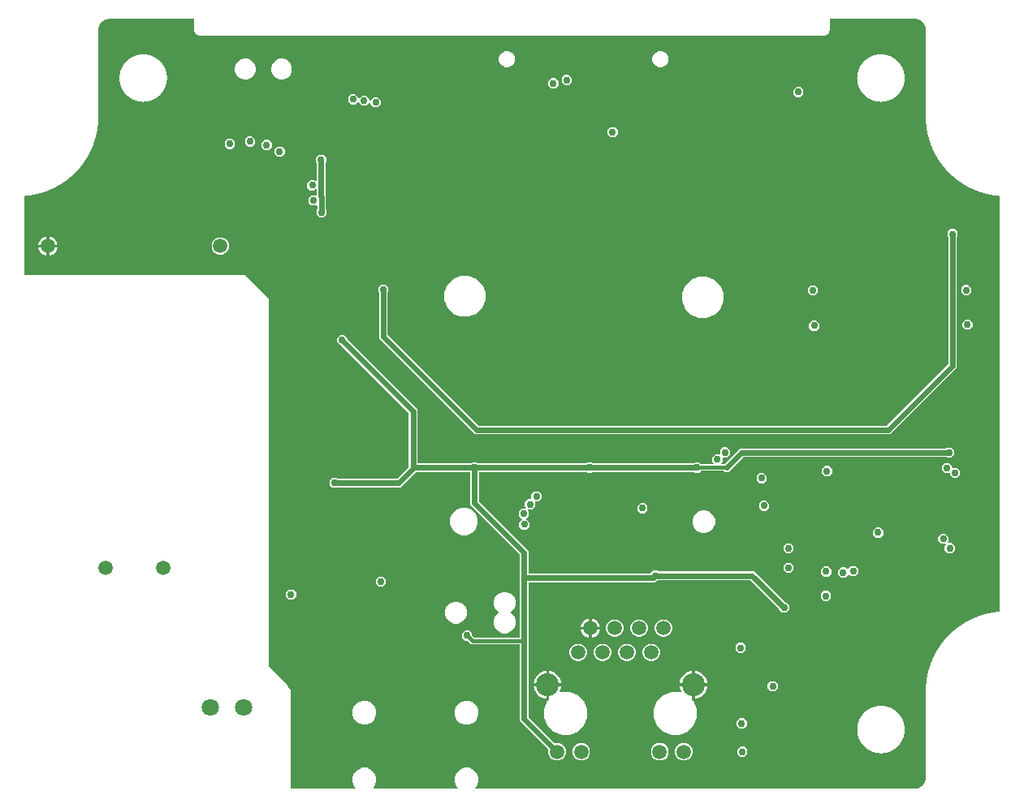
<source format=gbr>
G04 EAGLE Gerber RS-274X export*
G75*
%MOMM*%
%FSLAX34Y34*%
%LPD*%
%INCopper Layer 2*%
%IPPOS*%
%AMOC8*
5,1,8,0,0,1.08239X$1,22.5*%
G01*
%ADD10C,1.508000*%
%ADD11C,2.400000*%
%ADD12C,1.800000*%
%ADD13C,0.756400*%
%ADD14C,0.609600*%
%ADD15C,0.406400*%

G36*
X383676Y16502D02*
X383676Y16502D01*
X383747Y16504D01*
X383796Y16522D01*
X383848Y16530D01*
X383911Y16564D01*
X383978Y16589D01*
X384019Y16621D01*
X384065Y16646D01*
X384114Y16698D01*
X384170Y16742D01*
X384199Y16786D01*
X384234Y16824D01*
X384265Y16889D01*
X384303Y16949D01*
X384316Y17000D01*
X384338Y17047D01*
X384346Y17118D01*
X384363Y17188D01*
X384359Y17240D01*
X384365Y17291D01*
X384350Y17362D01*
X384344Y17433D01*
X384324Y17481D01*
X384313Y17532D01*
X384276Y17593D01*
X384248Y17659D01*
X384203Y17715D01*
X384187Y17743D01*
X384169Y17758D01*
X384143Y17790D01*
X382930Y19004D01*
X381049Y23543D01*
X381049Y28457D01*
X382930Y32996D01*
X386404Y36470D01*
X390943Y38351D01*
X395857Y38351D01*
X400396Y36470D01*
X403870Y32996D01*
X405751Y28457D01*
X405751Y23543D01*
X403870Y19004D01*
X402657Y17790D01*
X402615Y17732D01*
X402566Y17680D01*
X402544Y17633D01*
X402513Y17591D01*
X402492Y17522D01*
X402462Y17457D01*
X402456Y17405D01*
X402441Y17355D01*
X402443Y17284D01*
X402435Y17213D01*
X402446Y17162D01*
X402447Y17110D01*
X402472Y17042D01*
X402487Y16972D01*
X402514Y16927D01*
X402532Y16879D01*
X402577Y16823D01*
X402613Y16761D01*
X402653Y16727D01*
X402685Y16687D01*
X402746Y16648D01*
X402800Y16601D01*
X402849Y16582D01*
X402892Y16554D01*
X402962Y16536D01*
X403028Y16509D01*
X403100Y16501D01*
X403131Y16493D01*
X403154Y16495D01*
X403195Y16491D01*
X490205Y16491D01*
X490276Y16502D01*
X490347Y16504D01*
X490396Y16522D01*
X490448Y16530D01*
X490511Y16564D01*
X490578Y16589D01*
X490619Y16621D01*
X490665Y16646D01*
X490714Y16698D01*
X490770Y16742D01*
X490799Y16786D01*
X490834Y16824D01*
X490865Y16889D01*
X490903Y16949D01*
X490916Y17000D01*
X490938Y17047D01*
X490946Y17118D01*
X490963Y17188D01*
X490959Y17240D01*
X490965Y17291D01*
X490950Y17362D01*
X490944Y17433D01*
X490924Y17481D01*
X490913Y17532D01*
X490876Y17593D01*
X490848Y17659D01*
X490803Y17715D01*
X490787Y17743D01*
X490769Y17758D01*
X490743Y17790D01*
X489530Y19004D01*
X487649Y23543D01*
X487649Y28457D01*
X489530Y32996D01*
X493004Y36470D01*
X497543Y38351D01*
X502457Y38351D01*
X506996Y36470D01*
X510470Y32996D01*
X512351Y28457D01*
X512351Y23543D01*
X510470Y19004D01*
X509257Y17790D01*
X509215Y17732D01*
X509166Y17680D01*
X509144Y17633D01*
X509113Y17591D01*
X509092Y17522D01*
X509062Y17457D01*
X509056Y17405D01*
X509041Y17355D01*
X509043Y17284D01*
X509035Y17213D01*
X509046Y17162D01*
X509047Y17110D01*
X509072Y17042D01*
X509087Y16972D01*
X509114Y16927D01*
X509132Y16879D01*
X509177Y16823D01*
X509213Y16761D01*
X509253Y16727D01*
X509285Y16687D01*
X509346Y16648D01*
X509400Y16601D01*
X509449Y16582D01*
X509492Y16554D01*
X509562Y16536D01*
X509628Y16509D01*
X509700Y16501D01*
X509731Y16493D01*
X509754Y16495D01*
X509795Y16491D01*
X966879Y16491D01*
X966880Y16491D01*
X966881Y16491D01*
X966958Y16491D01*
X966960Y16491D01*
X966963Y16491D01*
X967035Y16492D01*
X967036Y16492D01*
X967039Y16492D01*
X967105Y16493D01*
X967107Y16493D01*
X967111Y16493D01*
X967181Y16494D01*
X967182Y16495D01*
X967185Y16494D01*
X967249Y16496D01*
X967251Y16497D01*
X967255Y16496D01*
X967324Y16499D01*
X967326Y16499D01*
X967328Y16499D01*
X967397Y16502D01*
X967399Y16502D01*
X967402Y16502D01*
X967471Y16505D01*
X967473Y16506D01*
X967476Y16505D01*
X967540Y16509D01*
X967542Y16509D01*
X967545Y16509D01*
X967611Y16513D01*
X967613Y16513D01*
X967616Y16513D01*
X967687Y16518D01*
X967689Y16518D01*
X967692Y16518D01*
X967759Y16523D01*
X967761Y16523D01*
X967763Y16523D01*
X967831Y16529D01*
X967833Y16529D01*
X967836Y16529D01*
X967900Y16534D01*
X967902Y16535D01*
X967905Y16535D01*
X967975Y16541D01*
X967976Y16542D01*
X967979Y16541D01*
X968044Y16548D01*
X968045Y16548D01*
X968048Y16548D01*
X968118Y16555D01*
X968120Y16556D01*
X968123Y16556D01*
X968191Y16563D01*
X968192Y16564D01*
X968195Y16564D01*
X968262Y16571D01*
X968263Y16572D01*
X968266Y16572D01*
X968333Y16580D01*
X968335Y16580D01*
X968337Y16581D01*
X968403Y16589D01*
X968405Y16589D01*
X968408Y16590D01*
X968478Y16599D01*
X968480Y16599D01*
X968483Y16600D01*
X968544Y16608D01*
X968546Y16609D01*
X968549Y16609D01*
X968617Y16619D01*
X968619Y16619D01*
X968622Y16619D01*
X968690Y16630D01*
X968692Y16630D01*
X968694Y16631D01*
X968763Y16641D01*
X968765Y16642D01*
X968768Y16642D01*
X968832Y16653D01*
X968833Y16653D01*
X968836Y16654D01*
X968903Y16665D01*
X968905Y16666D01*
X968907Y16666D01*
X968973Y16677D01*
X968975Y16678D01*
X968978Y16678D01*
X969043Y16690D01*
X969044Y16691D01*
X969047Y16691D01*
X969112Y16703D01*
X969114Y16704D01*
X969116Y16704D01*
X969186Y16718D01*
X969188Y16719D01*
X969191Y16719D01*
X969256Y16732D01*
X969258Y16733D01*
X969261Y16733D01*
X969323Y16746D01*
X969325Y16747D01*
X969327Y16747D01*
X969397Y16762D01*
X969399Y16763D01*
X969402Y16763D01*
X969466Y16778D01*
X969468Y16778D01*
X969470Y16778D01*
X969534Y16793D01*
X969536Y16794D01*
X969539Y16794D01*
X969605Y16810D01*
X969606Y16810D01*
X969609Y16811D01*
X969675Y16827D01*
X969677Y16827D01*
X969680Y16828D01*
X969747Y16845D01*
X969749Y16845D01*
X969751Y16846D01*
X969814Y16861D01*
X969816Y16862D01*
X969818Y16863D01*
X969882Y16879D01*
X969884Y16880D01*
X969887Y16881D01*
X969953Y16898D01*
X969955Y16899D01*
X969957Y16899D01*
X970022Y16917D01*
X970023Y16918D01*
X970026Y16918D01*
X970091Y16936D01*
X970093Y16937D01*
X970096Y16938D01*
X970161Y16957D01*
X970163Y16957D01*
X970165Y16958D01*
X970227Y16976D01*
X970229Y16977D01*
X970231Y16977D01*
X970297Y16997D01*
X970298Y16998D01*
X970301Y16998D01*
X970367Y17019D01*
X970369Y17019D01*
X970372Y17020D01*
X970433Y17039D01*
X970435Y17040D01*
X970437Y17041D01*
X970502Y17061D01*
X970503Y17062D01*
X970506Y17063D01*
X970569Y17083D01*
X970571Y17084D01*
X970574Y17085D01*
X970640Y17107D01*
X970641Y17108D01*
X970644Y17108D01*
X970706Y17129D01*
X970707Y17130D01*
X970710Y17131D01*
X970775Y17153D01*
X970777Y17154D01*
X970780Y17155D01*
X970839Y17176D01*
X970840Y17177D01*
X970843Y17177D01*
X970908Y17201D01*
X970910Y17202D01*
X970913Y17203D01*
X970976Y17226D01*
X970978Y17227D01*
X970981Y17228D01*
X971042Y17251D01*
X971044Y17252D01*
X971046Y17252D01*
X971111Y17277D01*
X971113Y17278D01*
X971115Y17279D01*
X971174Y17302D01*
X971176Y17303D01*
X971178Y17303D01*
X971246Y17330D01*
X971248Y17331D01*
X971251Y17332D01*
X971308Y17355D01*
X971309Y17356D01*
X971312Y17357D01*
X971377Y17383D01*
X971378Y17384D01*
X971380Y17385D01*
X971443Y17411D01*
X971444Y17412D01*
X971447Y17413D01*
X971506Y17438D01*
X971507Y17439D01*
X971510Y17439D01*
X971572Y17466D01*
X971573Y17467D01*
X971576Y17468D01*
X971642Y17497D01*
X971643Y17498D01*
X971646Y17499D01*
X971700Y17523D01*
X971701Y17524D01*
X971704Y17525D01*
X971772Y17555D01*
X971773Y17556D01*
X971776Y17557D01*
X971835Y17584D01*
X971836Y17585D01*
X971838Y17586D01*
X971900Y17615D01*
X971901Y17616D01*
X971904Y17617D01*
X971963Y17645D01*
X971964Y17646D01*
X971967Y17647D01*
X972028Y17676D01*
X972029Y17677D01*
X972032Y17678D01*
X972095Y17709D01*
X972097Y17711D01*
X972100Y17712D01*
X972155Y17739D01*
X972156Y17740D01*
X972159Y17741D01*
X972221Y17773D01*
X972223Y17774D01*
X972226Y17775D01*
X972284Y17805D01*
X972285Y17806D01*
X972288Y17807D01*
X972348Y17838D01*
X972349Y17839D01*
X972352Y17840D01*
X972412Y17872D01*
X972414Y17874D01*
X972417Y17875D01*
X972475Y17906D01*
X972476Y17907D01*
X972478Y17908D01*
X972536Y17939D01*
X972538Y17940D01*
X972540Y17941D01*
X972601Y17975D01*
X972603Y17977D01*
X972606Y17978D01*
X972663Y18010D01*
X972665Y18011D01*
X972668Y18012D01*
X972726Y18046D01*
X972727Y18047D01*
X972730Y18048D01*
X972786Y18080D01*
X972787Y18081D01*
X972790Y18082D01*
X972849Y18117D01*
X972851Y18119D01*
X972854Y18120D01*
X972911Y18154D01*
X972912Y18155D01*
X972915Y18156D01*
X972972Y18191D01*
X972974Y18192D01*
X972976Y18193D01*
X973035Y18229D01*
X973036Y18230D01*
X973038Y18231D01*
X973094Y18266D01*
X973096Y18267D01*
X973098Y18268D01*
X973156Y18305D01*
X973158Y18306D01*
X973160Y18307D01*
X973217Y18343D01*
X973218Y18344D01*
X973221Y18346D01*
X973277Y18381D01*
X973278Y18383D01*
X973280Y18384D01*
X973338Y18422D01*
X973340Y18423D01*
X973342Y18424D01*
X973397Y18461D01*
X973399Y18462D01*
X973401Y18463D01*
X973456Y18500D01*
X973458Y18501D01*
X973460Y18503D01*
X973518Y18542D01*
X973519Y18543D01*
X973521Y18544D01*
X973574Y18581D01*
X973576Y18582D01*
X973578Y18583D01*
X973635Y18623D01*
X973636Y18624D01*
X973639Y18626D01*
X973695Y18666D01*
X973697Y18667D01*
X973699Y18669D01*
X973752Y18706D01*
X973753Y18708D01*
X973756Y18709D01*
X973809Y18747D01*
X973810Y18748D01*
X973812Y18750D01*
X973870Y18792D01*
X973871Y18794D01*
X973874Y18795D01*
X973926Y18834D01*
X973927Y18835D01*
X973929Y18836D01*
X973985Y18878D01*
X973986Y18880D01*
X973989Y18881D01*
X974041Y18921D01*
X974043Y18923D01*
X974045Y18924D01*
X974100Y18966D01*
X974101Y18968D01*
X974103Y18969D01*
X974156Y19010D01*
X974157Y19012D01*
X974160Y19014D01*
X974212Y19055D01*
X974213Y19056D01*
X974215Y19057D01*
X974268Y19100D01*
X974270Y19101D01*
X974272Y19103D01*
X974324Y19145D01*
X974325Y19146D01*
X974327Y19148D01*
X974380Y19192D01*
X974382Y19193D01*
X974384Y19195D01*
X974437Y19238D01*
X974438Y19240D01*
X974440Y19241D01*
X974492Y19285D01*
X974493Y19286D01*
X974495Y19288D01*
X974546Y19331D01*
X974547Y19332D01*
X974550Y19334D01*
X974603Y19380D01*
X974604Y19382D01*
X974606Y19383D01*
X974656Y19427D01*
X974657Y19428D01*
X974660Y19430D01*
X974711Y19475D01*
X974712Y19477D01*
X974714Y19478D01*
X974763Y19523D01*
X974765Y19524D01*
X974767Y19526D01*
X974819Y19573D01*
X974820Y19574D01*
X974822Y19576D01*
X974871Y19621D01*
X974872Y19623D01*
X974874Y19624D01*
X974925Y19672D01*
X974927Y19673D01*
X974929Y19675D01*
X974977Y19721D01*
X974979Y19722D01*
X974981Y19724D01*
X975032Y19772D01*
X975033Y19774D01*
X975035Y19775D01*
X975083Y19822D01*
X975084Y19823D01*
X975086Y19825D01*
X975136Y19874D01*
X975137Y19876D01*
X975140Y19877D01*
X975182Y19920D01*
X975184Y19922D01*
X975187Y19924D01*
X975231Y19969D01*
X975232Y19971D01*
X975234Y19972D01*
X975281Y20019D01*
X975282Y20021D01*
X975284Y20023D01*
X975333Y20073D01*
X975334Y20074D01*
X975336Y20076D01*
X975383Y20126D01*
X975385Y20127D01*
X975387Y20130D01*
X975434Y20179D01*
X975435Y20180D01*
X975437Y20182D01*
X975483Y20232D01*
X975484Y20234D01*
X975486Y20235D01*
X975533Y20286D01*
X975534Y20288D01*
X975537Y20290D01*
X975580Y20337D01*
X975581Y20339D01*
X975583Y20341D01*
X975628Y20391D01*
X975629Y20393D01*
X975631Y20394D01*
X975678Y20447D01*
X975679Y20449D01*
X975682Y20451D01*
X975724Y20500D01*
X975726Y20502D01*
X975728Y20504D01*
X975771Y20554D01*
X975772Y20555D01*
X975774Y20557D01*
X975820Y20611D01*
X975821Y20612D01*
X975822Y20614D01*
X975866Y20666D01*
X975867Y20668D01*
X975870Y20670D01*
X975910Y20718D01*
X975911Y20719D01*
X975913Y20721D01*
X975960Y20779D01*
X975961Y20781D01*
X975963Y20783D01*
X976003Y20832D01*
X976004Y20833D01*
X976006Y20836D01*
X976049Y20889D01*
X976050Y20891D01*
X976052Y20893D01*
X976094Y20945D01*
X976094Y20946D01*
X976096Y20948D01*
X976139Y21003D01*
X976140Y21005D01*
X976142Y21007D01*
X976182Y21058D01*
X976183Y21060D01*
X976185Y21062D01*
X976225Y21115D01*
X976226Y21117D01*
X976228Y21119D01*
X976268Y21171D01*
X976269Y21173D01*
X976271Y21175D01*
X976314Y21233D01*
X976315Y21235D01*
X976316Y21237D01*
X976354Y21287D01*
X976354Y21289D01*
X976357Y21291D01*
X976398Y21348D01*
X976398Y21349D01*
X976400Y21351D01*
X976438Y21404D01*
X976439Y21406D01*
X976441Y21408D01*
X976480Y21464D01*
X976481Y21466D01*
X976483Y21468D01*
X976522Y21524D01*
X976523Y21526D01*
X976525Y21528D01*
X976563Y21583D01*
X976564Y21585D01*
X976565Y21587D01*
X976601Y21640D01*
X976602Y21642D01*
X976604Y21644D01*
X976642Y21700D01*
X976642Y21702D01*
X976644Y21704D01*
X976682Y21761D01*
X976683Y21763D01*
X976685Y21765D01*
X976721Y21821D01*
X976722Y21822D01*
X976724Y21825D01*
X976761Y21882D01*
X976761Y21884D01*
X976763Y21886D01*
X976799Y21942D01*
X976799Y21943D01*
X976801Y21945D01*
X976836Y22002D01*
X976837Y22003D01*
X976839Y22006D01*
X976874Y22062D01*
X976874Y22064D01*
X976876Y22066D01*
X976911Y22124D01*
X976912Y22126D01*
X976914Y22128D01*
X976948Y22184D01*
X976948Y22186D01*
X976950Y22189D01*
X976985Y22247D01*
X976986Y22249D01*
X976988Y22251D01*
X977023Y22312D01*
X977024Y22314D01*
X977025Y22316D01*
X977056Y22369D01*
X977057Y22371D01*
X977058Y22373D01*
X977092Y22433D01*
X977093Y22434D01*
X977094Y22436D01*
X977127Y22495D01*
X977128Y22497D01*
X977129Y22499D01*
X977162Y22559D01*
X977163Y22561D01*
X977164Y22563D01*
X977195Y22619D01*
X977196Y22621D01*
X977198Y22623D01*
X977230Y22684D01*
X977231Y22685D01*
X977232Y22687D01*
X977263Y22747D01*
X977264Y22749D01*
X977266Y22751D01*
X977296Y22809D01*
X977297Y22811D01*
X977298Y22813D01*
X977330Y22875D01*
X977331Y22877D01*
X977332Y22880D01*
X977362Y22938D01*
X977362Y22940D01*
X977363Y22942D01*
X977393Y23001D01*
X977393Y23003D01*
X977395Y23005D01*
X977424Y23064D01*
X977424Y23065D01*
X977426Y23068D01*
X977457Y23132D01*
X977457Y23134D01*
X977459Y23136D01*
X977486Y23193D01*
X977486Y23195D01*
X977488Y23197D01*
X977517Y23259D01*
X977517Y23260D01*
X977518Y23263D01*
X977546Y23323D01*
X977547Y23325D01*
X977548Y23328D01*
X977576Y23388D01*
X977576Y23390D01*
X977578Y23392D01*
X977606Y23456D01*
X977606Y23458D01*
X977608Y23460D01*
X977634Y23519D01*
X977634Y23521D01*
X977636Y23524D01*
X977662Y23586D01*
X977663Y23587D01*
X977664Y23590D01*
X977691Y23653D01*
X977692Y23655D01*
X977693Y23657D01*
X977718Y23717D01*
X977718Y23719D01*
X977720Y23722D01*
X977744Y23782D01*
X977745Y23783D01*
X977746Y23785D01*
X977771Y23848D01*
X977772Y23851D01*
X977773Y23854D01*
X977797Y23915D01*
X977798Y23917D01*
X977799Y23919D01*
X977825Y23984D01*
X977825Y23986D01*
X977826Y23989D01*
X977848Y24047D01*
X977849Y24049D01*
X977850Y24051D01*
X977874Y24116D01*
X977875Y24118D01*
X977876Y24121D01*
X977900Y24186D01*
X977900Y24188D01*
X977902Y24190D01*
X977923Y24249D01*
X977923Y24251D01*
X977924Y24254D01*
X977947Y24318D01*
X977948Y24320D01*
X977949Y24323D01*
X977971Y24386D01*
X977971Y24387D01*
X977972Y24389D01*
X977993Y24451D01*
X977993Y24453D01*
X977995Y24456D01*
X978017Y24522D01*
X978017Y24524D01*
X978018Y24526D01*
X978039Y24589D01*
X978039Y24591D01*
X978040Y24594D01*
X978061Y24659D01*
X978061Y24661D01*
X978062Y24664D01*
X978082Y24727D01*
X978083Y24729D01*
X978084Y24732D01*
X978103Y24793D01*
X978103Y24795D01*
X978104Y24798D01*
X978123Y24862D01*
X978124Y24864D01*
X978125Y24866D01*
X978144Y24932D01*
X978144Y24933D01*
X978145Y24936D01*
X978163Y25000D01*
X978164Y25002D01*
X978165Y25005D01*
X978182Y25068D01*
X978183Y25070D01*
X978184Y25073D01*
X978201Y25135D01*
X978201Y25137D01*
X978202Y25140D01*
X978220Y25208D01*
X978221Y25210D01*
X978222Y25213D01*
X978239Y25279D01*
X978239Y25281D01*
X978240Y25284D01*
X978256Y25345D01*
X978256Y25348D01*
X978257Y25350D01*
X978273Y25415D01*
X978273Y25417D01*
X978274Y25419D01*
X978289Y25484D01*
X978290Y25486D01*
X978291Y25489D01*
X978307Y25558D01*
X978307Y25560D01*
X978308Y25562D01*
X978321Y25621D01*
X978321Y25623D01*
X978322Y25625D01*
X978338Y25697D01*
X978338Y25699D01*
X978339Y25701D01*
X978353Y25766D01*
X978353Y25768D01*
X978354Y25770D01*
X978367Y25835D01*
X978368Y25837D01*
X978368Y25840D01*
X978382Y25907D01*
X978382Y25909D01*
X978383Y25912D01*
X978396Y25976D01*
X978396Y25978D01*
X978396Y25980D01*
X978409Y26047D01*
X978409Y26049D01*
X978410Y26051D01*
X978422Y26119D01*
X978422Y26120D01*
X978423Y26123D01*
X978435Y26190D01*
X978435Y26192D01*
X978436Y26194D01*
X978447Y26259D01*
X978447Y26260D01*
X978447Y26263D01*
X978459Y26333D01*
X978459Y26335D01*
X978460Y26338D01*
X978470Y26400D01*
X978470Y26402D01*
X978470Y26405D01*
X978481Y26473D01*
X978480Y26474D01*
X978481Y26477D01*
X978491Y26544D01*
X978491Y26546D01*
X978492Y26549D01*
X978501Y26617D01*
X978501Y26619D01*
X978502Y26621D01*
X978511Y26688D01*
X978511Y26690D01*
X978511Y26693D01*
X978520Y26760D01*
X978520Y26762D01*
X978520Y26764D01*
X978528Y26829D01*
X978528Y26831D01*
X978529Y26833D01*
X978537Y26904D01*
X978537Y26907D01*
X978537Y26910D01*
X978544Y26972D01*
X978544Y26974D01*
X978545Y26976D01*
X978552Y27046D01*
X978552Y27048D01*
X978552Y27051D01*
X978558Y27117D01*
X978558Y27119D01*
X978559Y27121D01*
X978566Y27196D01*
X978565Y27198D01*
X978566Y27200D01*
X978571Y27260D01*
X978571Y27262D01*
X978571Y27265D01*
X978577Y27338D01*
X978577Y27340D01*
X978577Y27343D01*
X978582Y27407D01*
X978582Y27409D01*
X978582Y27411D01*
X978587Y27478D01*
X978586Y27480D01*
X978587Y27483D01*
X978591Y27554D01*
X978591Y27555D01*
X978591Y27558D01*
X978595Y27624D01*
X978594Y27626D01*
X978595Y27629D01*
X978598Y27697D01*
X978598Y27699D01*
X978598Y27702D01*
X978601Y27772D01*
X978601Y27774D01*
X978601Y27776D01*
X978604Y27843D01*
X978603Y27845D01*
X978604Y27847D01*
X978606Y27916D01*
X978605Y27918D01*
X978606Y27921D01*
X978607Y27986D01*
X978607Y27988D01*
X978607Y27991D01*
X978608Y28061D01*
X978608Y28063D01*
X978608Y28065D01*
X978609Y28137D01*
X978609Y28139D01*
X978609Y28142D01*
X978609Y28219D01*
X978609Y28220D01*
X978609Y28221D01*
X978609Y117441D01*
X978605Y117467D01*
X978604Y117474D01*
X978609Y118261D01*
X978609Y118263D01*
X978609Y118266D01*
X978609Y118466D01*
X978604Y118496D01*
X978602Y118533D01*
X978602Y118538D01*
X978602Y118540D01*
X978609Y118932D01*
X978608Y118937D01*
X978609Y118946D01*
X978609Y119839D01*
X978610Y119847D01*
X978618Y119879D01*
X978616Y119897D01*
X978620Y119928D01*
X978620Y120019D01*
X978627Y120070D01*
X978635Y120304D01*
X978634Y120308D01*
X978635Y120314D01*
X978639Y120545D01*
X978635Y120576D01*
X978634Y120588D01*
X978644Y120814D01*
X978643Y120822D01*
X978645Y120833D01*
X978649Y121052D01*
X978656Y121103D01*
X978666Y121334D01*
X978666Y121337D01*
X978667Y121343D01*
X978674Y121575D01*
X978670Y121607D01*
X978670Y121618D01*
X978682Y121844D01*
X978681Y121852D01*
X978683Y121863D01*
X978690Y122084D01*
X978698Y122135D01*
X978711Y122365D01*
X978711Y122369D01*
X978712Y122375D01*
X978722Y122604D01*
X978718Y122635D01*
X978718Y122647D01*
X978733Y122875D01*
X978732Y122883D01*
X978734Y122894D01*
X978744Y123114D01*
X978753Y123164D01*
X978769Y123394D01*
X978768Y123398D01*
X978769Y123403D01*
X978782Y123631D01*
X978778Y123662D01*
X978778Y123675D01*
X978797Y123902D01*
X978796Y123910D01*
X978798Y123921D01*
X978810Y124141D01*
X978820Y124192D01*
X978838Y124420D01*
X978838Y124423D01*
X978839Y124429D01*
X978855Y124656D01*
X978852Y124688D01*
X978852Y124701D01*
X978873Y124929D01*
X978872Y124936D01*
X978874Y124948D01*
X978890Y125168D01*
X978900Y125218D01*
X978921Y125446D01*
X978921Y125450D01*
X978922Y125455D01*
X978940Y125680D01*
X978937Y125711D01*
X978938Y125724D01*
X978962Y125951D01*
X978961Y125959D01*
X978963Y125970D01*
X978981Y126191D01*
X978992Y126242D01*
X979016Y126466D01*
X979016Y126470D01*
X979017Y126476D01*
X979038Y126701D01*
X979036Y126732D01*
X979036Y126745D01*
X979063Y126973D01*
X979063Y126981D01*
X979065Y126992D01*
X979086Y127213D01*
X979097Y127264D01*
X979124Y127488D01*
X979123Y127491D01*
X979125Y127497D01*
X979148Y127720D01*
X979146Y127752D01*
X979147Y127764D01*
X979177Y127993D01*
X979176Y128000D01*
X979179Y128011D01*
X979202Y128233D01*
X979215Y128283D01*
X979244Y128506D01*
X979244Y128510D01*
X979245Y128515D01*
X979271Y128737D01*
X979270Y128768D01*
X979270Y128782D01*
X979303Y129010D01*
X979303Y129017D01*
X979305Y129029D01*
X979332Y129250D01*
X979344Y129300D01*
X979376Y129522D01*
X979376Y129525D01*
X979377Y129531D01*
X979406Y129751D01*
X979405Y129783D01*
X979406Y129795D01*
X979441Y130023D01*
X979441Y130031D01*
X979444Y130042D01*
X979473Y130264D01*
X979487Y130315D01*
X979521Y130534D01*
X979521Y130537D01*
X979522Y130543D01*
X979554Y130763D01*
X979553Y130795D01*
X979554Y130807D01*
X979592Y131036D01*
X979592Y131043D01*
X979595Y131054D01*
X979627Y131277D01*
X979641Y131327D01*
X979678Y131546D01*
X979678Y131550D01*
X979680Y131555D01*
X979714Y131772D01*
X979713Y131804D01*
X979715Y131818D01*
X979756Y132047D01*
X979756Y132054D01*
X979759Y132065D01*
X979793Y132286D01*
X979808Y132335D01*
X979847Y132552D01*
X979847Y132556D01*
X979849Y132562D01*
X979886Y132779D01*
X979886Y132811D01*
X979887Y132823D01*
X979931Y133050D01*
X979931Y133058D01*
X979934Y133069D01*
X979972Y133292D01*
X979987Y133342D01*
X980029Y133558D01*
X980029Y133562D01*
X980031Y133567D01*
X980070Y133783D01*
X980070Y133815D01*
X980072Y133828D01*
X980119Y134057D01*
X980119Y134064D01*
X980123Y134075D01*
X980159Y134276D01*
X980161Y134279D01*
X980162Y134292D01*
X980163Y134296D01*
X980179Y134345D01*
X980223Y134559D01*
X980223Y134563D01*
X980225Y134568D01*
X980266Y134784D01*
X980267Y134816D01*
X980269Y134829D01*
X980319Y135055D01*
X980319Y135063D01*
X980322Y135074D01*
X980365Y135295D01*
X980382Y135345D01*
X980429Y135560D01*
X980429Y135563D01*
X980431Y135569D01*
X980475Y135782D01*
X980476Y135813D01*
X980478Y135827D01*
X980531Y136053D01*
X980531Y136061D01*
X980535Y136071D01*
X980580Y136293D01*
X980598Y136342D01*
X980647Y136556D01*
X980648Y136559D01*
X980649Y136565D01*
X980696Y136776D01*
X980697Y136808D01*
X980699Y136821D01*
X980755Y137049D01*
X980756Y137056D01*
X980759Y137067D01*
X980808Y137287D01*
X980818Y137314D01*
X980822Y137324D01*
X980823Y137328D01*
X980825Y137336D01*
X980877Y137547D01*
X980877Y137551D01*
X980879Y137556D01*
X980928Y137768D01*
X980930Y137800D01*
X980933Y137813D01*
X980991Y138039D01*
X980992Y138046D01*
X980995Y138057D01*
X981047Y138277D01*
X981065Y138327D01*
X981119Y138536D01*
X981119Y138540D01*
X981121Y138545D01*
X981173Y138756D01*
X981176Y138788D01*
X981178Y138800D01*
X981239Y139026D01*
X981240Y139033D01*
X981244Y139044D01*
X981298Y139265D01*
X981317Y139314D01*
X981373Y139522D01*
X981374Y139526D01*
X981376Y139531D01*
X981430Y139741D01*
X981433Y139772D01*
X981435Y139786D01*
X981499Y140011D01*
X981500Y140018D01*
X981504Y140029D01*
X981561Y140248D01*
X981581Y140297D01*
X981640Y140505D01*
X981640Y140508D01*
X981642Y140514D01*
X981698Y140722D01*
X981702Y140753D01*
X981704Y140766D01*
X981771Y140990D01*
X981772Y140997D01*
X981776Y141008D01*
X981836Y141228D01*
X981856Y141277D01*
X981918Y141484D01*
X981918Y141488D01*
X981920Y141493D01*
X981979Y141699D01*
X981982Y141731D01*
X981986Y141745D01*
X982055Y141970D01*
X982057Y141977D01*
X982061Y141988D01*
X982122Y142205D01*
X982143Y142252D01*
X982207Y142457D01*
X982208Y142461D01*
X982210Y142466D01*
X982271Y142673D01*
X982275Y142705D01*
X982278Y142717D01*
X982350Y142939D01*
X982351Y142946D01*
X982356Y142957D01*
X982421Y143176D01*
X982443Y143225D01*
X982509Y143429D01*
X982509Y143433D01*
X982512Y143438D01*
X982575Y143643D01*
X982580Y143674D01*
X982583Y143688D01*
X982659Y143912D01*
X982660Y143919D01*
X982664Y143929D01*
X982731Y144145D01*
X982753Y144192D01*
X982822Y144395D01*
X982823Y144399D01*
X982825Y144404D01*
X982891Y144609D01*
X982896Y144640D01*
X982899Y144653D01*
X982976Y144872D01*
X982978Y144879D01*
X982982Y144890D01*
X983053Y145109D01*
X983076Y145156D01*
X983147Y145357D01*
X983147Y145361D01*
X983150Y145366D01*
X983219Y145570D01*
X983224Y145602D01*
X983227Y145614D01*
X983308Y145835D01*
X983309Y145843D01*
X983314Y145853D01*
X983387Y146069D01*
X983410Y146116D01*
X983484Y146317D01*
X983485Y146321D01*
X983487Y146326D01*
X983558Y146528D01*
X983563Y146559D01*
X983567Y146572D01*
X983650Y146791D01*
X983652Y146799D01*
X983657Y146809D01*
X983732Y147024D01*
X983756Y147071D01*
X983832Y147271D01*
X983833Y147275D01*
X983835Y147280D01*
X983909Y147481D01*
X983915Y147512D01*
X983918Y147525D01*
X984004Y147744D01*
X984006Y147751D01*
X984011Y147761D01*
X984089Y147976D01*
X984114Y148022D01*
X984192Y148221D01*
X984193Y148225D01*
X984195Y148230D01*
X984271Y148430D01*
X984277Y148461D01*
X984281Y148474D01*
X984370Y148693D01*
X984372Y148700D01*
X984377Y148710D01*
X984458Y148922D01*
X984483Y148968D01*
X984563Y149167D01*
X984564Y149170D01*
X984567Y149175D01*
X984645Y149374D01*
X984652Y149405D01*
X984656Y149418D01*
X984746Y149633D01*
X984748Y149640D01*
X984753Y149650D01*
X984837Y149864D01*
X984863Y149910D01*
X984946Y150107D01*
X984947Y150111D01*
X984950Y150116D01*
X985030Y150314D01*
X985037Y150344D01*
X985042Y150358D01*
X985137Y150576D01*
X985139Y150583D01*
X985144Y150593D01*
X985229Y150802D01*
X985255Y150847D01*
X985341Y151044D01*
X985342Y151048D01*
X985345Y151053D01*
X985427Y151249D01*
X985435Y151279D01*
X985439Y151292D01*
X985535Y151505D01*
X985537Y151513D01*
X985543Y151523D01*
X985631Y151734D01*
X985658Y151779D01*
X985746Y151973D01*
X985747Y151977D01*
X985750Y151982D01*
X985835Y152179D01*
X985843Y152209D01*
X985848Y152223D01*
X985948Y152437D01*
X985950Y152444D01*
X985955Y152454D01*
X986046Y152662D01*
X986073Y152706D01*
X986164Y152902D01*
X986165Y152905D01*
X986168Y152910D01*
X986255Y153104D01*
X986263Y153134D01*
X986268Y153147D01*
X986370Y153359D01*
X986372Y153366D01*
X986378Y153376D01*
X986471Y153584D01*
X986499Y153628D01*
X986592Y153821D01*
X986593Y153825D01*
X986595Y153829D01*
X986686Y154024D01*
X986694Y154054D01*
X986700Y154067D01*
X986804Y154278D01*
X986806Y154285D01*
X986812Y154295D01*
X986908Y154501D01*
X986936Y154545D01*
X987031Y154737D01*
X987032Y154740D01*
X987035Y154745D01*
X987128Y154939D01*
X987137Y154969D01*
X987142Y154982D01*
X987249Y155190D01*
X987251Y155198D01*
X987257Y155207D01*
X987356Y155413D01*
X987385Y155457D01*
X987482Y155648D01*
X987483Y155652D01*
X987486Y155656D01*
X987581Y155848D01*
X987591Y155879D01*
X987596Y155892D01*
X987706Y156100D01*
X987708Y156107D01*
X987714Y156116D01*
X987815Y156320D01*
X987844Y156363D01*
X987944Y156553D01*
X987946Y156557D01*
X987949Y156562D01*
X988046Y156753D01*
X988056Y156783D01*
X988061Y156795D01*
X988173Y157002D01*
X988176Y157009D01*
X988182Y157019D01*
X988285Y157221D01*
X988315Y157264D01*
X988417Y157453D01*
X988419Y157457D01*
X988422Y157461D01*
X988522Y157651D01*
X988532Y157682D01*
X988538Y157694D01*
X988652Y157899D01*
X988655Y157906D01*
X988661Y157916D01*
X988766Y158116D01*
X988797Y158159D01*
X988901Y158347D01*
X988903Y158350D01*
X988906Y158355D01*
X989009Y158545D01*
X989019Y158574D01*
X989025Y158587D01*
X989141Y158790D01*
X989144Y158797D01*
X989150Y158806D01*
X989259Y159006D01*
X989290Y159048D01*
X989397Y159236D01*
X989398Y159239D01*
X989402Y159244D01*
X989507Y159432D01*
X989517Y159462D01*
X989523Y159475D01*
X989643Y159677D01*
X989645Y159684D01*
X989652Y159693D01*
X989762Y159890D01*
X989793Y159932D01*
X989903Y160118D01*
X989905Y160122D01*
X989908Y160126D01*
X990015Y160314D01*
X990027Y160343D01*
X990032Y160355D01*
X990154Y160555D01*
X990157Y160562D01*
X990163Y160571D01*
X990276Y160768D01*
X990308Y160810D01*
X990421Y160995D01*
X990422Y160999D01*
X990426Y161003D01*
X990535Y161190D01*
X990547Y161219D01*
X990553Y161231D01*
X990677Y161430D01*
X990680Y161437D01*
X990687Y161446D01*
X990802Y161641D01*
X990834Y161682D01*
X990948Y161865D01*
X990950Y161868D01*
X990953Y161873D01*
X991066Y162060D01*
X991078Y162089D01*
X991084Y162101D01*
X991210Y162297D01*
X991213Y162303D01*
X991220Y162312D01*
X991337Y162506D01*
X991370Y162547D01*
X991487Y162730D01*
X991489Y162733D01*
X991492Y162738D01*
X991608Y162923D01*
X991620Y162953D01*
X991627Y162964D01*
X991755Y163160D01*
X991758Y163167D01*
X991765Y163176D01*
X991884Y163366D01*
X991917Y163406D01*
X992038Y163590D01*
X992040Y163593D01*
X992043Y163598D01*
X992160Y163781D01*
X992173Y163810D01*
X992179Y163821D01*
X992310Y164014D01*
X992313Y164021D01*
X992320Y164030D01*
X992442Y164220D01*
X992476Y164260D01*
X992598Y164441D01*
X992600Y164444D01*
X992603Y164448D01*
X992724Y164632D01*
X992737Y164661D01*
X992743Y164672D01*
X992876Y164863D01*
X992879Y164870D01*
X992886Y164879D01*
X993010Y165067D01*
X993045Y165106D01*
X993169Y165286D01*
X993170Y165289D01*
X993174Y165293D01*
X993298Y165477D01*
X993311Y165505D01*
X993318Y165517D01*
X993453Y165706D01*
X993456Y165713D01*
X993464Y165722D01*
X993589Y165908D01*
X993624Y165946D01*
X993752Y166126D01*
X993754Y166130D01*
X993757Y166134D01*
X993883Y166315D01*
X993897Y166343D01*
X993903Y166354D01*
X994039Y166541D01*
X994043Y166548D01*
X994050Y166556D01*
X994179Y166741D01*
X994214Y166780D01*
X994344Y166957D01*
X994346Y166961D01*
X994349Y166965D01*
X994478Y167146D01*
X994492Y167174D01*
X994499Y167186D01*
X994638Y167371D01*
X994642Y167378D01*
X994649Y167386D01*
X994779Y167569D01*
X994815Y167607D01*
X994948Y167784D01*
X994949Y167787D01*
X994953Y167792D01*
X995084Y167971D01*
X995099Y167999D01*
X995106Y168010D01*
X995247Y168193D01*
X995250Y168200D01*
X995258Y168208D01*
X995390Y168389D01*
X995426Y168426D01*
X995561Y168601D01*
X995562Y168605D01*
X995566Y168609D01*
X995701Y168789D01*
X995716Y168817D01*
X995723Y168828D01*
X995865Y169008D01*
X995869Y169015D01*
X995877Y169023D01*
X996011Y169202D01*
X996048Y169239D01*
X996187Y169416D01*
X996189Y169419D01*
X996193Y169423D01*
X996328Y169600D01*
X996343Y169628D01*
X996350Y169638D01*
X996496Y169818D01*
X996499Y169824D01*
X996507Y169832D01*
X996643Y170008D01*
X996680Y170045D01*
X996820Y170219D01*
X996822Y170222D01*
X996826Y170226D01*
X996966Y170403D01*
X996982Y170431D01*
X996989Y170441D01*
X997135Y170618D01*
X997139Y170624D01*
X997147Y170633D01*
X997285Y170807D01*
X997322Y170844D01*
X997466Y171016D01*
X997467Y171019D01*
X997471Y171023D01*
X997614Y171200D01*
X997630Y171228D01*
X997637Y171238D01*
X997785Y171412D01*
X997789Y171418D01*
X997797Y171426D01*
X997937Y171599D01*
X997975Y171635D01*
X998121Y171807D01*
X998123Y171810D01*
X998127Y171814D01*
X998273Y171989D01*
X998289Y172017D01*
X998296Y172027D01*
X998447Y172200D01*
X998451Y172206D01*
X998460Y172214D01*
X998600Y172384D01*
X998638Y172419D01*
X998788Y172590D01*
X998790Y172593D01*
X998794Y172597D01*
X998942Y172771D01*
X998958Y172798D01*
X998966Y172808D01*
X999118Y172978D01*
X999122Y172984D01*
X999130Y172992D01*
X999273Y173160D01*
X999312Y173195D01*
X999464Y173365D01*
X999466Y173369D01*
X999470Y173373D01*
X999621Y173545D01*
X999638Y173572D01*
X999645Y173582D01*
X999800Y173750D01*
X999804Y173757D01*
X999812Y173765D01*
X999957Y173930D01*
X999995Y173964D01*
X1000150Y174133D01*
X1000153Y174136D01*
X1000157Y174140D01*
X1000311Y174312D01*
X1000328Y174339D01*
X1000335Y174348D01*
X1000491Y174514D01*
X1000495Y174520D01*
X1000504Y174528D01*
X1000650Y174691D01*
X1000689Y174725D01*
X1000847Y174893D01*
X1000849Y174896D01*
X1000853Y174900D01*
X1001010Y175071D01*
X1001028Y175098D01*
X1001035Y175106D01*
X1001192Y175270D01*
X1001197Y175276D01*
X1001205Y175284D01*
X1001353Y175445D01*
X1001393Y175478D01*
X1001553Y175645D01*
X1001556Y175648D01*
X1001560Y175651D01*
X1001720Y175822D01*
X1001738Y175848D01*
X1001746Y175857D01*
X1001904Y176018D01*
X1001909Y176024D01*
X1001917Y176032D01*
X1002067Y176191D01*
X1002107Y176223D01*
X1002271Y176390D01*
X1002273Y176393D01*
X1002278Y176396D01*
X1002440Y176565D01*
X1002458Y176591D01*
X1002466Y176600D01*
X1002627Y176759D01*
X1002631Y176765D01*
X1002640Y176773D01*
X1002791Y176929D01*
X1002831Y176961D01*
X1002998Y177125D01*
X1003000Y177129D01*
X1003005Y177132D01*
X1003169Y177299D01*
X1003188Y177325D01*
X1003195Y177333D01*
X1003357Y177490D01*
X1003362Y177496D01*
X1003371Y177503D01*
X1003524Y177658D01*
X1003565Y177690D01*
X1003734Y177852D01*
X1003736Y177855D01*
X1003740Y177859D01*
X1003907Y178023D01*
X1003925Y178048D01*
X1003933Y178058D01*
X1004098Y178213D01*
X1004103Y178219D01*
X1004112Y178226D01*
X1004267Y178379D01*
X1004308Y178410D01*
X1004479Y178570D01*
X1004481Y178573D01*
X1004485Y178577D01*
X1004652Y178737D01*
X1004671Y178762D01*
X1004679Y178771D01*
X1004846Y178925D01*
X1004851Y178931D01*
X1004860Y178938D01*
X1005018Y179089D01*
X1005059Y179120D01*
X1005230Y179277D01*
X1005233Y179280D01*
X1005237Y179283D01*
X1005405Y179441D01*
X1005425Y179466D01*
X1005433Y179475D01*
X1005602Y179626D01*
X1005607Y179632D01*
X1005616Y179639D01*
X1005776Y179789D01*
X1005818Y179819D01*
X1005990Y179973D01*
X1005993Y179976D01*
X1005997Y179980D01*
X1006166Y180135D01*
X1006186Y180160D01*
X1006194Y180168D01*
X1006365Y180318D01*
X1006370Y180323D01*
X1006380Y180330D01*
X1006542Y180479D01*
X1006585Y180509D01*
X1006757Y180659D01*
X1006760Y180662D01*
X1006764Y180666D01*
X1006935Y180818D01*
X1006955Y180843D01*
X1006963Y180851D01*
X1007137Y181000D01*
X1007142Y181005D01*
X1007152Y181012D01*
X1007316Y181159D01*
X1007359Y181188D01*
X1007533Y181336D01*
X1007535Y181339D01*
X1007540Y181342D01*
X1007711Y181492D01*
X1007731Y181516D01*
X1007741Y181525D01*
X1007916Y181671D01*
X1007921Y181677D01*
X1007931Y181683D01*
X1008094Y181826D01*
X1008115Y181837D01*
X1008124Y181846D01*
X1008141Y181857D01*
X1008315Y182002D01*
X1008317Y182004D01*
X1008322Y182008D01*
X1008495Y182155D01*
X1008516Y182179D01*
X1008525Y182188D01*
X1008702Y182331D01*
X1008707Y182337D01*
X1008717Y182343D01*
X1008886Y182488D01*
X1008930Y182516D01*
X1009106Y182658D01*
X1009108Y182661D01*
X1009113Y182664D01*
X1009286Y182808D01*
X1009307Y182831D01*
X1009316Y182840D01*
X1009497Y182982D01*
X1009502Y182988D01*
X1009511Y182994D01*
X1009683Y183136D01*
X1009727Y183164D01*
X1009904Y183304D01*
X1009906Y183307D01*
X1009911Y183310D01*
X1010085Y183450D01*
X1010106Y183474D01*
X1010116Y183483D01*
X1010298Y183623D01*
X1010304Y183629D01*
X1010313Y183635D01*
X1010486Y183775D01*
X1010530Y183802D01*
X1010707Y183938D01*
X1010710Y183940D01*
X1010715Y183943D01*
X1010891Y184082D01*
X1010912Y184106D01*
X1010922Y184114D01*
X1011106Y184252D01*
X1011111Y184258D01*
X1011121Y184264D01*
X1011296Y184402D01*
X1011341Y184429D01*
X1011521Y184563D01*
X1011523Y184566D01*
X1011528Y184569D01*
X1011703Y184704D01*
X1011725Y184727D01*
X1011735Y184736D01*
X1011922Y184873D01*
X1011928Y184878D01*
X1011929Y184879D01*
X1011935Y184882D01*
X1011936Y184883D01*
X1011937Y184884D01*
X1012114Y185020D01*
X1012159Y185045D01*
X1012338Y185177D01*
X1012341Y185179D01*
X1012346Y185182D01*
X1012523Y185315D01*
X1012545Y185338D01*
X1012555Y185346D01*
X1012743Y185481D01*
X1012749Y185486D01*
X1012759Y185492D01*
X1012938Y185626D01*
X1012984Y185652D01*
X1013165Y185781D01*
X1013168Y185783D01*
X1013173Y185786D01*
X1013350Y185916D01*
X1013372Y185938D01*
X1013382Y185947D01*
X1013574Y186080D01*
X1013579Y186085D01*
X1013589Y186091D01*
X1013769Y186222D01*
X1013815Y186247D01*
X1013997Y186374D01*
X1014000Y186376D01*
X1014005Y186379D01*
X1014183Y186506D01*
X1014206Y186528D01*
X1014216Y186537D01*
X1014409Y186667D01*
X1014414Y186672D01*
X1014424Y186678D01*
X1014607Y186808D01*
X1014653Y186832D01*
X1014835Y186954D01*
X1014837Y186957D01*
X1014842Y186960D01*
X1015023Y187085D01*
X1015046Y187107D01*
X1015056Y187116D01*
X1015250Y187243D01*
X1015255Y187248D01*
X1015265Y187253D01*
X1015451Y187382D01*
X1015498Y187406D01*
X1015683Y187528D01*
X1015685Y187530D01*
X1015690Y187533D01*
X1015870Y187654D01*
X1015893Y187676D01*
X1015904Y187684D01*
X1016101Y187811D01*
X1016107Y187816D01*
X1016117Y187821D01*
X1016303Y187946D01*
X1016349Y187969D01*
X1016533Y188088D01*
X1016536Y188090D01*
X1016541Y188093D01*
X1016723Y188212D01*
X1016747Y188234D01*
X1016757Y188241D01*
X1016954Y188365D01*
X1016960Y188370D01*
X1016970Y188375D01*
X1017159Y188499D01*
X1017207Y188522D01*
X1017391Y188637D01*
X1017394Y188639D01*
X1017399Y188642D01*
X1017582Y188759D01*
X1017606Y188781D01*
X1017617Y188789D01*
X1017816Y188910D01*
X1017822Y188914D01*
X1017832Y188920D01*
X1018023Y189042D01*
X1018070Y189064D01*
X1018256Y189176D01*
X1018258Y189179D01*
X1018264Y189181D01*
X1018448Y189296D01*
X1018472Y189317D01*
X1018483Y189325D01*
X1018684Y189444D01*
X1018690Y189449D01*
X1018701Y189454D01*
X1018892Y189573D01*
X1018940Y189594D01*
X1019127Y189705D01*
X1019130Y189707D01*
X1019135Y189710D01*
X1019320Y189822D01*
X1019344Y189842D01*
X1019354Y189850D01*
X1019556Y189966D01*
X1019562Y189970D01*
X1019572Y189975D01*
X1019767Y190093D01*
X1019816Y190114D01*
X1020004Y190222D01*
X1020007Y190225D01*
X1020012Y190227D01*
X1020197Y190336D01*
X1020221Y190357D01*
X1020233Y190365D01*
X1020439Y190479D01*
X1020445Y190484D01*
X1020455Y190489D01*
X1020649Y190603D01*
X1020697Y190623D01*
X1020885Y190728D01*
X1020888Y190730D01*
X1020893Y190733D01*
X1021081Y190840D01*
X1021106Y190860D01*
X1021117Y190868D01*
X1021321Y190979D01*
X1021327Y190983D01*
X1021338Y190988D01*
X1021536Y191101D01*
X1021585Y191121D01*
X1021774Y191224D01*
X1021777Y191226D01*
X1021782Y191228D01*
X1021970Y191333D01*
X1021995Y191353D01*
X1022007Y191360D01*
X1022214Y191469D01*
X1022220Y191474D01*
X1022231Y191478D01*
X1022429Y191589D01*
X1022478Y191608D01*
X1022669Y191708D01*
X1022672Y191711D01*
X1022677Y191713D01*
X1022865Y191815D01*
X1022891Y191834D01*
X1022902Y191841D01*
X1023111Y191948D01*
X1023117Y191952D01*
X1023127Y191957D01*
X1023328Y192065D01*
X1023377Y192084D01*
X1023568Y192182D01*
X1023571Y192184D01*
X1023576Y192186D01*
X1023766Y192286D01*
X1023792Y192305D01*
X1023803Y192312D01*
X1024014Y192416D01*
X1024020Y192421D01*
X1024031Y192425D01*
X1024231Y192530D01*
X1024281Y192548D01*
X1024472Y192643D01*
X1024475Y192645D01*
X1024480Y192647D01*
X1024672Y192745D01*
X1024698Y192764D01*
X1024709Y192771D01*
X1024920Y192872D01*
X1024926Y192876D01*
X1024936Y192880D01*
X1025141Y192984D01*
X1025190Y193002D01*
X1025384Y193095D01*
X1025387Y193097D01*
X1025392Y193099D01*
X1025584Y193194D01*
X1025609Y193212D01*
X1025622Y193219D01*
X1025836Y193319D01*
X1025842Y193323D01*
X1025852Y193327D01*
X1026055Y193427D01*
X1026105Y193444D01*
X1026299Y193534D01*
X1026302Y193536D01*
X1026307Y193538D01*
X1026501Y193631D01*
X1026527Y193649D01*
X1026538Y193655D01*
X1026751Y193751D01*
X1026757Y193755D01*
X1026768Y193759D01*
X1026975Y193859D01*
X1027025Y193875D01*
X1027220Y193962D01*
X1027223Y193965D01*
X1027228Y193966D01*
X1027422Y194057D01*
X1027448Y194074D01*
X1027461Y194081D01*
X1027677Y194175D01*
X1027683Y194179D01*
X1027694Y194183D01*
X1027900Y194279D01*
X1027950Y194295D01*
X1028145Y194379D01*
X1028148Y194381D01*
X1028153Y194383D01*
X1028350Y194472D01*
X1028376Y194489D01*
X1028388Y194495D01*
X1028603Y194586D01*
X1028610Y194590D01*
X1028621Y194594D01*
X1028829Y194688D01*
X1028880Y194703D01*
X1029077Y194786D01*
X1029080Y194788D01*
X1029086Y194789D01*
X1029281Y194875D01*
X1029308Y194892D01*
X1029320Y194898D01*
X1029538Y194987D01*
X1029545Y194991D01*
X1029556Y194994D01*
X1029764Y195085D01*
X1029815Y195100D01*
X1030013Y195180D01*
X1030016Y195182D01*
X1030021Y195184D01*
X1030218Y195267D01*
X1030245Y195284D01*
X1030257Y195290D01*
X1030476Y195375D01*
X1030482Y195379D01*
X1030493Y195382D01*
X1030703Y195471D01*
X1030755Y195485D01*
X1030953Y195563D01*
X1030957Y195565D01*
X1030962Y195567D01*
X1031160Y195647D01*
X1031186Y195663D01*
X1031199Y195670D01*
X1031419Y195753D01*
X1031425Y195757D01*
X1031436Y195760D01*
X1031648Y195846D01*
X1031699Y195859D01*
X1031898Y195934D01*
X1031901Y195936D01*
X1031907Y195938D01*
X1032106Y196016D01*
X1032133Y196032D01*
X1032146Y196038D01*
X1032368Y196119D01*
X1032374Y196123D01*
X1032385Y196126D01*
X1032596Y196209D01*
X1032647Y196221D01*
X1032848Y196295D01*
X1032851Y196296D01*
X1032856Y196298D01*
X1033057Y196374D01*
X1033084Y196389D01*
X1033096Y196395D01*
X1033316Y196472D01*
X1033323Y196476D01*
X1033334Y196479D01*
X1033549Y196560D01*
X1033600Y196572D01*
X1033801Y196642D01*
X1033804Y196644D01*
X1033809Y196646D01*
X1034012Y196719D01*
X1034039Y196735D01*
X1034052Y196741D01*
X1034276Y196816D01*
X1034282Y196820D01*
X1034293Y196822D01*
X1034506Y196900D01*
X1034557Y196911D01*
X1034761Y196980D01*
X1034765Y196982D01*
X1034770Y196983D01*
X1034971Y197054D01*
X1034999Y197069D01*
X1035011Y197074D01*
X1035235Y197146D01*
X1035241Y197150D01*
X1035252Y197152D01*
X1035467Y197228D01*
X1035519Y197239D01*
X1035721Y197304D01*
X1035725Y197306D01*
X1035730Y197307D01*
X1035935Y197376D01*
X1035963Y197391D01*
X1035975Y197396D01*
X1036200Y197466D01*
X1036207Y197469D01*
X1036218Y197472D01*
X1036433Y197545D01*
X1036485Y197555D01*
X1036691Y197619D01*
X1036694Y197620D01*
X1036700Y197621D01*
X1036903Y197687D01*
X1036931Y197702D01*
X1036943Y197707D01*
X1037168Y197773D01*
X1037174Y197777D01*
X1037185Y197779D01*
X1037403Y197849D01*
X1037454Y197859D01*
X1037658Y197919D01*
X1037661Y197921D01*
X1037667Y197922D01*
X1037874Y197986D01*
X1037903Y198001D01*
X1037916Y198006D01*
X1038142Y198070D01*
X1038149Y198073D01*
X1038160Y198075D01*
X1038376Y198142D01*
X1038428Y198151D01*
X1038636Y198210D01*
X1038639Y198212D01*
X1038645Y198213D01*
X1038850Y198274D01*
X1038878Y198288D01*
X1038891Y198292D01*
X1039117Y198354D01*
X1039124Y198357D01*
X1039135Y198359D01*
X1039353Y198423D01*
X1039405Y198431D01*
X1039613Y198488D01*
X1039616Y198489D01*
X1039622Y198490D01*
X1039829Y198549D01*
X1039858Y198563D01*
X1039872Y198567D01*
X1040099Y198626D01*
X1040106Y198629D01*
X1040117Y198631D01*
X1040334Y198693D01*
X1040386Y198700D01*
X1040596Y198754D01*
X1040599Y198756D01*
X1040605Y198757D01*
X1040813Y198813D01*
X1040841Y198826D01*
X1040854Y198830D01*
X1041081Y198886D01*
X1041088Y198889D01*
X1041100Y198891D01*
X1041318Y198950D01*
X1041370Y198957D01*
X1041581Y199008D01*
X1041584Y199010D01*
X1041590Y199011D01*
X1041799Y199065D01*
X1041828Y199077D01*
X1041842Y199082D01*
X1042070Y199135D01*
X1042077Y199138D01*
X1042088Y199139D01*
X1042306Y199195D01*
X1042358Y199202D01*
X1042569Y199250D01*
X1042573Y199252D01*
X1042578Y199253D01*
X1042790Y199304D01*
X1042819Y199317D01*
X1042832Y199321D01*
X1043059Y199371D01*
X1043066Y199373D01*
X1043078Y199375D01*
X1043297Y199429D01*
X1043350Y199434D01*
X1043562Y199481D01*
X1043565Y199482D01*
X1043571Y199483D01*
X1043783Y199532D01*
X1043813Y199544D01*
X1043825Y199548D01*
X1044053Y199595D01*
X1044060Y199598D01*
X1044071Y199599D01*
X1044292Y199650D01*
X1044344Y199655D01*
X1044558Y199699D01*
X1044562Y199701D01*
X1044568Y199701D01*
X1044780Y199748D01*
X1044809Y199759D01*
X1044822Y199763D01*
X1045052Y199807D01*
X1045059Y199810D01*
X1045071Y199811D01*
X1045290Y199859D01*
X1045342Y199864D01*
X1045555Y199905D01*
X1045559Y199906D01*
X1045565Y199907D01*
X1045780Y199951D01*
X1045810Y199963D01*
X1045822Y199966D01*
X1046051Y200007D01*
X1046058Y200010D01*
X1046070Y200011D01*
X1046290Y200056D01*
X1046342Y200060D01*
X1046558Y200099D01*
X1046562Y200100D01*
X1046568Y200101D01*
X1046783Y200143D01*
X1046813Y200153D01*
X1046825Y200157D01*
X1047055Y200195D01*
X1047062Y200198D01*
X1047073Y200199D01*
X1047294Y200241D01*
X1047346Y200244D01*
X1047563Y200281D01*
X1047567Y200282D01*
X1047572Y200282D01*
X1047789Y200322D01*
X1047819Y200332D01*
X1047832Y200335D01*
X1048061Y200371D01*
X1048068Y200373D01*
X1048080Y200374D01*
X1048300Y200414D01*
X1048352Y200416D01*
X1048569Y200450D01*
X1048573Y200451D01*
X1048579Y200452D01*
X1048798Y200489D01*
X1048828Y200499D01*
X1048841Y200502D01*
X1049070Y200535D01*
X1049078Y200537D01*
X1049089Y200538D01*
X1049309Y200575D01*
X1049361Y200576D01*
X1049581Y200608D01*
X1049585Y200609D01*
X1049591Y200609D01*
X1049809Y200643D01*
X1049839Y200653D01*
X1049852Y200656D01*
X1050081Y200686D01*
X1050089Y200688D01*
X1050100Y200688D01*
X1050321Y200723D01*
X1050373Y200724D01*
X1050594Y200753D01*
X1050598Y200754D01*
X1050604Y200754D01*
X1050823Y200785D01*
X1050854Y200795D01*
X1050867Y200798D01*
X1051097Y200825D01*
X1051104Y200827D01*
X1051115Y200827D01*
X1051335Y200859D01*
X1051387Y200859D01*
X1051609Y200885D01*
X1051613Y200886D01*
X1051618Y200886D01*
X1051840Y200915D01*
X1051870Y200924D01*
X1051882Y200927D01*
X1052112Y200951D01*
X1052119Y200953D01*
X1052131Y200953D01*
X1052352Y200982D01*
X1052404Y200982D01*
X1052626Y201005D01*
X1052630Y201006D01*
X1052636Y201006D01*
X1052859Y201033D01*
X1052889Y201041D01*
X1052903Y201044D01*
X1053133Y201065D01*
X1053141Y201067D01*
X1053152Y201067D01*
X1053371Y201093D01*
X1053422Y201092D01*
X1053647Y201113D01*
X1053651Y201114D01*
X1053657Y201114D01*
X1053880Y201138D01*
X1053911Y201146D01*
X1053923Y201148D01*
X1054150Y201166D01*
X1054158Y201168D01*
X1054169Y201168D01*
X1054391Y201192D01*
X1054444Y201190D01*
X1054668Y201208D01*
X1054672Y201209D01*
X1054678Y201209D01*
X1054904Y201230D01*
X1054934Y201238D01*
X1054948Y201240D01*
X1055030Y201246D01*
X1055144Y201272D01*
X1055258Y201297D01*
X1055263Y201300D01*
X1055269Y201302D01*
X1055369Y201364D01*
X1055469Y201423D01*
X1055473Y201428D01*
X1055478Y201431D01*
X1055552Y201520D01*
X1055629Y201610D01*
X1055631Y201616D01*
X1055635Y201621D01*
X1055676Y201728D01*
X1055721Y201838D01*
X1055722Y201846D01*
X1055723Y201851D01*
X1055724Y201869D01*
X1055739Y202005D01*
X1055739Y634455D01*
X1055720Y634570D01*
X1055703Y634686D01*
X1055701Y634692D01*
X1055700Y634698D01*
X1055645Y634801D01*
X1055592Y634905D01*
X1055587Y634910D01*
X1055584Y634915D01*
X1055500Y634995D01*
X1055416Y635077D01*
X1055411Y635080D01*
X1055406Y635084D01*
X1055300Y635133D01*
X1055195Y635185D01*
X1055187Y635186D01*
X1055183Y635188D01*
X1055165Y635190D01*
X1055030Y635214D01*
X1054955Y635220D01*
X1054904Y635230D01*
X1054679Y635251D01*
X1054675Y635251D01*
X1054669Y635252D01*
X1054443Y635270D01*
X1054412Y635267D01*
X1054400Y635268D01*
X1054172Y635292D01*
X1054165Y635291D01*
X1054154Y635293D01*
X1053931Y635311D01*
X1053880Y635322D01*
X1053657Y635346D01*
X1053653Y635346D01*
X1053647Y635347D01*
X1053423Y635368D01*
X1053391Y635366D01*
X1053378Y635366D01*
X1053150Y635393D01*
X1053142Y635393D01*
X1053131Y635395D01*
X1052910Y635416D01*
X1052859Y635427D01*
X1052634Y635454D01*
X1052630Y635454D01*
X1052625Y635455D01*
X1052404Y635478D01*
X1052372Y635476D01*
X1052359Y635477D01*
X1052130Y635507D01*
X1052123Y635507D01*
X1052112Y635509D01*
X1051891Y635532D01*
X1051840Y635545D01*
X1051618Y635574D01*
X1051614Y635574D01*
X1051609Y635575D01*
X1051387Y635601D01*
X1051355Y635600D01*
X1051342Y635600D01*
X1051114Y635633D01*
X1051106Y635633D01*
X1051095Y635635D01*
X1050874Y635662D01*
X1050824Y635675D01*
X1050603Y635706D01*
X1050599Y635706D01*
X1050593Y635707D01*
X1050373Y635736D01*
X1050341Y635735D01*
X1050329Y635736D01*
X1050101Y635771D01*
X1050094Y635771D01*
X1050083Y635774D01*
X1049860Y635803D01*
X1049809Y635817D01*
X1049591Y635851D01*
X1049587Y635851D01*
X1049582Y635852D01*
X1049362Y635884D01*
X1049330Y635883D01*
X1049317Y635884D01*
X1049089Y635923D01*
X1049081Y635923D01*
X1049070Y635925D01*
X1048848Y635957D01*
X1048798Y635971D01*
X1048578Y636008D01*
X1048574Y636008D01*
X1048569Y636010D01*
X1048352Y636044D01*
X1048321Y636043D01*
X1048307Y636045D01*
X1048078Y636086D01*
X1048070Y636086D01*
X1048059Y636089D01*
X1047844Y636123D01*
X1047826Y636130D01*
X1047813Y636131D01*
X1047789Y636138D01*
X1047572Y636178D01*
X1047568Y636178D01*
X1047563Y636179D01*
X1047346Y636216D01*
X1047314Y636216D01*
X1047302Y636217D01*
X1047075Y636261D01*
X1047068Y636261D01*
X1047057Y636264D01*
X1046833Y636302D01*
X1046783Y636318D01*
X1046568Y636359D01*
X1046565Y636359D01*
X1046559Y636361D01*
X1046343Y636400D01*
X1046311Y636400D01*
X1046297Y636402D01*
X1046068Y636449D01*
X1046061Y636450D01*
X1046050Y636453D01*
X1045830Y636493D01*
X1045780Y636509D01*
X1045564Y636553D01*
X1045560Y636554D01*
X1045554Y636555D01*
X1045342Y636596D01*
X1045310Y636597D01*
X1045297Y636599D01*
X1045070Y636649D01*
X1045062Y636649D01*
X1045051Y636653D01*
X1044830Y636695D01*
X1044780Y636712D01*
X1044568Y636759D01*
X1044564Y636759D01*
X1044558Y636761D01*
X1044344Y636805D01*
X1044313Y636806D01*
X1044299Y636808D01*
X1044073Y636861D01*
X1044065Y636861D01*
X1044054Y636865D01*
X1043833Y636911D01*
X1043783Y636928D01*
X1043570Y636977D01*
X1043566Y636978D01*
X1043561Y636979D01*
X1043350Y637026D01*
X1043318Y637027D01*
X1043305Y637029D01*
X1043078Y637085D01*
X1043070Y637086D01*
X1043059Y637089D01*
X1042839Y637138D01*
X1042790Y637156D01*
X1042579Y637207D01*
X1042575Y637208D01*
X1042570Y637209D01*
X1042358Y637258D01*
X1042327Y637261D01*
X1042314Y637263D01*
X1042087Y637321D01*
X1042080Y637322D01*
X1042069Y637326D01*
X1041848Y637377D01*
X1041799Y637395D01*
X1041590Y637449D01*
X1041586Y637450D01*
X1041581Y637452D01*
X1041370Y637503D01*
X1041339Y637506D01*
X1041325Y637508D01*
X1041100Y637569D01*
X1041093Y637570D01*
X1041082Y637574D01*
X1040862Y637628D01*
X1040813Y637647D01*
X1040605Y637703D01*
X1040601Y637704D01*
X1040596Y637706D01*
X1040386Y637760D01*
X1040354Y637763D01*
X1040341Y637765D01*
X1040116Y637829D01*
X1040109Y637830D01*
X1040098Y637834D01*
X1039878Y637891D01*
X1039830Y637911D01*
X1039622Y637970D01*
X1039618Y637970D01*
X1039613Y637972D01*
X1039405Y638029D01*
X1039373Y638032D01*
X1039361Y638034D01*
X1039137Y638101D01*
X1039129Y638102D01*
X1039119Y638106D01*
X1038899Y638166D01*
X1038850Y638186D01*
X1038643Y638248D01*
X1038640Y638248D01*
X1038634Y638250D01*
X1038428Y638309D01*
X1038396Y638313D01*
X1038383Y638315D01*
X1038158Y638386D01*
X1038150Y638387D01*
X1038140Y638391D01*
X1037922Y638453D01*
X1037874Y638474D01*
X1037670Y638537D01*
X1037666Y638538D01*
X1037661Y638540D01*
X1037454Y638601D01*
X1037423Y638605D01*
X1037410Y638608D01*
X1037189Y638680D01*
X1037181Y638681D01*
X1037171Y638686D01*
X1036951Y638751D01*
X1036902Y638773D01*
X1036698Y638839D01*
X1036694Y638840D01*
X1036689Y638842D01*
X1036485Y638905D01*
X1036453Y638910D01*
X1036439Y638913D01*
X1036215Y638989D01*
X1036207Y638990D01*
X1036197Y638995D01*
X1035982Y639062D01*
X1035935Y639084D01*
X1035732Y639152D01*
X1035728Y639153D01*
X1035723Y639155D01*
X1035519Y639221D01*
X1035488Y639226D01*
X1035475Y639229D01*
X1035255Y639307D01*
X1035247Y639308D01*
X1035237Y639313D01*
X1035019Y639383D01*
X1034971Y639406D01*
X1034768Y639478D01*
X1034764Y639478D01*
X1034759Y639481D01*
X1034558Y639549D01*
X1034526Y639554D01*
X1034513Y639558D01*
X1034291Y639638D01*
X1034284Y639640D01*
X1034274Y639645D01*
X1034058Y639717D01*
X1034012Y639741D01*
X1033812Y639813D01*
X1033808Y639814D01*
X1033803Y639817D01*
X1033600Y639888D01*
X1033569Y639893D01*
X1033556Y639897D01*
X1033336Y639980D01*
X1033329Y639982D01*
X1033319Y639987D01*
X1033104Y640062D01*
X1033057Y640086D01*
X1032856Y640163D01*
X1032852Y640163D01*
X1032847Y640166D01*
X1032647Y640239D01*
X1032616Y640245D01*
X1032602Y640249D01*
X1032383Y640335D01*
X1032376Y640337D01*
X1032365Y640342D01*
X1032152Y640419D01*
X1032106Y640444D01*
X1031907Y640522D01*
X1031903Y640523D01*
X1031898Y640525D01*
X1031698Y640601D01*
X1031667Y640607D01*
X1031654Y640612D01*
X1031436Y640700D01*
X1031429Y640702D01*
X1031419Y640707D01*
X1031206Y640788D01*
X1031160Y640813D01*
X1030961Y640894D01*
X1030958Y640895D01*
X1030953Y640897D01*
X1030754Y640975D01*
X1030723Y640982D01*
X1030711Y640986D01*
X1030496Y641076D01*
X1030488Y641078D01*
X1030478Y641083D01*
X1030264Y641168D01*
X1030218Y641193D01*
X1030023Y641276D01*
X1030019Y641276D01*
X1030014Y641279D01*
X1029815Y641360D01*
X1029784Y641368D01*
X1029770Y641372D01*
X1029554Y641466D01*
X1029547Y641468D01*
X1029537Y641474D01*
X1029327Y641559D01*
X1029281Y641585D01*
X1029086Y641670D01*
X1029083Y641671D01*
X1029078Y641674D01*
X1028880Y641757D01*
X1028849Y641765D01*
X1028837Y641769D01*
X1028624Y641865D01*
X1028616Y641867D01*
X1028607Y641873D01*
X1028395Y641962D01*
X1028349Y641989D01*
X1028154Y642077D01*
X1028150Y642078D01*
X1028145Y642080D01*
X1027950Y642165D01*
X1027919Y642173D01*
X1027906Y642178D01*
X1027692Y642278D01*
X1027685Y642280D01*
X1027675Y642286D01*
X1027467Y642376D01*
X1027422Y642403D01*
X1027228Y642493D01*
X1027225Y642494D01*
X1027220Y642497D01*
X1027025Y642585D01*
X1026994Y642593D01*
X1026982Y642598D01*
X1026770Y642700D01*
X1026763Y642702D01*
X1026753Y642708D01*
X1026545Y642801D01*
X1026500Y642829D01*
X1026307Y642922D01*
X1026304Y642923D01*
X1026299Y642926D01*
X1026105Y643016D01*
X1026075Y643025D01*
X1026061Y643030D01*
X1025851Y643134D01*
X1025843Y643136D01*
X1025834Y643142D01*
X1025628Y643238D01*
X1025584Y643266D01*
X1025392Y643361D01*
X1025388Y643362D01*
X1025384Y643365D01*
X1025190Y643458D01*
X1025160Y643467D01*
X1025148Y643472D01*
X1024939Y643579D01*
X1024932Y643581D01*
X1024922Y643587D01*
X1024716Y643686D01*
X1024672Y643715D01*
X1024481Y643812D01*
X1024478Y643813D01*
X1024473Y643816D01*
X1024281Y643912D01*
X1024251Y643921D01*
X1024237Y643926D01*
X1024029Y644036D01*
X1024022Y644038D01*
X1024013Y644044D01*
X1023809Y644145D01*
X1023766Y644174D01*
X1023576Y644274D01*
X1023572Y644276D01*
X1023567Y644279D01*
X1023377Y644376D01*
X1023347Y644386D01*
X1023334Y644391D01*
X1023127Y644503D01*
X1023120Y644506D01*
X1023111Y644512D01*
X1022909Y644615D01*
X1022866Y644645D01*
X1022677Y644747D01*
X1022673Y644748D01*
X1022668Y644752D01*
X1022478Y644852D01*
X1022447Y644862D01*
X1022435Y644868D01*
X1022231Y644982D01*
X1022224Y644984D01*
X1022214Y644990D01*
X1022013Y645096D01*
X1021970Y645127D01*
X1021783Y645231D01*
X1021779Y645233D01*
X1021775Y645236D01*
X1021585Y645339D01*
X1021555Y645349D01*
X1021542Y645355D01*
X1021339Y645471D01*
X1021332Y645474D01*
X1021323Y645481D01*
X1021123Y645589D01*
X1021081Y645620D01*
X1020894Y645727D01*
X1020890Y645728D01*
X1020885Y645732D01*
X1020697Y645837D01*
X1020667Y645847D01*
X1020655Y645853D01*
X1020454Y645972D01*
X1020447Y645975D01*
X1020437Y645982D01*
X1020239Y646092D01*
X1020197Y646124D01*
X1020012Y646233D01*
X1020009Y646234D01*
X1020004Y646237D01*
X1019816Y646346D01*
X1019786Y646357D01*
X1019774Y646363D01*
X1019574Y646484D01*
X1019567Y646486D01*
X1019558Y646493D01*
X1019361Y646606D01*
X1019319Y646638D01*
X1019134Y646751D01*
X1019131Y646752D01*
X1019127Y646755D01*
X1018940Y646865D01*
X1018910Y646877D01*
X1018898Y646883D01*
X1018699Y647007D01*
X1018692Y647010D01*
X1018683Y647017D01*
X1018489Y647132D01*
X1018448Y647164D01*
X1018263Y647279D01*
X1018260Y647280D01*
X1018255Y647284D01*
X1018070Y647396D01*
X1018041Y647408D01*
X1018029Y647414D01*
X1017832Y647540D01*
X1017825Y647543D01*
X1017816Y647550D01*
X1017623Y647667D01*
X1017582Y647700D01*
X1017399Y647818D01*
X1017395Y647820D01*
X1017391Y647823D01*
X1017207Y647938D01*
X1017177Y647950D01*
X1017165Y647957D01*
X1016970Y648085D01*
X1016963Y648088D01*
X1016954Y648095D01*
X1016763Y648214D01*
X1016723Y648248D01*
X1016541Y648367D01*
X1016538Y648369D01*
X1016533Y648372D01*
X1016349Y648491D01*
X1016320Y648503D01*
X1016308Y648510D01*
X1016115Y648640D01*
X1016109Y648643D01*
X1016100Y648650D01*
X1015910Y648772D01*
X1015870Y648806D01*
X1015689Y648928D01*
X1015686Y648930D01*
X1015681Y648933D01*
X1015498Y649054D01*
X1015469Y649067D01*
X1015458Y649073D01*
X1015267Y649206D01*
X1015260Y649209D01*
X1015252Y649216D01*
X1015063Y649340D01*
X1015023Y649375D01*
X1014843Y649499D01*
X1014840Y649501D01*
X1014836Y649505D01*
X1014653Y649628D01*
X1014625Y649641D01*
X1014612Y649648D01*
X1014422Y649784D01*
X1014415Y649787D01*
X1014407Y649795D01*
X1014222Y649919D01*
X1014184Y649954D01*
X1014004Y650082D01*
X1014000Y650084D01*
X1013996Y650088D01*
X1013815Y650213D01*
X1013786Y650227D01*
X1013775Y650233D01*
X1013590Y650369D01*
X1013583Y650372D01*
X1013574Y650380D01*
X1013389Y650509D01*
X1013350Y650544D01*
X1013172Y650674D01*
X1013169Y650676D01*
X1013164Y650680D01*
X1012984Y650808D01*
X1012956Y650822D01*
X1012944Y650829D01*
X1012758Y650969D01*
X1012751Y650973D01*
X1012742Y650980D01*
X1012561Y651109D01*
X1012523Y651145D01*
X1012346Y651278D01*
X1012343Y651279D01*
X1012338Y651283D01*
X1012159Y651414D01*
X1012131Y651429D01*
X1012120Y651436D01*
X1011937Y651576D01*
X1011931Y651580D01*
X1011922Y651587D01*
X1011741Y651720D01*
X1011703Y651756D01*
X1011528Y651891D01*
X1011525Y651893D01*
X1011521Y651897D01*
X1011341Y652031D01*
X1011313Y652046D01*
X1011302Y652053D01*
X1011121Y652196D01*
X1011114Y652200D01*
X1011106Y652207D01*
X1010928Y652341D01*
X1010891Y652378D01*
X1010714Y652517D01*
X1010711Y652519D01*
X1010707Y652522D01*
X1010530Y652658D01*
X1010502Y652673D01*
X1010491Y652681D01*
X1010312Y652826D01*
X1010305Y652830D01*
X1010297Y652838D01*
X1010121Y652973D01*
X1010085Y653010D01*
X1009911Y653150D01*
X1009908Y653152D01*
X1009904Y653156D01*
X1009727Y653296D01*
X1009699Y653312D01*
X1009689Y653319D01*
X1009513Y653465D01*
X1009506Y653468D01*
X1009498Y653476D01*
X1009322Y653615D01*
X1009286Y653652D01*
X1009114Y653796D01*
X1009110Y653797D01*
X1009107Y653801D01*
X1008930Y653944D01*
X1008903Y653960D01*
X1008893Y653967D01*
X1008718Y654116D01*
X1008711Y654120D01*
X1008703Y654128D01*
X1008531Y654268D01*
X1008495Y654305D01*
X1008323Y654452D01*
X1008319Y654454D01*
X1008315Y654458D01*
X1008141Y654603D01*
X1008114Y654619D01*
X1008103Y654627D01*
X1007930Y654778D01*
X1007924Y654782D01*
X1007916Y654790D01*
X1007746Y654930D01*
X1007711Y654968D01*
X1007540Y655118D01*
X1007537Y655120D01*
X1007533Y655124D01*
X1007359Y655272D01*
X1007332Y655288D01*
X1007322Y655296D01*
X1007151Y655448D01*
X1007145Y655452D01*
X1007137Y655461D01*
X1006970Y655603D01*
X1006935Y655642D01*
X1006764Y655795D01*
X1006760Y655797D01*
X1006757Y655801D01*
X1006585Y655951D01*
X1006558Y655968D01*
X1006548Y655975D01*
X1006380Y656129D01*
X1006374Y656133D01*
X1006366Y656142D01*
X1006200Y656286D01*
X1006166Y656325D01*
X1005998Y656480D01*
X1005994Y656482D01*
X1005991Y656486D01*
X1005818Y656641D01*
X1005791Y656658D01*
X1005782Y656665D01*
X1005616Y656821D01*
X1005610Y656825D01*
X1005602Y656834D01*
X1005438Y656980D01*
X1005405Y657019D01*
X1005237Y657177D01*
X1005234Y657179D01*
X1005230Y657183D01*
X1005059Y657340D01*
X1005032Y657358D01*
X1005024Y657365D01*
X1004860Y657522D01*
X1004854Y657527D01*
X1004846Y657535D01*
X1004685Y657683D01*
X1004652Y657723D01*
X1004485Y657883D01*
X1004482Y657886D01*
X1004479Y657890D01*
X1004308Y658050D01*
X1004281Y658068D01*
X1004273Y658075D01*
X1004112Y658234D01*
X1004106Y658238D01*
X1004098Y658247D01*
X1003939Y658397D01*
X1003907Y658437D01*
X1003740Y658601D01*
X1003737Y658603D01*
X1003734Y658608D01*
X1003565Y658770D01*
X1003539Y658788D01*
X1003530Y658796D01*
X1003371Y658957D01*
X1003365Y658962D01*
X1003357Y658970D01*
X1003201Y659121D01*
X1003169Y659161D01*
X1003005Y659328D01*
X1003001Y659330D01*
X1002998Y659335D01*
X1002831Y659499D01*
X1002805Y659518D01*
X1002797Y659525D01*
X1002640Y659687D01*
X1002634Y659692D01*
X1002627Y659701D01*
X1002472Y659854D01*
X1002440Y659895D01*
X1002278Y660064D01*
X1002275Y660066D01*
X1002271Y660070D01*
X1002107Y660237D01*
X1002081Y660255D01*
X1002073Y660263D01*
X1001917Y660428D01*
X1001911Y660433D01*
X1001904Y660442D01*
X1001751Y660597D01*
X1001720Y660638D01*
X1001560Y660809D01*
X1001557Y660811D01*
X1001553Y660816D01*
X1001393Y660982D01*
X1001367Y661001D01*
X1001359Y661009D01*
X1001205Y661176D01*
X1001199Y661181D01*
X1001192Y661190D01*
X1001041Y661348D01*
X1001010Y661389D01*
X1000853Y661560D01*
X1000850Y661563D01*
X1000847Y661567D01*
X1000689Y661735D01*
X1000664Y661754D01*
X1000655Y661763D01*
X1000504Y661932D01*
X1000498Y661936D01*
X1000491Y661945D01*
X1000340Y662106D01*
X1000311Y662148D01*
X1000157Y662320D01*
X1000154Y662322D01*
X1000151Y662327D01*
X999995Y662496D01*
X999971Y662516D01*
X999961Y662524D01*
X999812Y662696D01*
X999806Y662701D01*
X999799Y662710D01*
X999650Y662872D01*
X999621Y662915D01*
X999471Y663087D01*
X999468Y663089D01*
X999465Y663094D01*
X999311Y663265D01*
X999287Y663285D01*
X999278Y663294D01*
X999130Y663467D01*
X999125Y663472D01*
X999118Y663481D01*
X998971Y663646D01*
X998942Y663689D01*
X998794Y663863D01*
X998791Y663865D01*
X998788Y663870D01*
X998638Y664042D01*
X998614Y664062D01*
X998605Y664070D01*
X998460Y664245D01*
X998455Y664250D01*
X998448Y664259D01*
X998301Y664428D01*
X998273Y664471D01*
X998128Y664645D01*
X998125Y664648D01*
X998122Y664652D01*
X997975Y664825D01*
X997951Y664845D01*
X997942Y664855D01*
X997798Y665033D01*
X997792Y665038D01*
X997786Y665048D01*
X997642Y665217D01*
X997614Y665260D01*
X997471Y665437D01*
X997469Y665439D01*
X997465Y665444D01*
X997322Y665616D01*
X997299Y665637D01*
X997290Y665647D01*
X997146Y665828D01*
X997141Y665833D01*
X997135Y665843D01*
X996993Y666013D01*
X996966Y666056D01*
X996826Y666234D01*
X996824Y666236D01*
X996820Y666241D01*
X996680Y666415D01*
X996656Y666436D01*
X996648Y666445D01*
X996508Y666627D01*
X996502Y666632D01*
X996496Y666642D01*
X996356Y666816D01*
X996328Y666860D01*
X996192Y667037D01*
X996190Y667040D01*
X996187Y667045D01*
X996048Y667221D01*
X996024Y667242D01*
X996015Y667252D01*
X995877Y667437D01*
X995871Y667442D01*
X995865Y667452D01*
X995728Y667626D01*
X995701Y667671D01*
X995566Y667851D01*
X995563Y667854D01*
X995561Y667859D01*
X995426Y668034D01*
X995403Y668055D01*
X995394Y668065D01*
X995258Y668252D01*
X995253Y668257D01*
X995247Y668267D01*
X995110Y668444D01*
X995084Y668489D01*
X994953Y668668D01*
X994951Y668671D01*
X994948Y668676D01*
X994815Y668853D01*
X994792Y668875D01*
X994784Y668885D01*
X994650Y669073D01*
X994645Y669078D01*
X994639Y669088D01*
X994504Y669268D01*
X994478Y669314D01*
X994350Y669495D01*
X994347Y669497D01*
X994344Y669502D01*
X994214Y669680D01*
X994191Y669702D01*
X994183Y669713D01*
X994050Y669904D01*
X994045Y669909D01*
X994040Y669919D01*
X993908Y670100D01*
X993883Y670145D01*
X993757Y670326D01*
X993755Y670329D01*
X993752Y670334D01*
X993624Y670514D01*
X993602Y670536D01*
X993593Y670546D01*
X993464Y670738D01*
X993459Y670744D01*
X993453Y670754D01*
X993322Y670937D01*
X993298Y670983D01*
X993174Y671167D01*
X993172Y671169D01*
X993169Y671174D01*
X993045Y671354D01*
X993022Y671376D01*
X993014Y671387D01*
X992886Y671581D01*
X992881Y671587D01*
X992876Y671597D01*
X992747Y671782D01*
X992724Y671828D01*
X992603Y672012D01*
X992601Y672014D01*
X992598Y672019D01*
X992476Y672200D01*
X992454Y672223D01*
X992446Y672234D01*
X992320Y672430D01*
X992315Y672436D01*
X992310Y672446D01*
X992184Y672632D01*
X992160Y672679D01*
X992043Y672862D01*
X992041Y672865D01*
X992038Y672870D01*
X991918Y673053D01*
X991896Y673077D01*
X991888Y673087D01*
X991766Y673284D01*
X991761Y673290D01*
X991755Y673300D01*
X991631Y673490D01*
X991608Y673537D01*
X991492Y673722D01*
X991490Y673725D01*
X991487Y673730D01*
X991370Y673913D01*
X991349Y673936D01*
X991341Y673948D01*
X991219Y674148D01*
X991214Y674154D01*
X991209Y674164D01*
X991088Y674353D01*
X991066Y674400D01*
X990953Y674587D01*
X990951Y674590D01*
X990948Y674595D01*
X990834Y674778D01*
X990813Y674802D01*
X990805Y674813D01*
X990687Y675013D01*
X990682Y675019D01*
X990677Y675029D01*
X990557Y675222D01*
X990535Y675270D01*
X990425Y675457D01*
X990423Y675460D01*
X990421Y675465D01*
X990308Y675650D01*
X990288Y675674D01*
X990280Y675686D01*
X990163Y675889D01*
X990158Y675894D01*
X990154Y675905D01*
X990036Y676098D01*
X990015Y676146D01*
X989908Y676334D01*
X989906Y676337D01*
X989903Y676342D01*
X989793Y676528D01*
X989773Y676552D01*
X989766Y676563D01*
X989652Y676767D01*
X989647Y676773D01*
X989643Y676783D01*
X989527Y676979D01*
X989507Y677028D01*
X989401Y677216D01*
X989399Y677219D01*
X989397Y677224D01*
X989290Y677412D01*
X989270Y677436D01*
X989262Y677448D01*
X989150Y677654D01*
X989146Y677660D01*
X989141Y677670D01*
X989028Y677867D01*
X989009Y677915D01*
X988906Y678105D01*
X988904Y678108D01*
X988901Y678113D01*
X988797Y678301D01*
X988777Y678326D01*
X988770Y678337D01*
X988661Y678544D01*
X988656Y678550D01*
X988652Y678561D01*
X988541Y678759D01*
X988522Y678809D01*
X988422Y678999D01*
X988420Y679002D01*
X988417Y679007D01*
X988315Y679196D01*
X988295Y679221D01*
X988288Y679233D01*
X988182Y679441D01*
X988177Y679447D01*
X988173Y679458D01*
X988065Y679658D01*
X988046Y679707D01*
X987949Y679898D01*
X987946Y679901D01*
X987944Y679907D01*
X987844Y680097D01*
X987825Y680122D01*
X987818Y680134D01*
X987714Y680344D01*
X987710Y680350D01*
X987706Y680360D01*
X987600Y680562D01*
X987596Y680573D01*
X987594Y680581D01*
X987591Y680585D01*
X987581Y680612D01*
X987486Y680804D01*
X987484Y680807D01*
X987482Y680812D01*
X987385Y681003D01*
X987366Y681029D01*
X987359Y681041D01*
X987257Y681253D01*
X987253Y681259D01*
X987249Y681270D01*
X987145Y681472D01*
X987128Y681521D01*
X987035Y681715D01*
X987033Y681718D01*
X987031Y681723D01*
X986936Y681915D01*
X986918Y681940D01*
X986911Y681952D01*
X986812Y682165D01*
X986808Y682171D01*
X986804Y682182D01*
X986703Y682386D01*
X986686Y682436D01*
X986595Y682631D01*
X986593Y682634D01*
X986592Y682639D01*
X986499Y682832D01*
X986481Y682858D01*
X986474Y682870D01*
X986378Y683084D01*
X986374Y683090D01*
X986370Y683101D01*
X986271Y683306D01*
X986255Y683356D01*
X986168Y683550D01*
X986166Y683553D01*
X986164Y683558D01*
X986073Y683754D01*
X986055Y683780D01*
X986049Y683792D01*
X985955Y684006D01*
X985951Y684012D01*
X985948Y684023D01*
X985851Y684231D01*
X985835Y684281D01*
X985750Y684477D01*
X985748Y684480D01*
X985746Y684485D01*
X985658Y684681D01*
X985641Y684707D01*
X985634Y684720D01*
X985543Y684937D01*
X985539Y684943D01*
X985535Y684954D01*
X985442Y685161D01*
X985427Y685211D01*
X985344Y685408D01*
X985342Y685411D01*
X985341Y685417D01*
X985255Y685613D01*
X985238Y685640D01*
X985232Y685651D01*
X985144Y685868D01*
X985140Y685874D01*
X985137Y685885D01*
X985045Y686095D01*
X985030Y686147D01*
X984950Y686345D01*
X984948Y686348D01*
X984946Y686353D01*
X984863Y686550D01*
X984846Y686577D01*
X984840Y686589D01*
X984754Y686809D01*
X984750Y686816D01*
X984747Y686827D01*
X984659Y687035D01*
X984645Y687086D01*
X984567Y687284D01*
X984565Y687287D01*
X984564Y687293D01*
X984483Y687492D01*
X984466Y687519D01*
X984460Y687531D01*
X984377Y687750D01*
X984373Y687757D01*
X984370Y687768D01*
X984284Y687979D01*
X984271Y688030D01*
X984195Y688231D01*
X984193Y688234D01*
X984192Y688240D01*
X984114Y688438D01*
X984098Y688465D01*
X984092Y688477D01*
X984011Y688699D01*
X984007Y688705D01*
X984004Y688716D01*
X983921Y688928D01*
X983909Y688979D01*
X983835Y689180D01*
X983833Y689184D01*
X983832Y689189D01*
X983756Y689389D01*
X983740Y689416D01*
X983735Y689428D01*
X983657Y689651D01*
X983653Y689658D01*
X983650Y689669D01*
X983570Y689881D01*
X983558Y689932D01*
X983487Y690134D01*
X983485Y690137D01*
X983484Y690143D01*
X983410Y690344D01*
X983395Y690372D01*
X983389Y690384D01*
X983314Y690607D01*
X983311Y690614D01*
X983308Y690625D01*
X983230Y690838D01*
X983219Y690890D01*
X983150Y691094D01*
X983148Y691098D01*
X983147Y691103D01*
X983076Y691303D01*
X983061Y691331D01*
X983055Y691345D01*
X982982Y691570D01*
X982979Y691577D01*
X982976Y691588D01*
X982902Y691800D01*
X982891Y691851D01*
X982825Y692056D01*
X982823Y692059D01*
X982822Y692065D01*
X982753Y692268D01*
X982739Y692295D01*
X982733Y692308D01*
X982664Y692531D01*
X982661Y692537D01*
X982659Y692548D01*
X982585Y692765D01*
X982575Y692817D01*
X982512Y693022D01*
X982510Y693026D01*
X982509Y693031D01*
X982443Y693235D01*
X982428Y693264D01*
X982423Y693277D01*
X982356Y693503D01*
X982352Y693509D01*
X982350Y693521D01*
X982280Y693736D01*
X982271Y693787D01*
X982210Y693993D01*
X982208Y693996D01*
X982207Y694002D01*
X982143Y694208D01*
X982129Y694236D01*
X982125Y694248D01*
X982061Y694472D01*
X982058Y694479D01*
X982056Y694490D01*
X981988Y694709D01*
X981979Y694761D01*
X981920Y694967D01*
X981919Y694970D01*
X981918Y694976D01*
X981856Y695183D01*
X981842Y695212D01*
X981837Y695225D01*
X981776Y695452D01*
X981773Y695459D01*
X981771Y695470D01*
X981706Y695686D01*
X981698Y695738D01*
X981642Y695946D01*
X981640Y695950D01*
X981639Y695955D01*
X981580Y696163D01*
X981567Y696192D01*
X981562Y696205D01*
X981504Y696431D01*
X981501Y696438D01*
X981499Y696449D01*
X981437Y696667D01*
X981430Y696719D01*
X981376Y696928D01*
X981374Y696932D01*
X981374Y696937D01*
X981317Y697147D01*
X981304Y697175D01*
X981299Y697188D01*
X981244Y697415D01*
X981241Y697422D01*
X981239Y697433D01*
X981180Y697652D01*
X981173Y697704D01*
X981122Y697915D01*
X981120Y697918D01*
X981119Y697924D01*
X981065Y698133D01*
X981052Y698162D01*
X981048Y698175D01*
X980995Y698403D01*
X980992Y698410D01*
X980991Y698422D01*
X980935Y698640D01*
X980928Y698692D01*
X980879Y698904D01*
X980878Y698908D01*
X980877Y698913D01*
X980826Y699124D01*
X980813Y699153D01*
X980809Y699166D01*
X980759Y699394D01*
X980756Y699400D01*
X980755Y699412D01*
X980701Y699632D01*
X980696Y699684D01*
X980649Y699895D01*
X980648Y699899D01*
X980647Y699904D01*
X980598Y700118D01*
X980586Y700147D01*
X980582Y700160D01*
X980535Y700388D01*
X980532Y700395D01*
X980531Y700406D01*
X980480Y700626D01*
X980475Y700678D01*
X980431Y700891D01*
X980430Y700895D01*
X980429Y700901D01*
X980382Y701115D01*
X980370Y701144D01*
X980367Y701157D01*
X980322Y701386D01*
X980320Y701393D01*
X980319Y701404D01*
X980271Y701624D01*
X980266Y701676D01*
X980225Y701891D01*
X980223Y701895D01*
X980223Y701901D01*
X980179Y702115D01*
X980167Y702144D01*
X980164Y702157D01*
X980123Y702385D01*
X980120Y702392D01*
X980119Y702404D01*
X980073Y702625D01*
X980070Y702677D01*
X980031Y702892D01*
X980030Y702896D01*
X980029Y702902D01*
X979987Y703118D01*
X979976Y703148D01*
X979973Y703161D01*
X979934Y703391D01*
X979932Y703398D01*
X979931Y703409D01*
X979889Y703629D01*
X979886Y703681D01*
X979849Y703898D01*
X979848Y703902D01*
X979847Y703908D01*
X979808Y704125D01*
X979798Y704154D01*
X979795Y704167D01*
X979759Y704395D01*
X979757Y704402D01*
X979756Y704413D01*
X979716Y704635D01*
X979714Y704688D01*
X979680Y704905D01*
X979679Y704908D01*
X979678Y704914D01*
X979641Y705133D01*
X979631Y705163D01*
X979628Y705176D01*
X979595Y705406D01*
X979593Y705413D01*
X979592Y705424D01*
X979555Y705645D01*
X979554Y705697D01*
X979522Y705917D01*
X979521Y705921D01*
X979521Y705927D01*
X979487Y706145D01*
X979477Y706175D01*
X979474Y706189D01*
X979444Y706418D01*
X979442Y706426D01*
X979441Y706437D01*
X979407Y706657D01*
X979406Y706709D01*
X979377Y706929D01*
X979376Y706933D01*
X979376Y706938D01*
X979344Y707160D01*
X979335Y707190D01*
X979332Y707202D01*
X979305Y707431D01*
X979303Y707439D01*
X979303Y707450D01*
X979271Y707671D01*
X979271Y707723D01*
X979245Y707945D01*
X979244Y707948D01*
X979244Y707954D01*
X979215Y708177D01*
X979206Y708207D01*
X979203Y708220D01*
X979179Y708448D01*
X979177Y708456D01*
X979177Y708467D01*
X979148Y708688D01*
X979148Y708740D01*
X979125Y708963D01*
X979124Y708966D01*
X979124Y708972D01*
X979097Y709196D01*
X979088Y709227D01*
X979086Y709239D01*
X979065Y709468D01*
X979063Y709475D01*
X979063Y709487D01*
X979037Y709707D01*
X979038Y709759D01*
X979017Y709985D01*
X979016Y709988D01*
X979016Y709994D01*
X978992Y710218D01*
X978984Y710249D01*
X978982Y710261D01*
X978963Y710490D01*
X978962Y710498D01*
X978962Y710509D01*
X978938Y710729D01*
X978940Y710780D01*
X978922Y711005D01*
X978921Y711008D01*
X978921Y711014D01*
X978900Y711242D01*
X978892Y711273D01*
X978890Y711284D01*
X978874Y711512D01*
X978873Y711520D01*
X978873Y711531D01*
X978852Y711752D01*
X978855Y711804D01*
X978839Y712031D01*
X978838Y712035D01*
X978838Y712040D01*
X978820Y712268D01*
X978813Y712298D01*
X978811Y712311D01*
X978798Y712539D01*
X978796Y712547D01*
X978797Y712558D01*
X978779Y712778D01*
X978782Y712829D01*
X978769Y713057D01*
X978768Y713061D01*
X978769Y713066D01*
X978753Y713295D01*
X978746Y713326D01*
X978744Y713338D01*
X978734Y713566D01*
X978733Y713573D01*
X978733Y713585D01*
X978718Y713805D01*
X978722Y713856D01*
X978712Y714085D01*
X978711Y714089D01*
X978711Y714095D01*
X978698Y714325D01*
X978691Y714356D01*
X978690Y714368D01*
X978683Y714597D01*
X978682Y714604D01*
X978682Y714616D01*
X978670Y714834D01*
X978674Y714885D01*
X978667Y715117D01*
X978666Y715121D01*
X978666Y715126D01*
X978656Y715357D01*
X978656Y715358D01*
X978654Y715368D01*
X978650Y715388D01*
X978649Y715400D01*
X978645Y715627D01*
X978643Y715634D01*
X978644Y715646D01*
X978634Y715864D01*
X978639Y715915D01*
X978635Y716146D01*
X978634Y716150D01*
X978635Y716156D01*
X978627Y716390D01*
X978621Y716421D01*
X978620Y716433D01*
X978620Y716533D01*
X978609Y716593D01*
X978609Y717514D01*
X978608Y717520D01*
X978609Y717529D01*
X978602Y717926D01*
X978609Y717994D01*
X978609Y718194D01*
X978609Y718196D01*
X978609Y718199D01*
X978604Y718976D01*
X978609Y719019D01*
X978609Y808198D01*
X978609Y808202D01*
X978609Y808208D01*
X978605Y808542D01*
X978604Y808550D01*
X978605Y808561D01*
X978594Y808840D01*
X978593Y808847D01*
X978593Y808859D01*
X978576Y809136D01*
X978574Y809144D01*
X978574Y809155D01*
X978550Y809429D01*
X978549Y809437D01*
X978549Y809448D01*
X978518Y809720D01*
X978516Y809727D01*
X978516Y809739D01*
X978479Y810008D01*
X978476Y810015D01*
X978476Y810026D01*
X978432Y810293D01*
X978430Y810300D01*
X978429Y810311D01*
X978379Y810575D01*
X978377Y810582D01*
X978376Y810593D01*
X978320Y810855D01*
X978317Y810862D01*
X978315Y810873D01*
X978253Y811132D01*
X978250Y811139D01*
X978249Y811150D01*
X978181Y811405D01*
X978178Y811412D01*
X978176Y811423D01*
X978101Y811678D01*
X978098Y811685D01*
X978096Y811696D01*
X978016Y811946D01*
X978012Y811953D01*
X978010Y811964D01*
X977924Y812212D01*
X977920Y812219D01*
X977917Y812230D01*
X977826Y812475D01*
X977822Y812482D01*
X977819Y812492D01*
X977721Y812735D01*
X977718Y812741D01*
X977714Y812752D01*
X977611Y812992D01*
X977607Y812999D01*
X977604Y813009D01*
X977495Y813246D01*
X977491Y813252D01*
X977487Y813263D01*
X977372Y813497D01*
X977368Y813503D01*
X977364Y813514D01*
X977244Y813745D01*
X977240Y813751D01*
X977236Y813761D01*
X977110Y813990D01*
X977106Y813995D01*
X977101Y814005D01*
X976970Y814231D01*
X976966Y814236D01*
X976961Y814246D01*
X976825Y814468D01*
X976821Y814473D01*
X976816Y814483D01*
X976675Y814702D01*
X976670Y814707D01*
X976665Y814717D01*
X976518Y814932D01*
X976513Y814937D01*
X976508Y814946D01*
X976357Y815159D01*
X976352Y815164D01*
X976346Y815173D01*
X976190Y815381D01*
X976184Y815386D01*
X976179Y815395D01*
X976018Y815599D01*
X976013Y815604D01*
X976007Y815613D01*
X975841Y815813D01*
X975836Y815818D01*
X975829Y815827D01*
X975658Y816024D01*
X975653Y816029D01*
X975646Y816038D01*
X975472Y816229D01*
X975466Y816234D01*
X975460Y816242D01*
X975280Y816431D01*
X975274Y816435D01*
X975267Y816443D01*
X975084Y816627D01*
X975078Y816631D01*
X975071Y816640D01*
X974882Y816820D01*
X974876Y816824D01*
X974869Y816832D01*
X974678Y817006D01*
X974672Y817010D01*
X974664Y817018D01*
X974467Y817189D01*
X974461Y817193D01*
X974453Y817201D01*
X974253Y817367D01*
X974247Y817370D01*
X974239Y817378D01*
X974035Y817539D01*
X974029Y817542D01*
X974021Y817550D01*
X973813Y817706D01*
X973807Y817709D01*
X973799Y817717D01*
X973587Y817868D01*
X973580Y817871D01*
X973572Y817878D01*
X973357Y818025D01*
X973350Y818028D01*
X973342Y818035D01*
X973123Y818176D01*
X973117Y818179D01*
X973108Y818185D01*
X972886Y818321D01*
X972880Y818324D01*
X972871Y818330D01*
X972645Y818461D01*
X972639Y818464D01*
X972629Y818470D01*
X972401Y818596D01*
X972394Y818598D01*
X972385Y818604D01*
X972154Y818724D01*
X972147Y818726D01*
X972137Y818732D01*
X971902Y818847D01*
X971896Y818849D01*
X971886Y818855D01*
X971649Y818964D01*
X971642Y818966D01*
X971632Y818971D01*
X971392Y819074D01*
X971385Y819076D01*
X971375Y819081D01*
X971133Y819179D01*
X971125Y819181D01*
X971115Y819186D01*
X970870Y819277D01*
X970863Y819279D01*
X970852Y819284D01*
X970604Y819370D01*
X970596Y819371D01*
X970586Y819376D01*
X970336Y819456D01*
X970329Y819457D01*
X970318Y819461D01*
X970063Y819536D01*
X970056Y819537D01*
X970045Y819541D01*
X969790Y819609D01*
X969783Y819609D01*
X969772Y819613D01*
X969513Y819675D01*
X969506Y819676D01*
X969495Y819680D01*
X969233Y819736D01*
X969226Y819736D01*
X969215Y819739D01*
X968951Y819789D01*
X968944Y819789D01*
X968933Y819792D01*
X968666Y819836D01*
X968659Y819836D01*
X968648Y819839D01*
X968379Y819876D01*
X968371Y819875D01*
X968360Y819878D01*
X968088Y819909D01*
X968081Y819908D01*
X968069Y819910D01*
X967795Y819934D01*
X967788Y819934D01*
X967776Y819936D01*
X967499Y819953D01*
X967491Y819952D01*
X967480Y819954D01*
X967201Y819965D01*
X967194Y819964D01*
X967182Y819965D01*
X966848Y819969D01*
X966844Y819969D01*
X966838Y819969D01*
X879502Y819969D01*
X879482Y819966D01*
X879463Y819968D01*
X879361Y819946D01*
X879259Y819930D01*
X879242Y819920D01*
X879222Y819916D01*
X879133Y819863D01*
X879042Y819814D01*
X879028Y819800D01*
X879011Y819790D01*
X878944Y819711D01*
X878872Y819636D01*
X878864Y819618D01*
X878851Y819603D01*
X878812Y819507D01*
X878769Y819413D01*
X878767Y819393D01*
X878759Y819375D01*
X878741Y819208D01*
X878741Y808214D01*
X877581Y805413D01*
X875437Y803269D01*
X872636Y802109D01*
X221924Y802109D01*
X219123Y803269D01*
X216979Y805413D01*
X215819Y808214D01*
X215819Y819208D01*
X215816Y819228D01*
X215818Y819247D01*
X215796Y819349D01*
X215780Y819451D01*
X215770Y819468D01*
X215766Y819488D01*
X215713Y819577D01*
X215664Y819668D01*
X215650Y819682D01*
X215640Y819699D01*
X215561Y819766D01*
X215486Y819838D01*
X215468Y819846D01*
X215453Y819859D01*
X215357Y819898D01*
X215263Y819941D01*
X215243Y819943D01*
X215225Y819951D01*
X215058Y819969D01*
X127722Y819969D01*
X127718Y819969D01*
X127712Y819969D01*
X127378Y819965D01*
X127370Y819964D01*
X127359Y819965D01*
X127080Y819954D01*
X127073Y819953D01*
X127061Y819953D01*
X126783Y819936D01*
X126776Y819934D01*
X126765Y819934D01*
X126491Y819911D01*
X126484Y819909D01*
X126472Y819909D01*
X126200Y819878D01*
X126193Y819876D01*
X126181Y819876D01*
X125912Y819839D01*
X125905Y819836D01*
X125894Y819836D01*
X125627Y819792D01*
X125620Y819790D01*
X125609Y819789D01*
X125345Y819739D01*
X125338Y819737D01*
X125327Y819736D01*
X125066Y819680D01*
X125059Y819677D01*
X125047Y819676D01*
X124788Y819613D01*
X124781Y819610D01*
X124770Y819609D01*
X124515Y819541D01*
X124508Y819538D01*
X124497Y819536D01*
X124242Y819461D01*
X124235Y819458D01*
X124224Y819456D01*
X123973Y819376D01*
X123967Y819372D01*
X123956Y819370D01*
X123708Y819284D01*
X123701Y819280D01*
X123690Y819277D01*
X123445Y819186D01*
X123438Y819182D01*
X123428Y819179D01*
X123185Y819081D01*
X123179Y819078D01*
X123168Y819074D01*
X122928Y818971D01*
X122921Y818967D01*
X122911Y818964D01*
X122674Y818855D01*
X122667Y818851D01*
X122657Y818847D01*
X122422Y818732D01*
X122416Y818728D01*
X122406Y818724D01*
X122175Y818604D01*
X122169Y818600D01*
X122159Y818596D01*
X121930Y818470D01*
X121925Y818466D01*
X121915Y818461D01*
X121689Y818331D01*
X121684Y818326D01*
X121674Y818321D01*
X121452Y818185D01*
X121447Y818181D01*
X121437Y818176D01*
X121218Y818035D01*
X121213Y818030D01*
X121203Y818025D01*
X120988Y817878D01*
X120983Y817873D01*
X120973Y817868D01*
X120762Y817717D01*
X120757Y817712D01*
X120747Y817706D01*
X120539Y817550D01*
X120534Y817545D01*
X120525Y817539D01*
X120321Y817378D01*
X120316Y817373D01*
X120307Y817367D01*
X120107Y817201D01*
X120102Y817196D01*
X120093Y817189D01*
X119896Y817018D01*
X119891Y817013D01*
X119883Y817006D01*
X119691Y816832D01*
X119687Y816826D01*
X119678Y816820D01*
X119489Y816639D01*
X119485Y816634D01*
X119476Y816627D01*
X119293Y816444D01*
X119289Y816438D01*
X119280Y816431D01*
X119101Y816243D01*
X119097Y816237D01*
X119088Y816229D01*
X118914Y816037D01*
X118910Y816031D01*
X118902Y816024D01*
X118731Y815827D01*
X118727Y815821D01*
X118719Y815813D01*
X118553Y815613D01*
X118549Y815607D01*
X118542Y815599D01*
X118381Y815395D01*
X118378Y815389D01*
X118370Y815381D01*
X118214Y815174D01*
X118211Y815167D01*
X118204Y815159D01*
X118052Y814946D01*
X118048Y814940D01*
X118041Y814931D01*
X117896Y814717D01*
X117893Y814712D01*
X117890Y814709D01*
X117889Y814706D01*
X117886Y814702D01*
X117744Y814483D01*
X117741Y814477D01*
X117735Y814468D01*
X117599Y814246D01*
X117596Y814240D01*
X117590Y814231D01*
X117459Y814005D01*
X117456Y813999D01*
X117450Y813990D01*
X117324Y813761D01*
X117322Y813754D01*
X117316Y813745D01*
X117196Y813515D01*
X117194Y813508D01*
X117188Y813498D01*
X117073Y813263D01*
X117071Y813256D01*
X117065Y813246D01*
X116956Y813009D01*
X116955Y813002D01*
X116949Y812992D01*
X116845Y812751D01*
X116844Y812744D01*
X116838Y812735D01*
X116741Y812493D01*
X116740Y812486D01*
X116735Y812476D01*
X116642Y812229D01*
X116641Y812222D01*
X116636Y812212D01*
X116550Y811963D01*
X116549Y811956D01*
X116544Y811946D01*
X116464Y811696D01*
X116463Y811689D01*
X116459Y811678D01*
X116384Y811424D01*
X116383Y811416D01*
X116379Y811406D01*
X116311Y811150D01*
X116311Y811143D01*
X116307Y811132D01*
X116244Y810872D01*
X116244Y810865D01*
X116240Y810854D01*
X116184Y810594D01*
X116184Y810586D01*
X116181Y810575D01*
X116131Y810311D01*
X116131Y810304D01*
X116128Y810293D01*
X116084Y810026D01*
X116084Y810019D01*
X116081Y810008D01*
X116044Y809739D01*
X116045Y809731D01*
X116042Y809720D01*
X116011Y809448D01*
X116012Y809441D01*
X116010Y809429D01*
X115986Y809155D01*
X115986Y809148D01*
X115984Y809136D01*
X115967Y808859D01*
X115968Y808851D01*
X115966Y808840D01*
X115955Y808561D01*
X115956Y808554D01*
X115955Y808542D01*
X115951Y808208D01*
X115951Y808204D01*
X115951Y808198D01*
X115951Y718992D01*
X115955Y718963D01*
X115960Y718902D01*
X115951Y718176D01*
X115951Y718173D01*
X115951Y718167D01*
X115951Y716777D01*
X115952Y716770D01*
X115951Y716759D01*
X115951Y716615D01*
X115950Y716610D01*
X115944Y716584D01*
X115945Y716575D01*
X115943Y716561D01*
X115925Y716084D01*
X115925Y716076D01*
X115924Y716065D01*
X115916Y715420D01*
X115909Y715389D01*
X115908Y715357D01*
X115893Y715260D01*
X115874Y714755D01*
X115878Y714724D01*
X115880Y714625D01*
X115885Y714593D01*
X115844Y713950D01*
X115844Y713942D01*
X115843Y713930D01*
X115818Y713287D01*
X115811Y713256D01*
X115809Y713224D01*
X115792Y713127D01*
X115760Y712633D01*
X115763Y712602D01*
X115763Y712503D01*
X115767Y712472D01*
X115710Y711830D01*
X115710Y711823D01*
X115708Y711811D01*
X115667Y711167D01*
X115659Y711136D01*
X115656Y711105D01*
X115637Y711008D01*
X115594Y710526D01*
X115596Y710494D01*
X115593Y710396D01*
X115596Y710364D01*
X115523Y709723D01*
X115523Y709715D01*
X115521Y709703D01*
X115464Y709062D01*
X115455Y709032D01*
X115451Y709000D01*
X115429Y708904D01*
X115375Y708432D01*
X115377Y708400D01*
X115372Y708302D01*
X115373Y708270D01*
X115284Y707632D01*
X115284Y707624D01*
X115282Y707613D01*
X115208Y706972D01*
X115199Y706942D01*
X115194Y706910D01*
X115170Y706815D01*
X115105Y706353D01*
X115106Y706321D01*
X115098Y706223D01*
X115099Y706192D01*
X114994Y705556D01*
X114994Y705549D01*
X114991Y705537D01*
X114902Y704898D01*
X114891Y704868D01*
X114886Y704836D01*
X114859Y704742D01*
X114784Y704290D01*
X114784Y704258D01*
X114774Y704160D01*
X114774Y704129D01*
X114653Y703496D01*
X114653Y703488D01*
X114649Y703477D01*
X114544Y702840D01*
X114533Y702811D01*
X114527Y702780D01*
X114498Y702686D01*
X114413Y702244D01*
X114412Y702212D01*
X114400Y702114D01*
X114399Y702083D01*
X114262Y701453D01*
X114261Y701445D01*
X114258Y701434D01*
X114136Y700800D01*
X114125Y700771D01*
X114118Y700740D01*
X114086Y700647D01*
X113992Y700215D01*
X113991Y700183D01*
X113976Y700085D01*
X113974Y700055D01*
X113821Y699428D01*
X113821Y699420D01*
X113817Y699409D01*
X113680Y698778D01*
X113667Y698750D01*
X113659Y698719D01*
X113626Y698626D01*
X113523Y698203D01*
X113520Y698172D01*
X113503Y698075D01*
X113501Y698044D01*
X113332Y697420D01*
X113331Y697413D01*
X113327Y697402D01*
X113174Y696774D01*
X113161Y696747D01*
X113153Y696716D01*
X113116Y696625D01*
X113005Y696211D01*
X113001Y696179D01*
X112981Y696082D01*
X112979Y696052D01*
X112794Y695433D01*
X112793Y695425D01*
X112789Y695415D01*
X112620Y694791D01*
X112607Y694764D01*
X112598Y694734D01*
X112559Y694643D01*
X112439Y694238D01*
X112436Y694214D01*
X112433Y694208D01*
X112431Y694192D01*
X112413Y694110D01*
X112409Y694081D01*
X112209Y693466D01*
X112208Y693458D01*
X112204Y693448D01*
X112019Y692828D01*
X112006Y692801D01*
X111995Y692771D01*
X111955Y692681D01*
X111826Y692285D01*
X111821Y692254D01*
X111797Y692158D01*
X111793Y692129D01*
X111577Y691518D01*
X111576Y691510D01*
X111571Y691500D01*
X111372Y690885D01*
X111358Y690860D01*
X111347Y690830D01*
X111304Y690741D01*
X111167Y690353D01*
X111162Y690322D01*
X111135Y690227D01*
X111130Y690198D01*
X110900Y689593D01*
X110898Y689585D01*
X110893Y689575D01*
X110678Y688965D01*
X110663Y688939D01*
X110652Y688910D01*
X110607Y688822D01*
X110462Y688442D01*
X110456Y688411D01*
X110427Y688317D01*
X110421Y688289D01*
X110176Y687689D01*
X110175Y687682D01*
X110169Y687672D01*
X109939Y687066D01*
X109924Y687042D01*
X109912Y687013D01*
X109864Y686926D01*
X109713Y686554D01*
X109706Y686523D01*
X109674Y686430D01*
X109668Y686402D01*
X109408Y685808D01*
X109406Y685800D01*
X109401Y685790D01*
X109156Y685191D01*
X109140Y685167D01*
X109127Y685139D01*
X109078Y685053D01*
X108919Y684689D01*
X108911Y684658D01*
X108877Y684565D01*
X108870Y684538D01*
X108596Y683951D01*
X108594Y683944D01*
X108588Y683934D01*
X108329Y683340D01*
X108312Y683317D01*
X108299Y683288D01*
X108247Y683203D01*
X108081Y682847D01*
X108072Y682817D01*
X108036Y682725D01*
X108029Y682698D01*
X107740Y682117D01*
X107738Y682110D01*
X107732Y682100D01*
X107458Y681513D01*
X107441Y681490D01*
X107427Y681462D01*
X107373Y681378D01*
X107200Y681030D01*
X107191Y681000D01*
X107152Y680908D01*
X107144Y680882D01*
X106842Y680308D01*
X106839Y680301D01*
X106833Y680292D01*
X106545Y679711D01*
X106528Y679689D01*
X106513Y679661D01*
X106457Y679579D01*
X106277Y679238D01*
X106267Y679208D01*
X106226Y679117D01*
X106218Y679091D01*
X105901Y678525D01*
X105899Y678518D01*
X105892Y678508D01*
X105590Y677935D01*
X105572Y677913D01*
X105557Y677886D01*
X105499Y677805D01*
X105312Y677471D01*
X105301Y677441D01*
X105258Y677352D01*
X105249Y677326D01*
X104919Y676767D01*
X104916Y676760D01*
X104910Y676751D01*
X104593Y676185D01*
X104575Y676164D01*
X104559Y676137D01*
X104499Y676057D01*
X104306Y675731D01*
X104295Y675701D01*
X104249Y675612D01*
X104240Y675587D01*
X103896Y675037D01*
X103893Y675030D01*
X103887Y675021D01*
X103556Y674462D01*
X103538Y674442D01*
X103521Y674415D01*
X103459Y674337D01*
X103260Y674017D01*
X103248Y673988D01*
X103200Y673900D01*
X103190Y673875D01*
X102833Y673333D01*
X102830Y673326D01*
X102823Y673318D01*
X102479Y672767D01*
X102461Y672747D01*
X102443Y672721D01*
X102380Y672644D01*
X102174Y672331D01*
X102161Y672302D01*
X102111Y672216D01*
X102101Y672191D01*
X101730Y671657D01*
X101727Y671650D01*
X101720Y671642D01*
X101363Y671100D01*
X101345Y671081D01*
X101326Y671055D01*
X101261Y670980D01*
X101049Y670673D01*
X101035Y670645D01*
X100983Y670559D01*
X100972Y670536D01*
X100590Y670011D01*
X100586Y670004D01*
X100579Y669996D01*
X100209Y669461D01*
X100190Y669443D01*
X100171Y669418D01*
X100103Y669344D01*
X99885Y669045D01*
X99871Y669016D01*
X99817Y668932D01*
X99806Y668909D01*
X99410Y668393D01*
X99407Y668387D01*
X99399Y668378D01*
X99016Y667853D01*
X98997Y667835D01*
X98977Y667810D01*
X98908Y667738D01*
X98684Y667445D01*
X98669Y667417D01*
X98613Y667335D01*
X98601Y667312D01*
X98193Y666805D01*
X98189Y666799D01*
X98182Y666791D01*
X97786Y666275D01*
X97767Y666257D01*
X97747Y666233D01*
X97676Y666163D01*
X97445Y665876D01*
X97429Y665849D01*
X97372Y665767D01*
X97359Y665744D01*
X96939Y665248D01*
X96935Y665241D01*
X96927Y665233D01*
X96520Y664727D01*
X96500Y664711D01*
X96479Y664687D01*
X96407Y664618D01*
X96170Y664338D01*
X96154Y664310D01*
X96094Y664230D01*
X96081Y664208D01*
X95649Y663721D01*
X95645Y663715D01*
X95637Y663707D01*
X95217Y663211D01*
X95197Y663195D01*
X95176Y663171D01*
X95102Y663105D01*
X94859Y662831D01*
X94842Y662804D01*
X94780Y662725D01*
X94767Y662703D01*
X94324Y662228D01*
X94320Y662222D01*
X94312Y662214D01*
X93880Y661727D01*
X93859Y661712D01*
X93837Y661689D01*
X93762Y661624D01*
X93513Y661356D01*
X93495Y661329D01*
X93432Y661252D01*
X93418Y661231D01*
X92963Y660765D01*
X92959Y660759D01*
X92951Y660752D01*
X92507Y660276D01*
X92486Y660261D01*
X92464Y660238D01*
X92387Y660175D01*
X92132Y659914D01*
X92113Y659888D01*
X92048Y659812D01*
X92034Y659791D01*
X91568Y659336D01*
X91564Y659331D01*
X91555Y659324D01*
X91101Y658858D01*
X91080Y658843D01*
X91071Y658835D01*
X91063Y658831D01*
X91046Y658813D01*
X90978Y658760D01*
X90717Y658505D01*
X90698Y658479D01*
X90631Y658405D01*
X90616Y658384D01*
X90140Y657941D01*
X90135Y657935D01*
X90126Y657928D01*
X89661Y657474D01*
X89640Y657460D01*
X89616Y657439D01*
X89536Y657379D01*
X89268Y657130D01*
X89249Y657105D01*
X89180Y657032D01*
X89165Y657012D01*
X88679Y656580D01*
X88674Y656575D01*
X88665Y656568D01*
X88189Y656125D01*
X88167Y656111D01*
X88143Y656090D01*
X88061Y656033D01*
X87787Y655790D01*
X87768Y655765D01*
X87697Y655694D01*
X87681Y655674D01*
X87184Y655253D01*
X87179Y655248D01*
X87170Y655242D01*
X86684Y654810D01*
X86662Y654797D01*
X86637Y654777D01*
X86555Y654722D01*
X86274Y654485D01*
X86254Y654460D01*
X86182Y654391D01*
X86165Y654372D01*
X85659Y653964D01*
X85654Y653958D01*
X85645Y653952D01*
X85148Y653532D01*
X85125Y653519D01*
X85101Y653500D01*
X85016Y653446D01*
X84730Y653215D01*
X84709Y653192D01*
X84635Y653124D01*
X84618Y653105D01*
X84102Y652709D01*
X84097Y652704D01*
X84087Y652698D01*
X83581Y652290D01*
X83558Y652278D01*
X83532Y652259D01*
X83447Y652208D01*
X83154Y651983D01*
X83132Y651960D01*
X83057Y651894D01*
X83040Y651875D01*
X82514Y651492D01*
X82509Y651487D01*
X82500Y651481D01*
X81984Y651085D01*
X81960Y651074D01*
X81934Y651055D01*
X81848Y651006D01*
X81549Y650788D01*
X81526Y650765D01*
X81450Y650701D01*
X81431Y650683D01*
X80897Y650312D01*
X80892Y650307D01*
X80882Y650301D01*
X80357Y649918D01*
X80333Y649907D01*
X80307Y649890D01*
X80219Y649842D01*
X79913Y649630D01*
X79890Y649608D01*
X79812Y649546D01*
X79793Y649528D01*
X79251Y649171D01*
X79246Y649166D01*
X79236Y649160D01*
X78702Y648790D01*
X78677Y648779D01*
X78651Y648762D01*
X78562Y648717D01*
X78249Y648511D01*
X78226Y648490D01*
X78146Y648430D01*
X78127Y648412D01*
X77575Y648067D01*
X77570Y648062D01*
X77560Y648057D01*
X77018Y647700D01*
X76993Y647690D01*
X76966Y647674D01*
X76876Y647631D01*
X76556Y647431D01*
X76539Y647416D01*
X76532Y647412D01*
X76525Y647405D01*
X76452Y647353D01*
X76432Y647335D01*
X75873Y647004D01*
X75867Y646999D01*
X75857Y646995D01*
X75306Y646651D01*
X75281Y646641D01*
X75253Y646625D01*
X75163Y646584D01*
X74836Y646391D01*
X74812Y646371D01*
X74730Y646315D01*
X74709Y646298D01*
X74143Y645981D01*
X74137Y645976D01*
X74127Y645972D01*
X73568Y645641D01*
X73542Y645632D01*
X73514Y645617D01*
X73422Y645578D01*
X73089Y645392D01*
X73064Y645372D01*
X72981Y645318D01*
X72959Y645301D01*
X72386Y644998D01*
X72380Y644994D01*
X72369Y644990D01*
X71803Y644673D01*
X71777Y644664D01*
X71748Y644650D01*
X71656Y644613D01*
X71315Y644434D01*
X71290Y644415D01*
X71221Y644372D01*
X71211Y644367D01*
X71209Y644365D01*
X71205Y644363D01*
X71183Y644346D01*
X70602Y644057D01*
X70596Y644053D01*
X70586Y644049D01*
X70012Y643746D01*
X69986Y643738D01*
X69957Y643724D01*
X69953Y643723D01*
X69942Y643721D01*
X69928Y643714D01*
X69864Y643690D01*
X69516Y643517D01*
X69490Y643499D01*
X69404Y643449D01*
X69381Y643433D01*
X68793Y643158D01*
X68787Y643154D01*
X68776Y643150D01*
X68197Y642862D01*
X68170Y642854D01*
X68141Y642841D01*
X68047Y642809D01*
X67691Y642643D01*
X67665Y642625D01*
X67578Y642578D01*
X67555Y642562D01*
X66961Y642302D01*
X66955Y642298D01*
X66945Y642295D01*
X66357Y642020D01*
X66329Y642014D01*
X66300Y642001D01*
X66205Y641972D01*
X65842Y641813D01*
X65816Y641796D01*
X65727Y641750D01*
X65703Y641734D01*
X65103Y641489D01*
X65097Y641485D01*
X65086Y641482D01*
X64493Y641223D01*
X64465Y641216D01*
X64436Y641205D01*
X64340Y641178D01*
X63969Y641026D01*
X63942Y641009D01*
X63853Y640966D01*
X63829Y640951D01*
X63223Y640721D01*
X63217Y640717D01*
X63206Y640714D01*
X62606Y640469D01*
X62578Y640464D01*
X62548Y640453D01*
X62452Y640428D01*
X62073Y640284D01*
X62046Y640268D01*
X61956Y640227D01*
X61931Y640212D01*
X61320Y639997D01*
X61313Y639993D01*
X61302Y639990D01*
X60698Y639761D01*
X60669Y639756D01*
X60639Y639745D01*
X60542Y639723D01*
X60155Y639587D01*
X60127Y639571D01*
X60036Y639533D01*
X60010Y639518D01*
X59394Y639318D01*
X59388Y639315D01*
X59376Y639312D01*
X58767Y639098D01*
X58738Y639094D01*
X58708Y639084D01*
X58611Y639064D01*
X58215Y638935D01*
X58186Y638921D01*
X58094Y638885D01*
X58068Y638871D01*
X57449Y638687D01*
X57442Y638683D01*
X57431Y638681D01*
X56815Y638481D01*
X56786Y638478D01*
X56755Y638469D01*
X56658Y638451D01*
X56253Y638331D01*
X56225Y638317D01*
X56132Y638283D01*
X56105Y638270D01*
X55481Y638101D01*
X55474Y638098D01*
X55463Y638096D01*
X54843Y637911D01*
X54813Y637909D01*
X54783Y637901D01*
X54685Y637886D01*
X54272Y637774D01*
X54243Y637761D01*
X54149Y637729D01*
X54122Y637716D01*
X53495Y637563D01*
X53488Y637560D01*
X53477Y637559D01*
X52852Y637389D01*
X52822Y637387D01*
X52791Y637380D01*
X52693Y637367D01*
X52271Y637264D01*
X52241Y637252D01*
X52147Y637223D01*
X52119Y637211D01*
X51488Y637073D01*
X51481Y637070D01*
X51469Y637069D01*
X50842Y636916D01*
X50811Y636914D01*
X50780Y636908D01*
X50682Y636898D01*
X50250Y636804D01*
X50221Y636792D01*
X50126Y636765D01*
X50097Y636754D01*
X49463Y636632D01*
X49456Y636630D01*
X49444Y636628D01*
X48814Y636491D01*
X48783Y636490D01*
X48752Y636485D01*
X48653Y636477D01*
X48212Y636392D01*
X48182Y636381D01*
X48086Y636357D01*
X48057Y636346D01*
X47420Y636241D01*
X47413Y636238D01*
X47401Y636237D01*
X46768Y636116D01*
X46737Y636116D01*
X46706Y636111D01*
X46607Y636106D01*
X46156Y636031D01*
X46126Y636021D01*
X46030Y635999D01*
X46000Y635988D01*
X45361Y635899D01*
X45354Y635897D01*
X45342Y635896D01*
X44706Y635791D01*
X44675Y635792D01*
X44643Y635788D01*
X44544Y635785D01*
X44083Y635720D01*
X44053Y635711D01*
X43956Y635691D01*
X43926Y635682D01*
X43286Y635608D01*
X43279Y635606D01*
X43267Y635606D01*
X42628Y635517D01*
X42596Y635518D01*
X42565Y635515D01*
X42466Y635515D01*
X41994Y635461D01*
X41964Y635452D01*
X41867Y635435D01*
X41836Y635426D01*
X41195Y635369D01*
X41187Y635367D01*
X41176Y635367D01*
X40535Y635294D01*
X40503Y635297D01*
X40471Y635294D01*
X40373Y635296D01*
X39890Y635253D01*
X39860Y635245D01*
X39762Y635231D01*
X39732Y635223D01*
X39534Y635210D01*
X39418Y635184D01*
X39302Y635158D01*
X39298Y635156D01*
X39294Y635155D01*
X39192Y635093D01*
X39091Y635032D01*
X39088Y635029D01*
X39084Y635027D01*
X39008Y634934D01*
X38931Y634845D01*
X38930Y634841D01*
X38927Y634838D01*
X38884Y634727D01*
X38839Y634617D01*
X38839Y634612D01*
X38837Y634609D01*
X38837Y634594D01*
X38821Y634450D01*
X38821Y553466D01*
X38824Y553446D01*
X38822Y553427D01*
X38844Y553325D01*
X38860Y553223D01*
X38870Y553206D01*
X38874Y553186D01*
X38927Y553097D01*
X38976Y553006D01*
X38990Y552992D01*
X39000Y552975D01*
X39079Y552908D01*
X39154Y552837D01*
X39172Y552828D01*
X39187Y552815D01*
X39283Y552776D01*
X39377Y552733D01*
X39397Y552731D01*
X39415Y552723D01*
X39582Y552705D01*
X268925Y552705D01*
X293879Y527751D01*
X293879Y144272D01*
X293894Y144182D01*
X293901Y144091D01*
X293913Y144061D01*
X293919Y144029D01*
X293961Y143949D01*
X293997Y143865D01*
X294023Y143833D01*
X294034Y143812D01*
X294057Y143790D01*
X294102Y143734D01*
X313437Y124399D01*
X313437Y123444D01*
X313452Y123354D01*
X313459Y123263D01*
X313471Y123233D01*
X313477Y123201D01*
X313519Y123121D01*
X313555Y123037D01*
X313581Y123005D01*
X313592Y122984D01*
X313615Y122962D01*
X313660Y122906D01*
X316485Y120081D01*
X316485Y17252D01*
X316488Y17232D01*
X316486Y17213D01*
X316508Y17111D01*
X316525Y17009D01*
X316534Y16992D01*
X316538Y16972D01*
X316591Y16883D01*
X316640Y16792D01*
X316654Y16778D01*
X316664Y16761D01*
X316743Y16694D01*
X316818Y16622D01*
X316836Y16614D01*
X316851Y16601D01*
X316947Y16562D01*
X317041Y16519D01*
X317061Y16517D01*
X317079Y16509D01*
X317246Y16491D01*
X383605Y16491D01*
X383676Y16502D01*
G37*
%LPC*%
G36*
X592497Y46135D02*
X592497Y46135D01*
X589165Y47515D01*
X586615Y50065D01*
X585235Y53397D01*
X585235Y57003D01*
X585273Y57095D01*
X585300Y57208D01*
X585329Y57322D01*
X585328Y57329D01*
X585330Y57335D01*
X585319Y57451D01*
X585310Y57568D01*
X585307Y57573D01*
X585306Y57580D01*
X585259Y57687D01*
X585213Y57794D01*
X585209Y57800D01*
X585206Y57804D01*
X585194Y57818D01*
X585108Y57925D01*
X558145Y84888D01*
X555243Y87790D01*
X555243Y166370D01*
X555240Y166390D01*
X555242Y166409D01*
X555220Y166511D01*
X555204Y166613D01*
X555194Y166630D01*
X555190Y166650D01*
X555137Y166739D01*
X555088Y166830D01*
X555074Y166844D01*
X555064Y166861D01*
X554985Y166928D01*
X554910Y167000D01*
X554892Y167008D01*
X554877Y167021D01*
X554781Y167060D01*
X554687Y167103D01*
X554667Y167105D01*
X554649Y167113D01*
X554482Y167131D01*
X504749Y167131D01*
X500880Y171000D01*
X500806Y171053D01*
X500736Y171113D01*
X500706Y171125D01*
X500680Y171144D01*
X500593Y171171D01*
X500508Y171205D01*
X500467Y171209D01*
X500445Y171216D01*
X500413Y171215D01*
X500341Y171223D01*
X498182Y171223D01*
X495073Y174332D01*
X495073Y178728D01*
X498182Y181837D01*
X502578Y181837D01*
X505687Y178728D01*
X505687Y176569D01*
X505702Y176478D01*
X505709Y176388D01*
X505721Y176358D01*
X505726Y176326D01*
X505769Y176245D01*
X505805Y176161D01*
X505831Y176129D01*
X505842Y176108D01*
X505865Y176086D01*
X505910Y176030D01*
X507472Y174468D01*
X507546Y174415D01*
X507616Y174355D01*
X507646Y174343D01*
X507672Y174324D01*
X507759Y174297D01*
X507844Y174263D01*
X507885Y174259D01*
X507907Y174252D01*
X507939Y174253D01*
X508011Y174245D01*
X554482Y174245D01*
X554502Y174248D01*
X554521Y174246D01*
X554623Y174268D01*
X554725Y174284D01*
X554742Y174294D01*
X554762Y174298D01*
X554851Y174351D01*
X554942Y174400D01*
X554956Y174414D01*
X554973Y174424D01*
X555040Y174503D01*
X555112Y174578D01*
X555120Y174596D01*
X555133Y174611D01*
X555172Y174707D01*
X555215Y174801D01*
X555217Y174821D01*
X555225Y174839D01*
X555243Y175006D01*
X555243Y260507D01*
X555229Y260597D01*
X555221Y260688D01*
X555209Y260718D01*
X555204Y260750D01*
X555161Y260831D01*
X555125Y260915D01*
X555099Y260947D01*
X555088Y260967D01*
X555065Y260990D01*
X555020Y261046D01*
X503497Y312569D01*
X503497Y346442D01*
X503494Y346462D01*
X503496Y346481D01*
X503474Y346583D01*
X503458Y346685D01*
X503448Y346702D01*
X503444Y346722D01*
X503391Y346811D01*
X503342Y346902D01*
X503328Y346916D01*
X503318Y346933D01*
X503239Y347000D01*
X503164Y347072D01*
X503146Y347080D01*
X503131Y347093D01*
X503035Y347132D01*
X502941Y347175D01*
X502921Y347177D01*
X502903Y347185D01*
X502736Y347203D01*
X447725Y347203D01*
X447635Y347189D01*
X447544Y347181D01*
X447515Y347169D01*
X447483Y347164D01*
X447402Y347121D01*
X447318Y347085D01*
X447286Y347059D01*
X447265Y347048D01*
X447243Y347025D01*
X447187Y346980D01*
X431422Y331215D01*
X365451Y331215D01*
X365361Y331201D01*
X365270Y331193D01*
X365241Y331181D01*
X365209Y331176D01*
X365128Y331133D01*
X365044Y331097D01*
X365012Y331071D01*
X364991Y331060D01*
X364969Y331037D01*
X364913Y330992D01*
X364402Y330481D01*
X360006Y330481D01*
X356897Y333590D01*
X356897Y337986D01*
X360006Y341095D01*
X364402Y341095D01*
X364913Y340584D01*
X364987Y340531D01*
X365057Y340471D01*
X365087Y340459D01*
X365113Y340440D01*
X365200Y340413D01*
X365285Y340379D01*
X365326Y340375D01*
X365348Y340368D01*
X365380Y340369D01*
X365451Y340361D01*
X427319Y340361D01*
X427409Y340375D01*
X427500Y340383D01*
X427529Y340395D01*
X427561Y340400D01*
X427642Y340443D01*
X427726Y340479D01*
X427758Y340505D01*
X427779Y340516D01*
X427801Y340539D01*
X427857Y340584D01*
X439450Y352177D01*
X439503Y352251D01*
X439563Y352321D01*
X439575Y352351D01*
X439594Y352377D01*
X439621Y352464D01*
X439655Y352549D01*
X439659Y352590D01*
X439666Y352612D01*
X439665Y352644D01*
X439673Y352715D01*
X439673Y408509D01*
X439659Y408599D01*
X439651Y408690D01*
X439639Y408719D01*
X439634Y408751D01*
X439591Y408832D01*
X439555Y408916D01*
X439529Y408948D01*
X439518Y408969D01*
X439495Y408991D01*
X439469Y409023D01*
X439468Y409025D01*
X439467Y409027D01*
X439450Y409047D01*
X369268Y479229D01*
X369194Y479282D01*
X369124Y479342D01*
X369094Y479354D01*
X369068Y479373D01*
X368981Y479400D01*
X368896Y479434D01*
X368855Y479438D01*
X368833Y479445D01*
X368801Y479444D01*
X368730Y479452D01*
X368007Y479452D01*
X364898Y482561D01*
X364898Y486957D01*
X368007Y490066D01*
X372403Y490066D01*
X375512Y486957D01*
X375512Y486234D01*
X375526Y486144D01*
X375534Y486053D01*
X375546Y486024D01*
X375551Y485992D01*
X375594Y485911D01*
X375630Y485827D01*
X375656Y485795D01*
X375667Y485774D01*
X375690Y485752D01*
X375735Y485696D01*
X445917Y415514D01*
X448819Y412612D01*
X448819Y357110D01*
X448822Y357090D01*
X448820Y357071D01*
X448842Y356969D01*
X448858Y356867D01*
X448868Y356850D01*
X448872Y356830D01*
X448925Y356741D01*
X448974Y356650D01*
X448988Y356636D01*
X448998Y356619D01*
X449077Y356552D01*
X449152Y356480D01*
X449170Y356472D01*
X449185Y356459D01*
X449281Y356420D01*
X449375Y356377D01*
X449395Y356375D01*
X449413Y356367D01*
X449580Y356349D01*
X504823Y356349D01*
X504913Y356363D01*
X505004Y356371D01*
X505033Y356383D01*
X505065Y356388D01*
X505146Y356431D01*
X505230Y356467D01*
X505262Y356493D01*
X505283Y356504D01*
X505305Y356527D01*
X505361Y356572D01*
X505872Y357083D01*
X510268Y357083D01*
X510779Y356572D01*
X510853Y356519D01*
X510923Y356459D01*
X510953Y356447D01*
X510979Y356428D01*
X511066Y356401D01*
X511151Y356367D01*
X511192Y356363D01*
X511214Y356356D01*
X511246Y356357D01*
X511317Y356349D01*
X624823Y356349D01*
X624913Y356363D01*
X625004Y356371D01*
X625033Y356383D01*
X625065Y356388D01*
X625146Y356431D01*
X625230Y356467D01*
X625262Y356493D01*
X625283Y356504D01*
X625305Y356527D01*
X625361Y356572D01*
X625872Y357083D01*
X630268Y357083D01*
X630779Y356572D01*
X630853Y356519D01*
X630923Y356459D01*
X630953Y356447D01*
X630979Y356428D01*
X631066Y356401D01*
X631151Y356367D01*
X631192Y356363D01*
X631214Y356356D01*
X631246Y356357D01*
X631317Y356349D01*
X736823Y356349D01*
X736913Y356363D01*
X737004Y356371D01*
X737033Y356383D01*
X737065Y356388D01*
X737146Y356431D01*
X737230Y356467D01*
X737262Y356493D01*
X737283Y356504D01*
X737305Y356527D01*
X737361Y356572D01*
X737872Y357083D01*
X742268Y357083D01*
X743795Y355556D01*
X743869Y355503D01*
X743939Y355443D01*
X743969Y355431D01*
X743995Y355412D01*
X744082Y355385D01*
X744167Y355351D01*
X744208Y355347D01*
X744230Y355340D01*
X744262Y355341D01*
X744333Y355333D01*
X756735Y355333D01*
X756805Y355344D01*
X756877Y355346D01*
X756926Y355364D01*
X756977Y355372D01*
X757041Y355406D01*
X757108Y355431D01*
X757149Y355463D01*
X757195Y355488D01*
X757244Y355540D01*
X757300Y355584D01*
X757328Y355628D01*
X757364Y355666D01*
X757394Y355731D01*
X757433Y355791D01*
X757446Y355842D01*
X757468Y355889D01*
X757476Y355960D01*
X757493Y356030D01*
X757489Y356082D01*
X757495Y356133D01*
X757480Y356204D01*
X757474Y356275D01*
X757454Y356323D01*
X757443Y356374D01*
X757406Y356435D01*
X757378Y356501D01*
X757333Y356557D01*
X757316Y356585D01*
X757299Y356600D01*
X757273Y356632D01*
X755931Y357974D01*
X755931Y362370D01*
X759040Y365479D01*
X763298Y365479D01*
X763318Y365482D01*
X763337Y365480D01*
X763439Y365502D01*
X763541Y365518D01*
X763558Y365528D01*
X763578Y365532D01*
X763667Y365585D01*
X763758Y365634D01*
X763772Y365648D01*
X763789Y365658D01*
X763856Y365737D01*
X763928Y365812D01*
X763936Y365830D01*
X763949Y365845D01*
X763988Y365941D01*
X764031Y366035D01*
X764033Y366055D01*
X764041Y366073D01*
X764059Y366240D01*
X764059Y369736D01*
X767168Y372845D01*
X771564Y372845D01*
X774673Y369736D01*
X774673Y365340D01*
X771564Y362231D01*
X767306Y362231D01*
X767286Y362228D01*
X767267Y362230D01*
X767165Y362208D01*
X767063Y362192D01*
X767046Y362182D01*
X767026Y362178D01*
X766937Y362125D01*
X766846Y362076D01*
X766832Y362062D01*
X766815Y362052D01*
X766748Y361973D01*
X766676Y361898D01*
X766668Y361880D01*
X766655Y361865D01*
X766616Y361769D01*
X766573Y361675D01*
X766571Y361655D01*
X766563Y361637D01*
X766545Y361470D01*
X766545Y357974D01*
X765203Y356632D01*
X765161Y356574D01*
X765112Y356522D01*
X765090Y356475D01*
X765060Y356433D01*
X765038Y356364D01*
X765008Y356299D01*
X765003Y356247D01*
X764987Y356197D01*
X764989Y356126D01*
X764981Y356055D01*
X764992Y356004D01*
X764994Y355952D01*
X765018Y355884D01*
X765033Y355814D01*
X765060Y355769D01*
X765078Y355721D01*
X765123Y355665D01*
X765160Y355603D01*
X765199Y355569D01*
X765232Y355529D01*
X765292Y355490D01*
X765347Y355443D01*
X765395Y355424D01*
X765439Y355396D01*
X765508Y355378D01*
X765575Y355351D01*
X765646Y355343D01*
X765677Y355335D01*
X765700Y355337D01*
X765741Y355333D01*
X767883Y355333D01*
X767973Y355347D01*
X768064Y355355D01*
X768094Y355367D01*
X768126Y355372D01*
X768207Y355415D01*
X768290Y355451D01*
X768323Y355477D01*
X768343Y355488D01*
X768365Y355511D01*
X768421Y355556D01*
X784722Y371857D01*
X999799Y371857D01*
X999889Y371871D01*
X999980Y371879D01*
X1000009Y371891D01*
X1000041Y371896D01*
X1000122Y371939D01*
X1000206Y371975D01*
X1000238Y372001D01*
X1000259Y372012D01*
X1000281Y372035D01*
X1000337Y372080D01*
X1000848Y372591D01*
X1005244Y372591D01*
X1008353Y369482D01*
X1008353Y365086D01*
X1005244Y361977D01*
X1000848Y361977D01*
X1000337Y362488D01*
X1000263Y362541D01*
X1000193Y362601D01*
X1000163Y362613D01*
X1000137Y362632D01*
X1000050Y362659D01*
X999965Y362693D01*
X999924Y362697D01*
X999902Y362704D01*
X999870Y362703D01*
X999799Y362711D01*
X788826Y362711D01*
X788736Y362697D01*
X788645Y362689D01*
X788615Y362677D01*
X788583Y362672D01*
X788502Y362629D01*
X788419Y362593D01*
X788386Y362567D01*
X788366Y362556D01*
X788344Y362533D01*
X788288Y362488D01*
X773003Y347203D01*
X769214Y347203D01*
X768421Y347996D01*
X768347Y348049D01*
X768278Y348109D01*
X768248Y348121D01*
X768222Y348140D01*
X768135Y348167D01*
X768050Y348201D01*
X768009Y348205D01*
X767987Y348212D01*
X767954Y348211D01*
X767883Y348219D01*
X744333Y348219D01*
X744243Y348205D01*
X744152Y348197D01*
X744123Y348185D01*
X744091Y348180D01*
X744010Y348137D01*
X743926Y348101D01*
X743894Y348075D01*
X743873Y348064D01*
X743851Y348041D01*
X743795Y347996D01*
X742268Y346469D01*
X737872Y346469D01*
X737361Y346980D01*
X737287Y347033D01*
X737217Y347093D01*
X737187Y347105D01*
X737161Y347124D01*
X737074Y347151D01*
X736989Y347185D01*
X736948Y347189D01*
X736926Y347196D01*
X736894Y347195D01*
X736823Y347203D01*
X631317Y347203D01*
X631227Y347189D01*
X631136Y347181D01*
X631107Y347169D01*
X631075Y347164D01*
X630994Y347121D01*
X630910Y347085D01*
X630878Y347059D01*
X630857Y347048D01*
X630835Y347025D01*
X630779Y346980D01*
X630268Y346469D01*
X625872Y346469D01*
X625361Y346980D01*
X625287Y347033D01*
X625217Y347093D01*
X625187Y347105D01*
X625161Y347124D01*
X625074Y347151D01*
X624989Y347185D01*
X624948Y347189D01*
X624926Y347196D01*
X624894Y347195D01*
X624823Y347203D01*
X513404Y347203D01*
X513384Y347200D01*
X513365Y347202D01*
X513263Y347180D01*
X513161Y347164D01*
X513144Y347154D01*
X513124Y347150D01*
X513035Y347097D01*
X512944Y347048D01*
X512930Y347034D01*
X512913Y347024D01*
X512846Y346945D01*
X512774Y346870D01*
X512766Y346852D01*
X512753Y346837D01*
X512714Y346741D01*
X512671Y346647D01*
X512669Y346627D01*
X512661Y346609D01*
X512643Y346442D01*
X512643Y316672D01*
X512657Y316582D01*
X512665Y316491D01*
X512677Y316461D01*
X512682Y316429D01*
X512725Y316349D01*
X512761Y316265D01*
X512787Y316233D01*
X512798Y316212D01*
X512821Y316190D01*
X512866Y316134D01*
X564389Y264611D01*
X564389Y242062D01*
X564392Y242042D01*
X564390Y242023D01*
X564412Y241921D01*
X564428Y241819D01*
X564438Y241802D01*
X564442Y241782D01*
X564495Y241693D01*
X564544Y241602D01*
X564558Y241588D01*
X564568Y241571D01*
X564647Y241504D01*
X564722Y241432D01*
X564740Y241424D01*
X564755Y241411D01*
X564851Y241372D01*
X564945Y241329D01*
X564965Y241327D01*
X564983Y241319D01*
X565150Y241301D01*
X691443Y241301D01*
X691533Y241315D01*
X691624Y241323D01*
X691653Y241335D01*
X691685Y241340D01*
X691766Y241383D01*
X691850Y241419D01*
X691882Y241445D01*
X691903Y241456D01*
X691925Y241479D01*
X691981Y241524D01*
X694524Y244067D01*
X698920Y244067D01*
X699431Y243556D01*
X699505Y243503D01*
X699575Y243443D01*
X699605Y243431D01*
X699631Y243412D01*
X699718Y243385D01*
X699803Y243351D01*
X699844Y243347D01*
X699866Y243340D01*
X699898Y243341D01*
X699969Y243333D01*
X799634Y243333D01*
X831937Y211030D01*
X832011Y210977D01*
X832081Y210917D01*
X832111Y210905D01*
X832137Y210886D01*
X832224Y210859D01*
X832309Y210825D01*
X832350Y210821D01*
X832372Y210814D01*
X832404Y210815D01*
X832475Y210807D01*
X833198Y210807D01*
X836307Y207698D01*
X836307Y203302D01*
X833198Y200193D01*
X828802Y200193D01*
X825693Y203302D01*
X825693Y204025D01*
X825679Y204115D01*
X825671Y204206D01*
X825659Y204235D01*
X825654Y204267D01*
X825611Y204348D01*
X825575Y204432D01*
X825549Y204464D01*
X825538Y204485D01*
X825515Y204507D01*
X825470Y204563D01*
X796069Y233964D01*
X795995Y234017D01*
X795925Y234077D01*
X795895Y234089D01*
X795869Y234108D01*
X795782Y234135D01*
X795697Y234169D01*
X795656Y234173D01*
X795634Y234180D01*
X795602Y234179D01*
X795531Y234187D01*
X699969Y234187D01*
X699879Y234173D01*
X699788Y234165D01*
X699759Y234153D01*
X699727Y234148D01*
X699646Y234105D01*
X699562Y234069D01*
X699530Y234043D01*
X699509Y234032D01*
X699487Y234009D01*
X699431Y233964D01*
X698920Y233453D01*
X698197Y233453D01*
X698107Y233439D01*
X698016Y233431D01*
X697987Y233419D01*
X697955Y233414D01*
X697874Y233371D01*
X697790Y233335D01*
X697758Y233309D01*
X697737Y233298D01*
X697732Y233293D01*
X697731Y233292D01*
X697714Y233274D01*
X697659Y233230D01*
X696584Y232155D01*
X565150Y232155D01*
X565130Y232152D01*
X565111Y232154D01*
X565009Y232132D01*
X564907Y232116D01*
X564890Y232106D01*
X564870Y232102D01*
X564781Y232049D01*
X564690Y232000D01*
X564676Y231986D01*
X564659Y231976D01*
X564592Y231897D01*
X564520Y231822D01*
X564512Y231804D01*
X564499Y231789D01*
X564460Y231693D01*
X564417Y231599D01*
X564415Y231579D01*
X564407Y231561D01*
X564389Y231394D01*
X564389Y91893D01*
X564403Y91803D01*
X564411Y91712D01*
X564423Y91683D01*
X564428Y91651D01*
X564471Y91570D01*
X564507Y91486D01*
X564533Y91454D01*
X564544Y91433D01*
X564567Y91411D01*
X564612Y91355D01*
X591575Y64392D01*
X591669Y64324D01*
X591764Y64254D01*
X591770Y64252D01*
X591775Y64248D01*
X591886Y64214D01*
X591998Y64177D01*
X592004Y64178D01*
X592010Y64176D01*
X592127Y64179D01*
X592244Y64180D01*
X592251Y64182D01*
X592256Y64182D01*
X592273Y64188D01*
X592405Y64227D01*
X592497Y64265D01*
X596103Y64265D01*
X599435Y62885D01*
X601985Y60335D01*
X603365Y57003D01*
X603365Y53397D01*
X601985Y50065D01*
X599435Y47515D01*
X596103Y46135D01*
X592497Y46135D01*
G37*
%LPD*%
%LPC*%
G36*
X508392Y386333D02*
X508392Y386333D01*
X408431Y486294D01*
X408431Y534217D01*
X408417Y534307D01*
X408409Y534398D01*
X408397Y534427D01*
X408392Y534459D01*
X408349Y534540D01*
X408313Y534624D01*
X408287Y534656D01*
X408276Y534677D01*
X408253Y534699D01*
X408208Y534755D01*
X407697Y535266D01*
X407697Y539662D01*
X410806Y542771D01*
X415202Y542771D01*
X418311Y539662D01*
X418311Y535266D01*
X417800Y534755D01*
X417747Y534681D01*
X417687Y534611D01*
X417675Y534581D01*
X417656Y534555D01*
X417629Y534468D01*
X417595Y534383D01*
X417591Y534342D01*
X417584Y534320D01*
X417585Y534288D01*
X417577Y534217D01*
X417577Y490397D01*
X417591Y490307D01*
X417599Y490216D01*
X417611Y490187D01*
X417616Y490155D01*
X417659Y490074D01*
X417695Y489990D01*
X417721Y489958D01*
X417732Y489937D01*
X417755Y489915D01*
X417800Y489859D01*
X511957Y395702D01*
X512031Y395649D01*
X512101Y395589D01*
X512131Y395577D01*
X512157Y395558D01*
X512244Y395531D01*
X512329Y395497D01*
X512370Y395493D01*
X512392Y395486D01*
X512424Y395487D01*
X512495Y395479D01*
X937337Y395479D01*
X937427Y395493D01*
X937518Y395501D01*
X937547Y395513D01*
X937579Y395518D01*
X937660Y395561D01*
X937744Y395597D01*
X937776Y395623D01*
X937797Y395634D01*
X937819Y395657D01*
X937875Y395702D01*
X1001806Y459633D01*
X1001859Y459707D01*
X1001919Y459777D01*
X1001931Y459807D01*
X1001950Y459833D01*
X1001977Y459920D01*
X1002011Y460005D01*
X1002015Y460046D01*
X1002022Y460068D01*
X1002021Y460100D01*
X1002029Y460171D01*
X1002029Y592129D01*
X1002015Y592219D01*
X1002007Y592310D01*
X1001995Y592339D01*
X1001990Y592371D01*
X1001947Y592452D01*
X1001911Y592536D01*
X1001885Y592568D01*
X1001874Y592589D01*
X1001851Y592611D01*
X1001806Y592667D01*
X1001295Y593178D01*
X1001295Y597574D01*
X1004404Y600683D01*
X1008800Y600683D01*
X1011909Y597574D01*
X1011909Y593178D01*
X1011398Y592667D01*
X1011345Y592593D01*
X1011285Y592523D01*
X1011273Y592493D01*
X1011254Y592467D01*
X1011227Y592380D01*
X1011193Y592295D01*
X1011189Y592254D01*
X1011182Y592232D01*
X1011183Y592200D01*
X1011175Y592129D01*
X1011175Y456068D01*
X941440Y386333D01*
X508392Y386333D01*
G37*
%LPD*%
%LPC*%
G36*
X931741Y733411D02*
X931741Y733411D01*
X931723Y733409D01*
X931692Y733411D01*
X931659Y733410D01*
X931649Y733413D01*
X931579Y733410D01*
X931514Y733413D01*
X931496Y733411D01*
X931465Y733414D01*
X931432Y733413D01*
X931422Y733416D01*
X931352Y733413D01*
X931287Y733417D01*
X931269Y733415D01*
X931238Y733418D01*
X931205Y733418D01*
X931195Y733420D01*
X931125Y733419D01*
X931060Y733423D01*
X931041Y733421D01*
X931011Y733424D01*
X930979Y733424D01*
X930969Y733427D01*
X930898Y733426D01*
X930833Y733431D01*
X930814Y733429D01*
X930784Y733433D01*
X930751Y733433D01*
X930741Y733436D01*
X930671Y733436D01*
X930606Y733441D01*
X930588Y733440D01*
X930557Y733444D01*
X930525Y733444D01*
X930515Y733447D01*
X930443Y733447D01*
X930379Y733453D01*
X930361Y733452D01*
X930330Y733456D01*
X930298Y733457D01*
X930288Y733460D01*
X930214Y733461D01*
X930151Y733468D01*
X930132Y733467D01*
X930101Y733471D01*
X930071Y733472D01*
X930061Y733475D01*
X929989Y733477D01*
X929927Y733484D01*
X929908Y733483D01*
X929878Y733488D01*
X929845Y733489D01*
X929834Y733493D01*
X929763Y733495D01*
X929700Y733502D01*
X929682Y733502D01*
X929652Y733507D01*
X929619Y733509D01*
X929608Y733512D01*
X929536Y733515D01*
X929474Y733523D01*
X929455Y733522D01*
X929425Y733528D01*
X929393Y733530D01*
X929382Y733533D01*
X929309Y733537D01*
X929247Y733546D01*
X929229Y733545D01*
X929198Y733551D01*
X929166Y733553D01*
X929156Y733557D01*
X929083Y733561D01*
X929022Y733570D01*
X929003Y733570D01*
X928973Y733576D01*
X928941Y733579D01*
X928930Y733583D01*
X928854Y733588D01*
X928793Y733597D01*
X928775Y733597D01*
X928745Y733603D01*
X928715Y733606D01*
X928704Y733610D01*
X928631Y733616D01*
X928568Y733626D01*
X928549Y733626D01*
X928520Y733633D01*
X928489Y733636D01*
X928478Y733640D01*
X928405Y733646D01*
X928344Y733657D01*
X928326Y733657D01*
X928295Y733664D01*
X928264Y733667D01*
X928253Y733672D01*
X928178Y733679D01*
X928120Y733690D01*
X928101Y733690D01*
X928071Y733697D01*
X928040Y733701D01*
X928028Y733706D01*
X927952Y733714D01*
X927894Y733725D01*
X927876Y733726D01*
X927846Y733733D01*
X927815Y733737D01*
X927803Y733742D01*
X927723Y733751D01*
X927667Y733762D01*
X927649Y733763D01*
X927619Y733771D01*
X927590Y733775D01*
X927578Y733780D01*
X927501Y733789D01*
X927446Y733801D01*
X927427Y733802D01*
X927397Y733810D01*
X927366Y733815D01*
X927354Y733820D01*
X927277Y733830D01*
X927219Y733843D01*
X927201Y733844D01*
X927171Y733852D01*
X927141Y733857D01*
X927130Y733862D01*
X927052Y733873D01*
X926997Y733886D01*
X926979Y733887D01*
X926949Y733896D01*
X926919Y733901D01*
X926906Y733906D01*
X926824Y733919D01*
X926772Y733932D01*
X926753Y733933D01*
X926723Y733942D01*
X926696Y733947D01*
X926683Y733953D01*
X926603Y733966D01*
X926550Y733979D01*
X926532Y733981D01*
X926502Y733990D01*
X926473Y733995D01*
X926460Y734001D01*
X926379Y734015D01*
X926327Y734029D01*
X926309Y734031D01*
X926279Y734040D01*
X926250Y734045D01*
X926237Y734052D01*
X926152Y734067D01*
X926100Y734082D01*
X926081Y734084D01*
X926052Y734093D01*
X926027Y734098D01*
X926014Y734104D01*
X925933Y734120D01*
X925883Y734134D01*
X925864Y734136D01*
X925835Y734146D01*
X925806Y734152D01*
X925793Y734159D01*
X925751Y734167D01*
X925710Y734180D01*
X925710Y734181D01*
X925691Y734181D01*
X925661Y734190D01*
X925643Y734192D01*
X925614Y734202D01*
X925583Y734209D01*
X925569Y734216D01*
X925540Y734222D01*
X925512Y734233D01*
X925509Y734233D01*
X925480Y734236D01*
X925437Y734249D01*
X925418Y734251D01*
X925389Y734262D01*
X925362Y734268D01*
X925348Y734275D01*
X925335Y734278D01*
X925322Y734283D01*
X925319Y734284D01*
X925289Y734288D01*
X925266Y734293D01*
X925216Y734309D01*
X925198Y734311D01*
X925169Y734322D01*
X925139Y734329D01*
X925126Y734336D01*
X925096Y734343D01*
X925064Y734355D01*
X925060Y734356D01*
X925034Y734358D01*
X924996Y734371D01*
X924977Y734374D01*
X924948Y734384D01*
X924919Y734392D01*
X924905Y734399D01*
X924898Y734401D01*
X924887Y734406D01*
X924884Y734407D01*
X924867Y734410D01*
X924840Y734420D01*
X924837Y734421D01*
X924813Y734423D01*
X924778Y734434D01*
X924759Y734437D01*
X924730Y734449D01*
X924700Y734457D01*
X924686Y734465D01*
X924677Y734467D01*
X924667Y734471D01*
X924663Y734473D01*
X924647Y734475D01*
X924622Y734485D01*
X924621Y734485D01*
X924595Y734488D01*
X924556Y734501D01*
X924538Y734505D01*
X924509Y734516D01*
X924476Y734525D01*
X924463Y734532D01*
X924454Y734535D01*
X924440Y734541D01*
X924426Y734544D01*
X924405Y734552D01*
X924398Y734554D01*
X924372Y734557D01*
X924336Y734570D01*
X924318Y734573D01*
X924289Y734585D01*
X924261Y734593D01*
X924251Y734598D01*
X924244Y734602D01*
X924240Y734603D01*
X924233Y734606D01*
X924226Y734609D01*
X924210Y734612D01*
X924185Y734622D01*
X924180Y734624D01*
X924155Y734627D01*
X924121Y734639D01*
X924102Y734643D01*
X924073Y734655D01*
X924044Y734664D01*
X924029Y734671D01*
X924025Y734674D01*
X924023Y734674D01*
X924016Y734678D01*
X924010Y734680D01*
X923993Y734683D01*
X923966Y734694D01*
X923961Y734696D01*
X923935Y734700D01*
X923897Y734714D01*
X923879Y734717D01*
X923850Y734730D01*
X923823Y734738D01*
X923812Y734744D01*
X923806Y734747D01*
X923803Y734748D01*
X923794Y734752D01*
X923788Y734755D01*
X923773Y734758D01*
X923749Y734768D01*
X923742Y734770D01*
X923718Y734774D01*
X923686Y734786D01*
X923667Y734790D01*
X923639Y734803D01*
X923609Y734812D01*
X923587Y734823D01*
X923580Y734827D01*
X923574Y734829D01*
X923558Y734833D01*
X923534Y734844D01*
X923524Y734847D01*
X923499Y734851D01*
X923464Y734865D01*
X923445Y734869D01*
X923417Y734881D01*
X923390Y734890D01*
X923363Y734905D01*
X923355Y734908D01*
X923339Y734911D01*
X923316Y734922D01*
X923307Y734925D01*
X923283Y734929D01*
X923250Y734942D01*
X923232Y734946D01*
X923203Y734960D01*
X923175Y734969D01*
X923146Y734985D01*
X923140Y734987D01*
X923125Y734991D01*
X923102Y735001D01*
X923089Y735006D01*
X923065Y735010D01*
X923033Y735023D01*
X923015Y735028D01*
X922986Y735041D01*
X922961Y735050D01*
X922934Y735065D01*
X922921Y735070D01*
X922905Y735074D01*
X922880Y735086D01*
X922873Y735089D01*
X922849Y735093D01*
X922817Y735107D01*
X922799Y735111D01*
X922770Y735125D01*
X922745Y735134D01*
X922719Y735149D01*
X922711Y735152D01*
X922695Y735156D01*
X922669Y735169D01*
X922655Y735174D01*
X922632Y735178D01*
X922602Y735192D01*
X922584Y735196D01*
X922555Y735210D01*
X922532Y735219D01*
X922506Y735234D01*
X922491Y735241D01*
X922475Y735245D01*
X922450Y735258D01*
X922441Y735261D01*
X922419Y735265D01*
X922388Y735279D01*
X922370Y735284D01*
X922342Y735298D01*
X922317Y735307D01*
X922291Y735323D01*
X922284Y735326D01*
X922267Y735331D01*
X922243Y735343D01*
X922225Y735350D01*
X922202Y735355D01*
X922174Y735368D01*
X922156Y735373D01*
X922128Y735388D01*
X922106Y735396D01*
X922081Y735411D01*
X922064Y735419D01*
X922048Y735424D01*
X922024Y735436D01*
X922013Y735440D01*
X921991Y735445D01*
X921963Y735459D01*
X921944Y735464D01*
X921917Y735479D01*
X921892Y735489D01*
X921866Y735505D01*
X921856Y735509D01*
X921841Y735514D01*
X921817Y735527D01*
X921798Y735534D01*
X921776Y735539D01*
X921749Y735553D01*
X921731Y735558D01*
X921703Y735573D01*
X921682Y735582D01*
X921658Y735597D01*
X921640Y735606D01*
X921623Y735611D01*
X921599Y735624D01*
X921586Y735630D01*
X921565Y735635D01*
X921538Y735648D01*
X921519Y735654D01*
X921492Y735669D01*
X921470Y735678D01*
X921445Y735694D01*
X921433Y735700D01*
X921417Y735705D01*
X921394Y735718D01*
X921373Y735727D01*
X921352Y735732D01*
X921327Y735745D01*
X921309Y735751D01*
X921281Y735767D01*
X921262Y735775D01*
X921238Y735791D01*
X921218Y735801D01*
X921202Y735806D01*
X921179Y735820D01*
X921163Y735826D01*
X921141Y735832D01*
X921114Y735846D01*
X921096Y735852D01*
X921069Y735868D01*
X921051Y735876D01*
X921028Y735891D01*
X921012Y735900D01*
X920996Y735905D01*
X920972Y735919D01*
X920951Y735928D01*
X920932Y735934D01*
X920910Y735945D01*
X920892Y735951D01*
X920865Y735967D01*
X920844Y735977D01*
X920820Y735993D01*
X920801Y736003D01*
X920786Y736009D01*
X920763Y736022D01*
X920743Y736032D01*
X920722Y736038D01*
X920696Y736052D01*
X920678Y736058D01*
X920651Y736074D01*
X920634Y736082D01*
X920613Y736097D01*
X920594Y736107D01*
X920578Y736113D01*
X920555Y736127D01*
X920532Y736138D01*
X920513Y736144D01*
X920493Y736155D01*
X920475Y736161D01*
X920448Y736178D01*
X920429Y736187D01*
X920407Y736203D01*
X920386Y736215D01*
X920370Y736221D01*
X920347Y736235D01*
X920325Y736246D01*
X920305Y736252D01*
X920282Y736265D01*
X920264Y736272D01*
X920237Y736288D01*
X920221Y736296D01*
X920200Y736312D01*
X920179Y736323D01*
X920164Y736329D01*
X920142Y736343D01*
X920113Y736358D01*
X920094Y736364D01*
X920073Y736376D01*
X920055Y736383D01*
X920027Y736400D01*
X920017Y736406D01*
X919999Y736419D01*
X919967Y736438D01*
X919951Y736444D01*
X919929Y736459D01*
X919908Y736469D01*
X919888Y736476D01*
X919868Y736488D01*
X919850Y736495D01*
X919823Y736513D01*
X919812Y736518D01*
X919810Y736519D01*
X919806Y736523D01*
X919805Y736523D01*
X919793Y736532D01*
X919765Y736549D01*
X919749Y736556D01*
X919726Y736571D01*
X919702Y736584D01*
X919683Y736590D01*
X919665Y736601D01*
X919648Y736608D01*
X919621Y736626D01*
X919608Y736633D01*
X919589Y736648D01*
X919565Y736662D01*
X919550Y736668D01*
X919527Y736684D01*
X919496Y736701D01*
X919478Y736706D01*
X919463Y736716D01*
X919445Y736723D01*
X919419Y736742D01*
X919406Y736748D01*
X919388Y736763D01*
X919359Y736781D01*
X919344Y736787D01*
X919322Y736803D01*
X919296Y736817D01*
X919278Y736823D01*
X919263Y736833D01*
X919245Y736840D01*
X919219Y736859D01*
X919203Y736867D01*
X919183Y736884D01*
X919163Y736897D01*
X919148Y736903D01*
X919126Y736918D01*
X919092Y736937D01*
X919076Y736943D01*
X919061Y736952D01*
X919044Y736960D01*
X919018Y736979D01*
X919003Y736987D01*
X918984Y737003D01*
X918959Y737019D01*
X918944Y737025D01*
X918922Y737041D01*
X918894Y737058D01*
X918877Y737064D01*
X918863Y737073D01*
X918845Y737081D01*
X918820Y737100D01*
X918803Y737110D01*
X918782Y737127D01*
X918756Y737144D01*
X918741Y737151D01*
X918719Y737167D01*
X918699Y737179D01*
X918680Y737186D01*
X918659Y737200D01*
X918642Y737208D01*
X918616Y737227D01*
X918600Y737237D01*
X918579Y737254D01*
X918560Y737267D01*
X918545Y737274D01*
X918534Y737284D01*
X918530Y737285D01*
X918523Y737291D01*
X918502Y737303D01*
X918482Y737311D01*
X918461Y737326D01*
X918444Y737334D01*
X918419Y737353D01*
X918402Y737363D01*
X918383Y737380D01*
X918362Y737394D01*
X918347Y737401D01*
X918326Y737417D01*
X918307Y737429D01*
X918289Y737437D01*
X918268Y737451D01*
X918251Y737459D01*
X918226Y737479D01*
X918207Y737490D01*
X918186Y737509D01*
X918167Y737522D01*
X918153Y737529D01*
X918132Y737546D01*
X918114Y737557D01*
X918093Y737565D01*
X918069Y737583D01*
X918052Y737591D01*
X918027Y737611D01*
X918011Y737621D01*
X917992Y737638D01*
X917974Y737651D01*
X917959Y737658D01*
X917938Y737675D01*
X917920Y737687D01*
X917901Y737695D01*
X917879Y737711D01*
X917862Y737719D01*
X917838Y737739D01*
X917819Y737751D01*
X917799Y737770D01*
X917779Y737784D01*
X917764Y737791D01*
X917743Y737809D01*
X917730Y737817D01*
X917710Y737826D01*
X917685Y737845D01*
X917668Y737853D01*
X917644Y737873D01*
X917625Y737885D01*
X917605Y737904D01*
X917590Y737915D01*
X917576Y737923D01*
X917555Y737940D01*
X917541Y737950D01*
X917520Y737959D01*
X917497Y737977D01*
X917480Y737986D01*
X917456Y738006D01*
X917436Y738019D01*
X917415Y738039D01*
X917401Y738049D01*
X917387Y738057D01*
X917368Y738074D01*
X917352Y738084D01*
X917332Y738093D01*
X917309Y738111D01*
X917292Y738120D01*
X917268Y738141D01*
X917248Y738154D01*
X917227Y738175D01*
X917213Y738186D01*
X917198Y738194D01*
X917177Y738212D01*
X917166Y738220D01*
X917145Y738229D01*
X917121Y738249D01*
X917104Y738258D01*
X917081Y738279D01*
X917059Y738293D01*
X917037Y738315D01*
X917028Y738322D01*
X917014Y738330D01*
X916995Y738347D01*
X916980Y738358D01*
X916960Y738367D01*
X916937Y738386D01*
X916920Y738395D01*
X916897Y738416D01*
X916875Y738432D01*
X916853Y738453D01*
X916841Y738463D01*
X916827Y738471D01*
X916807Y738489D01*
X916796Y738497D01*
X916775Y738507D01*
X916749Y738529D01*
X916733Y738538D01*
X916709Y738559D01*
X916689Y738574D01*
X916668Y738596D01*
X916657Y738604D01*
X916643Y738612D01*
X916624Y738630D01*
X916614Y738637D01*
X916593Y738648D01*
X916567Y738670D01*
X916551Y738679D01*
X916527Y738701D01*
X916506Y738716D01*
X916485Y738738D01*
X916474Y738747D01*
X916460Y738755D01*
X916441Y738773D01*
X916434Y738779D01*
X916413Y738790D01*
X916386Y738812D01*
X916370Y738822D01*
X916348Y738843D01*
X916325Y738860D01*
X916303Y738883D01*
X916295Y738890D01*
X916282Y738898D01*
X916263Y738916D01*
X916254Y738923D01*
X916232Y738934D01*
X916206Y738958D01*
X916190Y738968D01*
X916167Y738989D01*
X916145Y739006D01*
X916125Y739028D01*
X916116Y739036D01*
X916102Y739044D01*
X916083Y739063D01*
X916076Y739068D01*
X916054Y739080D01*
X916027Y739104D01*
X916011Y739114D01*
X915989Y739136D01*
X915966Y739153D01*
X915945Y739177D01*
X915938Y739183D01*
X915925Y739191D01*
X915907Y739210D01*
X915898Y739216D01*
X915877Y739228D01*
X915850Y739252D01*
X915835Y739262D01*
X915812Y739284D01*
X915790Y739302D01*
X915776Y739318D01*
X915775Y739319D01*
X915774Y739319D01*
X915770Y739325D01*
X915761Y739332D01*
X915748Y739341D01*
X915729Y739360D01*
X915724Y739364D01*
X915703Y739376D01*
X915677Y739400D01*
X915661Y739410D01*
X915639Y739432D01*
X915615Y739452D01*
X915603Y739465D01*
X915600Y739469D01*
X915599Y739470D01*
X915593Y739477D01*
X915588Y739481D01*
X915575Y739490D01*
X915556Y739509D01*
X915550Y739514D01*
X915528Y739527D01*
X915501Y739553D01*
X915485Y739563D01*
X915463Y739586D01*
X915440Y739604D01*
X915435Y739611D01*
X915429Y739619D01*
X915425Y739622D01*
X915419Y739629D01*
X915413Y739635D01*
X915400Y739644D01*
X915382Y739662D01*
X915379Y739665D01*
X915357Y739678D01*
X915329Y739705D01*
X915313Y739716D01*
X915291Y739738D01*
X915268Y739758D01*
X915262Y739765D01*
X915257Y739772D01*
X915253Y739775D01*
X915247Y739783D01*
X915244Y739786D01*
X915230Y739795D01*
X915212Y739815D01*
X915206Y739820D01*
X915185Y739832D01*
X915159Y739858D01*
X915143Y739869D01*
X915122Y739892D01*
X915098Y739912D01*
X915093Y739919D01*
X915087Y739927D01*
X915083Y739930D01*
X915078Y739937D01*
X915073Y739941D01*
X915060Y739951D01*
X915043Y739969D01*
X915039Y739972D01*
X915017Y739986D01*
X914988Y740015D01*
X914973Y740026D01*
X914952Y740049D01*
X914928Y740069D01*
X914920Y740082D01*
X914913Y740087D01*
X914906Y740096D01*
X914902Y740100D01*
X914891Y740108D01*
X914876Y740124D01*
X914874Y740126D01*
X914851Y740141D01*
X914822Y740170D01*
X914807Y740181D01*
X914786Y740204D01*
X914763Y740224D01*
X914754Y740238D01*
X914745Y740245D01*
X914737Y740255D01*
X914735Y740258D01*
X914724Y740266D01*
X914711Y740281D01*
X914710Y740281D01*
X914686Y740297D01*
X914655Y740330D01*
X914640Y740341D01*
X914619Y740364D01*
X914596Y740385D01*
X914588Y740397D01*
X914565Y740418D01*
X914543Y740443D01*
X914539Y740446D01*
X914518Y740460D01*
X914491Y740488D01*
X914476Y740500D01*
X914455Y740523D01*
X914434Y740543D01*
X914425Y740557D01*
X914418Y740563D01*
X914411Y740572D01*
X914408Y740575D01*
X914386Y740592D01*
X914361Y740614D01*
X914327Y740651D01*
X914312Y740662D01*
X914292Y740686D01*
X914271Y740705D01*
X914263Y740718D01*
X914250Y740730D01*
X914239Y740744D01*
X914238Y740745D01*
X914234Y740748D01*
X914229Y740754D01*
X914202Y740774D01*
X914201Y740775D01*
X914167Y740812D01*
X914152Y740823D01*
X914132Y740847D01*
X914111Y740867D01*
X914103Y740880D01*
X914082Y740900D01*
X914065Y740922D01*
X914064Y740922D01*
X914039Y740940D01*
X914006Y740977D01*
X913992Y740988D01*
X913972Y741012D01*
X913952Y741032D01*
X913944Y741045D01*
X913881Y741104D01*
X913846Y741144D01*
X913832Y741155D01*
X913813Y741179D01*
X913793Y741198D01*
X913786Y741211D01*
X913726Y741269D01*
X913692Y741308D01*
X913678Y741320D01*
X913659Y741344D01*
X913638Y741365D01*
X913631Y741378D01*
X913573Y741434D01*
X913539Y741474D01*
X913525Y741486D01*
X913506Y741511D01*
X913483Y741533D01*
X913476Y741546D01*
X913417Y741605D01*
X913383Y741647D01*
X913369Y741659D01*
X913350Y741684D01*
X913330Y741704D01*
X913323Y741716D01*
X913266Y741775D01*
X913231Y741818D01*
X913217Y741830D01*
X913198Y741855D01*
X913179Y741875D01*
X913172Y741887D01*
X913118Y741944D01*
X913083Y741987D01*
X913069Y742000D01*
X913051Y742024D01*
X913029Y742047D01*
X913023Y742059D01*
X912969Y742117D01*
X912934Y742161D01*
X912920Y742173D01*
X912902Y742198D01*
X912881Y742221D01*
X912875Y742233D01*
X912821Y742292D01*
X912785Y742338D01*
X912772Y742350D01*
X912754Y742376D01*
X912735Y742397D01*
X912729Y742408D01*
X912704Y742436D01*
X912694Y742453D01*
X912674Y742470D01*
X912642Y742511D01*
X912629Y742524D01*
X912611Y742549D01*
X912590Y742573D01*
X912585Y742584D01*
X912533Y742642D01*
X912500Y742687D01*
X912486Y742700D01*
X912469Y742726D01*
X912448Y742750D01*
X912442Y742762D01*
X912392Y742819D01*
X912356Y742868D01*
X912343Y742881D01*
X912326Y742906D01*
X912306Y742930D01*
X912301Y742941D01*
X912252Y742998D01*
X912215Y743048D01*
X912202Y743061D01*
X912186Y743087D01*
X912166Y743110D01*
X912162Y743121D01*
X912113Y743178D01*
X912079Y743227D01*
X912066Y743240D01*
X912049Y743266D01*
X912029Y743291D01*
X912024Y743302D01*
X911976Y743360D01*
X911942Y743410D01*
X911929Y743423D01*
X911912Y743449D01*
X911893Y743473D01*
X911888Y743484D01*
X911841Y743542D01*
X911806Y743594D01*
X911793Y743608D01*
X911777Y743634D01*
X911758Y743658D01*
X911754Y743668D01*
X911710Y743722D01*
X911675Y743775D01*
X911663Y743788D01*
X911647Y743814D01*
X911626Y743842D01*
X911621Y743853D01*
X911575Y743912D01*
X911542Y743963D01*
X911529Y743977D01*
X911513Y744004D01*
X911495Y744028D01*
X911491Y744039D01*
X911446Y744097D01*
X911413Y744149D01*
X911400Y744163D01*
X911385Y744190D01*
X911366Y744215D01*
X911362Y744226D01*
X911319Y744282D01*
X911286Y744336D01*
X911273Y744349D01*
X911258Y744376D01*
X911238Y744404D01*
X911234Y744415D01*
X911190Y744474D01*
X911157Y744527D01*
X911145Y744541D01*
X911130Y744568D01*
X911112Y744594D01*
X911109Y744604D01*
X911068Y744659D01*
X911035Y744715D01*
X911023Y744729D01*
X911008Y744756D01*
X910988Y744784D01*
X910985Y744794D01*
X910943Y744853D01*
X910910Y744909D01*
X910898Y744923D01*
X910884Y744950D01*
X910866Y744976D01*
X910863Y744986D01*
X910822Y745044D01*
X910791Y745098D01*
X910779Y745112D01*
X910765Y745139D01*
X910747Y745167D01*
X910743Y745178D01*
X910704Y745236D01*
X910671Y745293D01*
X910660Y745307D01*
X910646Y745335D01*
X910627Y745363D01*
X910624Y745372D01*
X910585Y745431D01*
X910553Y745488D01*
X910542Y745503D01*
X910528Y745530D01*
X910511Y745557D01*
X910508Y745567D01*
X910469Y745626D01*
X910439Y745682D01*
X910427Y745696D01*
X910414Y745724D01*
X910396Y745752D01*
X910393Y745763D01*
X910354Y745823D01*
X910323Y745881D01*
X910312Y745896D01*
X910299Y745924D01*
X910283Y745950D01*
X910280Y745960D01*
X910242Y746019D01*
X910213Y746075D01*
X910202Y746090D01*
X910189Y746118D01*
X910172Y746146D01*
X910169Y746157D01*
X910130Y746220D01*
X910101Y746278D01*
X910090Y746293D01*
X910077Y746321D01*
X910062Y746347D01*
X910059Y746357D01*
X910024Y746415D01*
X909994Y746474D01*
X909984Y746489D01*
X909971Y746517D01*
X909954Y746547D01*
X909951Y746557D01*
X909915Y746619D01*
X909887Y746675D01*
X909877Y746690D01*
X909864Y746719D01*
X909849Y746747D01*
X909846Y746757D01*
X909810Y746820D01*
X909782Y746877D01*
X909772Y746892D01*
X909760Y746921D01*
X909744Y746949D01*
X909742Y746960D01*
X909706Y747023D01*
X909679Y747080D01*
X909669Y747096D01*
X909657Y747124D01*
X909642Y747152D01*
X909640Y747162D01*
X909605Y747225D01*
X909579Y747283D01*
X909568Y747298D01*
X909557Y747327D01*
X909542Y747356D01*
X909539Y747367D01*
X909505Y747430D01*
X909479Y747488D01*
X909469Y747504D01*
X909458Y747533D01*
X909443Y747561D01*
X909441Y747571D01*
X909407Y747635D01*
X909381Y747694D01*
X909371Y747710D01*
X909361Y747739D01*
X909346Y747767D01*
X909344Y747778D01*
X909310Y747842D01*
X909287Y747898D01*
X909277Y747914D01*
X909267Y747943D01*
X909252Y747972D01*
X909250Y747984D01*
X909215Y748051D01*
X909192Y748109D01*
X909182Y748124D01*
X909172Y748154D01*
X909159Y748181D01*
X909157Y748192D01*
X909124Y748258D01*
X909101Y748315D01*
X909094Y748326D01*
X909093Y748332D01*
X909089Y748339D01*
X909082Y748360D01*
X909068Y748388D01*
X909066Y748400D01*
X909034Y748466D01*
X909011Y748524D01*
X909002Y748540D01*
X908992Y748569D01*
X908979Y748598D01*
X908977Y748609D01*
X908945Y748677D01*
X908924Y748733D01*
X908915Y748749D01*
X908905Y748778D01*
X908892Y748807D01*
X908890Y748820D01*
X908857Y748890D01*
X908837Y748946D01*
X908828Y748962D01*
X908819Y748991D01*
X908807Y749019D01*
X908805Y749031D01*
X908779Y749088D01*
X908778Y749093D01*
X908773Y749101D01*
X908754Y749155D01*
X908745Y749171D01*
X908736Y749201D01*
X908723Y749230D01*
X908721Y749243D01*
X908690Y749314D01*
X908671Y749370D01*
X908662Y749386D01*
X908653Y749416D01*
X908642Y749443D01*
X908640Y749455D01*
X908609Y749526D01*
X908591Y749583D01*
X908582Y749599D01*
X908574Y749629D01*
X908562Y749657D01*
X908561Y749669D01*
X908531Y749740D01*
X908513Y749796D01*
X908504Y749812D01*
X908496Y749842D01*
X908485Y749871D01*
X908483Y749884D01*
X908453Y749958D01*
X908436Y750011D01*
X908428Y750028D01*
X908420Y750058D01*
X908409Y750085D01*
X908408Y750098D01*
X908378Y750173D01*
X908362Y750225D01*
X908354Y750242D01*
X908346Y750272D01*
X908336Y750301D01*
X908334Y750315D01*
X908304Y750392D01*
X908289Y750445D01*
X908280Y750462D01*
X908273Y750492D01*
X908264Y750518D01*
X908262Y750531D01*
X908239Y750594D01*
X908234Y750616D01*
X908229Y750624D01*
X908220Y750658D01*
X908212Y750675D01*
X908205Y750705D01*
X908194Y750734D01*
X908193Y750749D01*
X908163Y750830D01*
X908149Y750881D01*
X908142Y750898D01*
X908135Y750928D01*
X908126Y750953D01*
X908125Y750967D01*
X908098Y751045D01*
X908084Y751095D01*
X908077Y751112D01*
X908070Y751143D01*
X908060Y751172D01*
X908060Y751186D01*
X908047Y751221D01*
X908040Y751258D01*
X908039Y751258D01*
X908028Y751279D01*
X908019Y751316D01*
X908012Y751333D01*
X908005Y751364D01*
X907997Y751391D01*
X907996Y751406D01*
X907991Y751420D01*
X907989Y751436D01*
X907988Y751437D01*
X907976Y751465D01*
X907969Y751486D01*
X907956Y751537D01*
X907949Y751554D01*
X907943Y751585D01*
X907934Y751613D01*
X907934Y751628D01*
X907924Y751657D01*
X907919Y751688D01*
X907918Y751690D01*
X907906Y751715D01*
X907896Y751757D01*
X907889Y751775D01*
X907883Y751806D01*
X907875Y751833D01*
X907874Y751849D01*
X907870Y751860D01*
X907869Y751873D01*
X907868Y751877D01*
X907857Y751904D01*
X907848Y751931D01*
X907837Y751980D01*
X907830Y751997D01*
X907825Y752028D01*
X907816Y752057D01*
X907816Y752072D01*
X907807Y752101D01*
X907801Y752134D01*
X907800Y752139D01*
X907789Y752161D01*
X907781Y752199D01*
X907775Y752216D01*
X907769Y752247D01*
X907761Y752277D01*
X907761Y752294D01*
X907758Y752303D01*
X907757Y752313D01*
X907756Y752318D01*
X907752Y752327D01*
X907750Y752343D01*
X907737Y752374D01*
X907736Y752375D01*
X907726Y752424D01*
X907720Y752441D01*
X907715Y752472D01*
X907706Y752505D01*
X907706Y752520D01*
X907699Y752546D01*
X907694Y752577D01*
X907692Y752585D01*
X907681Y752609D01*
X907674Y752646D01*
X907667Y752664D01*
X907663Y752695D01*
X907655Y752725D01*
X907655Y752730D01*
X907655Y752743D01*
X907653Y752748D01*
X907652Y752757D01*
X907651Y752765D01*
X907645Y752781D01*
X907641Y752811D01*
X907640Y752813D01*
X907630Y752835D01*
X907624Y752871D01*
X907617Y752889D01*
X907613Y752920D01*
X907605Y752950D01*
X907604Y752964D01*
X907604Y752969D01*
X907604Y752972D01*
X907603Y752981D01*
X907603Y752984D01*
X907597Y753000D01*
X907593Y753028D01*
X907591Y753036D01*
X907581Y753059D01*
X907575Y753096D01*
X907569Y753114D01*
X907565Y753145D01*
X907558Y753174D01*
X907557Y753184D01*
X907557Y753193D01*
X907556Y753197D01*
X907556Y753206D01*
X907554Y753215D01*
X907548Y753232D01*
X907545Y753261D01*
X907544Y753264D01*
X907535Y753286D01*
X907529Y753321D01*
X907523Y753339D01*
X907519Y753370D01*
X907512Y753401D01*
X907511Y753411D01*
X907512Y753420D01*
X907511Y753424D01*
X907510Y753436D01*
X907509Y753440D01*
X907504Y753455D01*
X907502Y753479D01*
X907500Y753487D01*
X907490Y753510D01*
X907484Y753548D01*
X907479Y753566D01*
X907475Y753597D01*
X907469Y753625D01*
X907467Y753657D01*
X907466Y753664D01*
X907461Y753679D01*
X907459Y753706D01*
X907457Y753715D01*
X907448Y753738D01*
X907442Y753774D01*
X907436Y753792D01*
X907433Y753824D01*
X907428Y753851D01*
X907426Y753882D01*
X907425Y753890D01*
X907420Y753905D01*
X907418Y753930D01*
X907416Y753941D01*
X907407Y753964D01*
X907403Y753998D01*
X907397Y754016D01*
X907394Y754048D01*
X907388Y754077D01*
X907387Y754109D01*
X907386Y754120D01*
X907381Y754135D01*
X907379Y754160D01*
X907378Y754168D01*
X907369Y754192D01*
X907364Y754230D01*
X907359Y754248D01*
X907356Y754279D01*
X907351Y754306D01*
X907350Y754337D01*
X907349Y754346D01*
X907345Y754361D01*
X907343Y754388D01*
X907340Y754401D01*
X907332Y754424D01*
X907328Y754458D01*
X907323Y754476D01*
X907321Y754507D01*
X907316Y754532D01*
X907316Y754562D01*
X907314Y754578D01*
X907310Y754593D01*
X907308Y754619D01*
X907307Y754626D01*
X907298Y754650D01*
X907295Y754686D01*
X907290Y754704D01*
X907288Y754735D01*
X907283Y754761D01*
X907283Y754791D01*
X907282Y754799D01*
X907278Y754815D01*
X907276Y754843D01*
X907273Y754860D01*
X907266Y754882D01*
X907263Y754913D01*
X907258Y754931D01*
X907256Y754963D01*
X907252Y754988D01*
X907252Y755019D01*
X907251Y755033D01*
X907247Y755049D01*
X907246Y755075D01*
X907243Y755090D01*
X907236Y755111D01*
X907233Y755143D01*
X907229Y755161D01*
X907227Y755193D01*
X907223Y755218D01*
X907224Y755247D01*
X907223Y755262D01*
X907218Y755278D01*
X907217Y755307D01*
X907215Y755321D01*
X907208Y755343D01*
X907206Y755375D01*
X907201Y755393D01*
X907200Y755425D01*
X907197Y755449D01*
X907197Y755479D01*
X907196Y755493D01*
X907192Y755509D01*
X907192Y755535D01*
X907189Y755552D01*
X907183Y755574D01*
X907180Y755604D01*
X907176Y755623D01*
X907175Y755654D01*
X907172Y755677D01*
X907173Y755703D01*
X907173Y755704D01*
X907173Y755706D01*
X907172Y755723D01*
X907168Y755739D01*
X907168Y755766D01*
X907166Y755784D01*
X907159Y755806D01*
X907157Y755835D01*
X907153Y755854D01*
X907153Y755885D01*
X907150Y755908D01*
X907151Y755937D01*
X907150Y755958D01*
X907146Y755974D01*
X907146Y756000D01*
X907144Y756015D01*
X907138Y756037D01*
X907136Y756069D01*
X907132Y756088D01*
X907132Y756119D01*
X907129Y756140D01*
X907131Y756168D01*
X907130Y756185D01*
X907127Y756201D01*
X907127Y756228D01*
X907124Y756249D01*
X907119Y756270D01*
X907118Y756297D01*
X907114Y756315D01*
X907114Y756347D01*
X907111Y756370D01*
X907113Y756399D01*
X907112Y756418D01*
X907109Y756434D01*
X907109Y756461D01*
X907107Y756483D01*
X907102Y756503D01*
X907101Y756532D01*
X907097Y756550D01*
X907097Y756582D01*
X907095Y756602D01*
X907097Y756630D01*
X907097Y756650D01*
X907094Y756667D01*
X907094Y756693D01*
X907092Y756717D01*
X907087Y756737D01*
X907086Y756764D01*
X907083Y756782D01*
X907083Y756814D01*
X907082Y756834D01*
X907084Y756861D01*
X907083Y756885D01*
X907080Y756901D01*
X907081Y756927D01*
X907079Y756951D01*
X907074Y756971D01*
X907074Y756997D01*
X907070Y757016D01*
X907071Y757048D01*
X907070Y757066D01*
X907072Y757092D01*
X907072Y757118D01*
X907069Y757134D01*
X907070Y757161D01*
X907069Y757184D01*
X907064Y757204D01*
X907064Y757229D01*
X907061Y757248D01*
X907062Y757279D01*
X907060Y757299D01*
X907063Y757326D01*
X907063Y757349D01*
X907061Y757365D01*
X907062Y757392D01*
X907060Y757420D01*
X907056Y757440D01*
X907056Y757464D01*
X907053Y757483D01*
X907054Y757515D01*
X907053Y757532D01*
X907056Y757558D01*
X907056Y757584D01*
X907054Y757600D01*
X907055Y757627D01*
X907054Y757653D01*
X907050Y757673D01*
X907050Y757695D01*
X907047Y757714D01*
X907049Y757746D01*
X907048Y757765D01*
X907051Y757792D01*
X907052Y757816D01*
X907049Y757832D01*
X907051Y757858D01*
X907050Y757889D01*
X907046Y757908D01*
X907046Y757929D01*
X907044Y757948D01*
X907046Y757979D01*
X907045Y757998D01*
X907049Y758024D01*
X907049Y758051D01*
X907047Y758067D01*
X907049Y758094D01*
X907048Y758123D01*
X907044Y758142D01*
X907045Y758165D01*
X907043Y758183D01*
X907045Y758215D01*
X907045Y758233D01*
X907048Y758258D01*
X907049Y758286D01*
X907047Y758302D01*
X907049Y758329D01*
X907049Y758357D01*
X907045Y758377D01*
X907046Y758400D01*
X907044Y758419D01*
X907046Y758451D01*
X907046Y758467D01*
X907050Y758491D01*
X907051Y758522D01*
X907049Y758538D01*
X907052Y758565D01*
X907051Y758590D01*
X907048Y758610D01*
X907049Y758635D01*
X907047Y758654D01*
X907050Y758685D01*
X907050Y758702D01*
X907054Y758726D01*
X907055Y758753D01*
X907053Y758769D01*
X907056Y758796D01*
X907056Y758823D01*
X907053Y758843D01*
X907054Y758866D01*
X907052Y758885D01*
X907056Y758916D01*
X907056Y758934D01*
X907060Y758960D01*
X907062Y758989D01*
X907060Y759005D01*
X907063Y759031D01*
X907063Y759055D01*
X907060Y759076D01*
X907062Y759102D01*
X907060Y759120D01*
X907064Y759152D01*
X907064Y759170D01*
X907069Y759196D01*
X907070Y759219D01*
X907069Y759236D01*
X907072Y759262D01*
X907072Y759289D01*
X907069Y759309D01*
X907071Y759333D01*
X907070Y759352D01*
X907074Y759383D01*
X907074Y759403D01*
X907079Y759429D01*
X907081Y759453D01*
X907080Y759470D01*
X907083Y759497D01*
X907084Y759521D01*
X907081Y759542D01*
X907083Y759567D01*
X907082Y759586D01*
X907086Y759618D01*
X907087Y759637D01*
X907092Y759664D01*
X907094Y759688D01*
X907093Y759705D01*
X907097Y759731D01*
X907097Y759752D01*
X907095Y759773D01*
X907097Y759799D01*
X907096Y759818D01*
X907101Y759849D01*
X907101Y759871D01*
X907107Y759899D01*
X907109Y759921D01*
X907108Y759937D01*
X907112Y759962D01*
X907113Y759983D01*
X907111Y760005D01*
X907114Y760034D01*
X907113Y760053D01*
X907118Y760084D01*
X907118Y760105D01*
X907124Y760132D01*
X907127Y760154D01*
X907126Y760170D01*
X907130Y760196D01*
X907131Y760213D01*
X907129Y760235D01*
X907132Y760263D01*
X907131Y760282D01*
X907136Y760313D01*
X907137Y760337D01*
X907144Y760365D01*
X907146Y760381D01*
X907145Y760398D01*
X907150Y760424D01*
X907151Y760445D01*
X907149Y760467D01*
X907153Y760496D01*
X907152Y760515D01*
X907157Y760546D01*
X907159Y760569D01*
X907165Y760597D01*
X907168Y760616D01*
X907167Y760632D01*
X907172Y760659D01*
X907173Y760677D01*
X907171Y760699D01*
X907175Y760728D01*
X907175Y760746D01*
X907180Y760778D01*
X907182Y760801D01*
X907189Y760829D01*
X907192Y760848D01*
X907191Y760864D01*
X907196Y760888D01*
X907197Y760903D01*
X907195Y760926D01*
X907200Y760957D01*
X907200Y760976D01*
X907206Y761007D01*
X907208Y761032D01*
X907215Y761061D01*
X907217Y761076D01*
X907217Y761093D01*
X907223Y761119D01*
X907224Y761134D01*
X907222Y761157D01*
X907227Y761189D01*
X907227Y761208D01*
X907233Y761238D01*
X907235Y761264D01*
X907243Y761293D01*
X907246Y761307D01*
X907245Y761323D01*
X907251Y761348D01*
X907252Y761364D01*
X907251Y761387D01*
X907256Y761420D01*
X907256Y761438D01*
X907263Y761469D01*
X907265Y761493D01*
X907273Y761521D01*
X907276Y761539D01*
X907276Y761556D01*
X907282Y761581D01*
X907283Y761590D01*
X907282Y761614D01*
X907287Y761647D01*
X907288Y761666D01*
X907294Y761696D01*
X907297Y761724D01*
X907306Y761754D01*
X907308Y761762D01*
X907308Y761778D01*
X907314Y761803D01*
X907316Y761820D01*
X907315Y761844D01*
X907320Y761875D01*
X907321Y761894D01*
X907328Y761925D01*
X907331Y761952D01*
X907340Y761981D01*
X907343Y761995D01*
X907343Y762011D01*
X907349Y762037D01*
X907350Y762046D01*
X907349Y762070D01*
X907356Y762104D01*
X907357Y762123D01*
X907364Y762153D01*
X907368Y762182D01*
X907377Y762213D01*
X907379Y762223D01*
X907380Y762238D01*
X907386Y762263D01*
X907387Y762273D01*
X907387Y762299D01*
X907394Y762335D01*
X907395Y762354D01*
X907402Y762384D01*
X907406Y762410D01*
X907415Y762439D01*
X907418Y762450D01*
X907418Y762466D01*
X907425Y762491D01*
X907426Y762500D01*
X907426Y762525D01*
X907433Y762559D01*
X907434Y762578D01*
X907442Y762608D01*
X907446Y762637D01*
X907456Y762668D01*
X907458Y762677D01*
X907459Y762693D01*
X907466Y762718D01*
X907467Y762726D01*
X907467Y762751D01*
X907475Y762786D01*
X907476Y762805D01*
X907484Y762835D01*
X907489Y762864D01*
X907494Y762879D01*
X907496Y762884D01*
X907496Y762887D01*
X907499Y762894D01*
X907501Y762903D01*
X907502Y762920D01*
X907510Y762947D01*
X907510Y762952D01*
X907510Y762977D01*
X907519Y763013D01*
X907520Y763032D01*
X907529Y763062D01*
X907534Y763092D01*
X907539Y763108D01*
X907541Y763111D01*
X907541Y763113D01*
X907545Y763124D01*
X907545Y763126D01*
X907546Y763142D01*
X907554Y763168D01*
X907556Y763178D01*
X907556Y763203D01*
X907564Y763238D01*
X907566Y763257D01*
X907575Y763287D01*
X907580Y763316D01*
X907583Y763325D01*
X907587Y763334D01*
X907588Y763339D01*
X907591Y763346D01*
X907593Y763356D01*
X907594Y763373D01*
X907602Y763399D01*
X907603Y763401D01*
X907603Y763426D01*
X907613Y763464D01*
X907614Y763482D01*
X907623Y763512D01*
X907629Y763543D01*
X907632Y763552D01*
X907636Y763560D01*
X907637Y763565D01*
X907641Y763576D01*
X907642Y763579D01*
X907643Y763594D01*
X907651Y763618D01*
X907652Y763627D01*
X907653Y763652D01*
X907662Y763688D01*
X907664Y763707D01*
X907674Y763737D01*
X907679Y763766D01*
X907686Y763781D01*
X907688Y763789D01*
X907692Y763799D01*
X907694Y763807D01*
X907696Y763836D01*
X907701Y763863D01*
X907714Y763910D01*
X907716Y763929D01*
X907726Y763958D01*
X907731Y763984D01*
X907740Y764006D01*
X907742Y764016D01*
X907745Y764035D01*
X907756Y764068D01*
X907757Y764073D01*
X907758Y764099D01*
X907769Y764137D01*
X907771Y764156D01*
X907781Y764185D01*
X907787Y764213D01*
X907794Y764227D01*
X907796Y764235D01*
X907799Y764244D01*
X907801Y764250D01*
X907803Y764264D01*
X907810Y764287D01*
X907811Y764287D01*
X907812Y764315D01*
X907824Y764356D01*
X907827Y764374D01*
X907837Y764404D01*
X907844Y764436D01*
X907851Y764450D01*
X907857Y764478D01*
X907868Y764510D01*
X907869Y764515D01*
X907871Y764541D01*
X907883Y764578D01*
X907884Y764587D01*
X907887Y764594D01*
X907889Y764607D01*
X907895Y764627D01*
X907902Y764655D01*
X907909Y764669D01*
X907912Y764678D01*
X907916Y764688D01*
X907917Y764691D01*
X907920Y764718D01*
X907927Y764750D01*
X907943Y764799D01*
X907945Y764818D01*
X907956Y764847D01*
X907963Y764878D01*
X907971Y764891D01*
X907978Y764921D01*
X907989Y764951D01*
X907990Y764953D01*
X907992Y764981D01*
X908005Y765020D01*
X908008Y765039D01*
X908019Y765068D01*
X908026Y765096D01*
X908033Y765110D01*
X908036Y765119D01*
X908040Y765128D01*
X908040Y765130D01*
X908044Y765156D01*
X908053Y765192D01*
X908070Y765242D01*
X908073Y765261D01*
X908084Y765290D01*
X908091Y765316D01*
X908098Y765329D01*
X908118Y765410D01*
X908134Y765456D01*
X908137Y765475D01*
X908149Y765504D01*
X908157Y765533D01*
X908165Y765547D01*
X908186Y765630D01*
X908204Y765679D01*
X908207Y765698D01*
X908219Y765726D01*
X908226Y765753D01*
X908234Y765765D01*
X908254Y765842D01*
X908272Y765892D01*
X908276Y765910D01*
X908288Y765939D01*
X908297Y765969D01*
X908304Y765982D01*
X908327Y766062D01*
X908346Y766114D01*
X908350Y766132D01*
X908362Y766160D01*
X908370Y766187D01*
X908377Y766199D01*
X908400Y766278D01*
X908419Y766327D01*
X908423Y766346D01*
X908436Y766374D01*
X908444Y766402D01*
X908452Y766414D01*
X908475Y766491D01*
X908496Y766544D01*
X908500Y766562D01*
X908513Y766591D01*
X908522Y766619D01*
X908529Y766629D01*
X908551Y766703D01*
X908573Y766756D01*
X908577Y766774D01*
X908590Y766802D01*
X908600Y766832D01*
X908607Y766843D01*
X908631Y766919D01*
X908653Y766971D01*
X908658Y766989D01*
X908671Y767017D01*
X908680Y767045D01*
X908688Y767056D01*
X908712Y767131D01*
X908735Y767184D01*
X908740Y767203D01*
X908753Y767230D01*
X908763Y767259D01*
X908770Y767269D01*
X908795Y767342D01*
X908818Y767394D01*
X908822Y767411D01*
X908836Y767439D01*
X908847Y767469D01*
X908854Y767480D01*
X908880Y767554D01*
X908904Y767607D01*
X908909Y767625D01*
X908923Y767652D01*
X908934Y767681D01*
X908941Y767692D01*
X908966Y767762D01*
X908992Y767817D01*
X908997Y767835D01*
X909011Y767862D01*
X909023Y767892D01*
X909029Y767901D01*
X909056Y767972D01*
X909081Y768027D01*
X909086Y768044D01*
X909101Y768072D01*
X909112Y768100D01*
X909119Y768110D01*
X909146Y768180D01*
X909171Y768232D01*
X909177Y768250D01*
X909191Y768277D01*
X909204Y768308D01*
X909211Y768318D01*
X909240Y768390D01*
X909267Y768445D01*
X909272Y768462D01*
X909287Y768489D01*
X909298Y768517D01*
X909305Y768526D01*
X909332Y768592D01*
X909360Y768648D01*
X909366Y768665D01*
X909381Y768692D01*
X909394Y768723D01*
X909401Y768732D01*
X909429Y768799D01*
X909457Y768854D01*
X909463Y768871D01*
X909479Y768898D01*
X909492Y768928D01*
X909499Y768937D01*
X909528Y769005D01*
X909557Y769060D01*
X909563Y769078D01*
X909578Y769104D01*
X909591Y769133D01*
X909598Y769141D01*
X909627Y769207D01*
X909656Y769262D01*
X909663Y769279D01*
X909678Y769306D01*
X909692Y769335D01*
X909700Y769344D01*
X909730Y769412D01*
X909760Y769467D01*
X909766Y769484D01*
X909783Y769511D01*
X909796Y769539D01*
X909803Y769547D01*
X909833Y769614D01*
X909864Y769667D01*
X909870Y769685D01*
X909887Y769711D01*
X909901Y769740D01*
X909908Y769749D01*
X909939Y769815D01*
X909972Y769871D01*
X909978Y769888D01*
X909995Y769914D01*
X910008Y769942D01*
X910015Y769950D01*
X910045Y770012D01*
X910077Y770066D01*
X910084Y770083D01*
X910100Y770109D01*
X910116Y770140D01*
X910124Y770149D01*
X910157Y770216D01*
X910189Y770269D01*
X910196Y770286D01*
X910213Y770312D01*
X910227Y770339D01*
X910234Y770347D01*
X910265Y770409D01*
X910299Y770464D01*
X910306Y770481D01*
X910323Y770506D01*
X910339Y770537D01*
X910347Y770545D01*
X910381Y770611D01*
X910414Y770664D01*
X910421Y770681D01*
X910439Y770706D01*
X910453Y770733D01*
X910461Y770741D01*
X910494Y770804D01*
X910529Y770858D01*
X910536Y770875D01*
X910554Y770900D01*
X910569Y770929D01*
X910577Y770937D01*
X910610Y770998D01*
X910645Y771052D01*
X910653Y771069D01*
X910671Y771094D01*
X910687Y771123D01*
X910695Y771131D01*
X910731Y771196D01*
X910766Y771249D01*
X910774Y771266D01*
X910792Y771291D01*
X910807Y771316D01*
X910814Y771324D01*
X910849Y771386D01*
X910884Y771437D01*
X910892Y771454D01*
X910910Y771479D01*
X910927Y771508D01*
X910936Y771516D01*
X910971Y771579D01*
X911008Y771631D01*
X911016Y771648D01*
X911035Y771672D01*
X911051Y771700D01*
X911059Y771708D01*
X911096Y771770D01*
X911131Y771819D01*
X911139Y771836D01*
X911158Y771861D01*
X911175Y771888D01*
X911183Y771897D01*
X911221Y771960D01*
X911259Y772012D01*
X911267Y772029D01*
X911286Y772053D01*
X911303Y772079D01*
X911310Y772086D01*
X911348Y772147D01*
X911385Y772198D01*
X911393Y772214D01*
X911413Y772238D01*
X911430Y772266D01*
X911439Y772274D01*
X911478Y772336D01*
X911514Y772384D01*
X911522Y772401D01*
X911542Y772425D01*
X911560Y772452D01*
X911569Y772460D01*
X911610Y772524D01*
X911648Y772574D01*
X911657Y772590D01*
X911676Y772614D01*
X911693Y772639D01*
X911701Y772646D01*
X911741Y772707D01*
X911778Y772755D01*
X911787Y772772D01*
X911807Y772795D01*
X911825Y772821D01*
X911835Y772830D01*
X911877Y772894D01*
X911913Y772940D01*
X911923Y772956D01*
X911943Y772980D01*
X911960Y773004D01*
X911970Y773012D01*
X912012Y773075D01*
X912050Y773122D01*
X912059Y773138D01*
X912080Y773161D01*
X912097Y773186D01*
X912106Y773194D01*
X912148Y773255D01*
X912187Y773301D01*
X912196Y773317D01*
X912217Y773340D01*
X912236Y773367D01*
X912245Y773375D01*
X912290Y773439D01*
X912328Y773483D01*
X912337Y773499D01*
X912358Y773522D01*
X912376Y773546D01*
X912386Y773554D01*
X912431Y773618D01*
X912469Y773661D01*
X912479Y773677D01*
X912500Y773700D01*
X912518Y773724D01*
X912528Y773732D01*
X912574Y773795D01*
X912612Y773839D01*
X912622Y773855D01*
X912644Y773877D01*
X912662Y773901D01*
X912672Y773909D01*
X912718Y773971D01*
X912756Y774014D01*
X912766Y774029D01*
X912787Y774051D01*
X912807Y774076D01*
X912817Y774084D01*
X912867Y774149D01*
X912905Y774192D01*
X912915Y774208D01*
X912937Y774229D01*
X912954Y774251D01*
X912965Y774259D01*
X913013Y774322D01*
X913051Y774363D01*
X913062Y774378D01*
X913084Y774400D01*
X913102Y774423D01*
X913113Y774432D01*
X913165Y774497D01*
X913201Y774535D01*
X913211Y774551D01*
X913233Y774572D01*
X913252Y774594D01*
X913264Y774603D01*
X913316Y774668D01*
X913353Y774707D01*
X913364Y774722D01*
X913386Y774743D01*
X913405Y774766D01*
X913416Y774774D01*
X913468Y774837D01*
X913506Y774876D01*
X913516Y774891D01*
X913539Y774912D01*
X913558Y774935D01*
X913571Y774943D01*
X913625Y775008D01*
X913661Y775044D01*
X913671Y775060D01*
X913694Y775081D01*
X913713Y775102D01*
X913725Y775111D01*
X913763Y775155D01*
X913804Y775197D01*
X913806Y775201D01*
X913816Y775210D01*
X913827Y775225D01*
X913850Y775246D01*
X913869Y775268D01*
X913871Y775269D01*
X913883Y775277D01*
X913886Y775280D01*
X913889Y775283D01*
X913890Y775284D01*
X913899Y775296D01*
X913940Y775343D01*
X913976Y775378D01*
X913987Y775393D01*
X914010Y775414D01*
X914029Y775434D01*
X914042Y775442D01*
X914053Y775455D01*
X914067Y775467D01*
X914076Y775479D01*
X914094Y775495D01*
X914107Y775515D01*
X914134Y775540D01*
X914145Y775555D01*
X914169Y775576D01*
X914189Y775598D01*
X914202Y775606D01*
X914210Y775615D01*
X914220Y775623D01*
X914221Y775624D01*
X914235Y775642D01*
X914264Y775668D01*
X914264Y775669D01*
X914274Y775683D01*
X914297Y775705D01*
X914308Y775720D01*
X914332Y775740D01*
X914352Y775762D01*
X914365Y775770D01*
X914370Y775775D01*
X914378Y775781D01*
X914379Y775782D01*
X914390Y775796D01*
X914413Y775816D01*
X914416Y775818D01*
X914430Y775839D01*
X914459Y775866D01*
X914471Y775881D01*
X914495Y775901D01*
X914515Y775922D01*
X914529Y775931D01*
X914535Y775938D01*
X914545Y775944D01*
X914548Y775948D01*
X914555Y775957D01*
X914569Y775968D01*
X914571Y775970D01*
X914588Y775994D01*
X914621Y776023D01*
X914633Y776038D01*
X914657Y776058D01*
X914680Y776082D01*
X914683Y776084D01*
X914695Y776091D01*
X914699Y776096D01*
X914708Y776102D01*
X914709Y776103D01*
X914719Y776115D01*
X914738Y776131D01*
X914742Y776135D01*
X914759Y776157D01*
X914790Y776185D01*
X914802Y776200D01*
X914826Y776219D01*
X914848Y776241D01*
X914861Y776249D01*
X914866Y776254D01*
X914875Y776261D01*
X914880Y776264D01*
X914889Y776276D01*
X914909Y776292D01*
X914911Y776294D01*
X914926Y776315D01*
X914956Y776340D01*
X914968Y776355D01*
X914992Y776374D01*
X915015Y776397D01*
X915019Y776399D01*
X915030Y776406D01*
X915035Y776411D01*
X915044Y776417D01*
X915048Y776420D01*
X915057Y776432D01*
X915076Y776447D01*
X915081Y776451D01*
X915096Y776472D01*
X915126Y776497D01*
X915138Y776512D01*
X915163Y776531D01*
X915184Y776551D01*
X915196Y776559D01*
X915201Y776562D01*
X915202Y776564D01*
X915210Y776569D01*
X915214Y776572D01*
X915225Y776585D01*
X915248Y776603D01*
X915253Y776608D01*
X915268Y776627D01*
X915295Y776650D01*
X915308Y776664D01*
X915333Y776683D01*
X915354Y776704D01*
X915370Y776714D01*
X915373Y776716D01*
X915374Y776717D01*
X915381Y776722D01*
X915386Y776726D01*
X915397Y776739D01*
X915420Y776756D01*
X915426Y776761D01*
X915440Y776781D01*
X915468Y776803D01*
X915481Y776817D01*
X915506Y776836D01*
X915528Y776857D01*
X915541Y776866D01*
X915546Y776868D01*
X915548Y776870D01*
X915555Y776875D01*
X915562Y776881D01*
X915573Y776893D01*
X915593Y776907D01*
X915598Y776912D01*
X915614Y776932D01*
X915644Y776956D01*
X915656Y776970D01*
X915682Y776989D01*
X915701Y777007D01*
X915727Y777023D01*
X915732Y777027D01*
X915744Y777040D01*
X915767Y777057D01*
X915775Y777064D01*
X915790Y777082D01*
X915815Y777103D01*
X915828Y777117D01*
X915854Y777135D01*
X915875Y777155D01*
X915903Y777172D01*
X915911Y777178D01*
X915922Y777190D01*
X915944Y777206D01*
X915951Y777212D01*
X915967Y777232D01*
X915996Y777254D01*
X916009Y777268D01*
X916035Y777286D01*
X916054Y777304D01*
X916081Y777320D01*
X916089Y777326D01*
X916100Y777338D01*
X916121Y777352D01*
X916129Y777359D01*
X916144Y777378D01*
X916171Y777398D01*
X916184Y777412D01*
X916210Y777430D01*
X916231Y777448D01*
X916258Y777464D01*
X916266Y777470D01*
X916277Y777482D01*
X916299Y777497D01*
X916309Y777505D01*
X916325Y777524D01*
X916353Y777545D01*
X916366Y777559D01*
X916392Y777576D01*
X916412Y777593D01*
X916438Y777608D01*
X916448Y777616D01*
X916460Y777628D01*
X916482Y777642D01*
X916491Y777650D01*
X916506Y777667D01*
X916532Y777687D01*
X916546Y777700D01*
X916572Y777718D01*
X916593Y777735D01*
X916620Y777751D01*
X916628Y777757D01*
X916640Y777769D01*
X916663Y777784D01*
X916676Y777794D01*
X916691Y777812D01*
X916717Y777830D01*
X916730Y777844D01*
X916757Y777861D01*
X916776Y777876D01*
X916801Y777891D01*
X916814Y777900D01*
X916826Y777912D01*
X916849Y777926D01*
X916860Y777935D01*
X916876Y777952D01*
X916902Y777971D01*
X916916Y777985D01*
X916943Y778002D01*
X916960Y778016D01*
X916986Y778030D01*
X916999Y778039D01*
X917011Y778051D01*
X917034Y778065D01*
X917046Y778075D01*
X917061Y778091D01*
X917085Y778108D01*
X917099Y778121D01*
X917125Y778137D01*
X917145Y778153D01*
X917172Y778168D01*
X917186Y778177D01*
X917197Y778188D01*
X917219Y778202D01*
X917233Y778212D01*
X917249Y778229D01*
X917275Y778247D01*
X917289Y778260D01*
X917316Y778276D01*
X917333Y778290D01*
X917358Y778303D01*
X917372Y778312D01*
X917384Y778324D01*
X917407Y778337D01*
X917422Y778349D01*
X917437Y778365D01*
X917461Y778381D01*
X917475Y778393D01*
X917502Y778410D01*
X917521Y778424D01*
X917547Y778437D01*
X917562Y778447D01*
X917574Y778458D01*
X917597Y778472D01*
X917614Y778484D01*
X917629Y778500D01*
X917653Y778516D01*
X917667Y778528D01*
X917695Y778545D01*
X917712Y778557D01*
X917737Y778570D01*
X917753Y778580D01*
X917764Y778591D01*
X917787Y778604D01*
X917806Y778618D01*
X917821Y778632D01*
X917842Y778646D01*
X917857Y778659D01*
X917884Y778675D01*
X917902Y778688D01*
X917928Y778700D01*
X917946Y778712D01*
X917958Y778723D01*
X917981Y778736D01*
X917999Y778748D01*
X918014Y778764D01*
X918038Y778779D01*
X918052Y778791D01*
X918080Y778806D01*
X918096Y778818D01*
X918121Y778830D01*
X918141Y778842D01*
X918153Y778853D01*
X918176Y778866D01*
X918193Y778878D01*
X918208Y778893D01*
X918232Y778907D01*
X918246Y778919D01*
X918274Y778934D01*
X918291Y778946D01*
X918315Y778957D01*
X918332Y778967D01*
X918344Y778978D01*
X918368Y778991D01*
X918391Y779007D01*
X918406Y779021D01*
X918426Y779033D01*
X918441Y779045D01*
X918469Y779060D01*
X918485Y779072D01*
X918510Y779083D01*
X918532Y779096D01*
X918544Y779106D01*
X918567Y779119D01*
X918589Y779133D01*
X918604Y779147D01*
X918625Y779160D01*
X918640Y779172D01*
X918668Y779186D01*
X918683Y779196D01*
X918706Y779207D01*
X918728Y779219D01*
X918741Y779230D01*
X918765Y779242D01*
X918784Y779255D01*
X918797Y779267D01*
X918814Y779277D01*
X918829Y779289D01*
X918857Y779303D01*
X918880Y779319D01*
X918910Y779332D01*
X918922Y779338D01*
X918934Y779348D01*
X918957Y779360D01*
X918983Y779377D01*
X918998Y779390D01*
X919018Y779401D01*
X919033Y779413D01*
X919061Y779427D01*
X919081Y779440D01*
X919108Y779451D01*
X919124Y779460D01*
X919136Y779470D01*
X919160Y779482D01*
X919183Y779496D01*
X919198Y779510D01*
X919219Y779521D01*
X919234Y779533D01*
X919262Y779547D01*
X919281Y779559D01*
X919307Y779570D01*
X919326Y779580D01*
X919339Y779590D01*
X919363Y779602D01*
X919385Y779615D01*
X919401Y779629D01*
X919425Y779642D01*
X919440Y779653D01*
X919469Y779667D01*
X919484Y779677D01*
X919508Y779686D01*
X919531Y779698D01*
X919544Y779708D01*
X919568Y779720D01*
X919586Y779730D01*
X919602Y779744D01*
X919627Y779757D01*
X919642Y779768D01*
X919670Y779782D01*
X919687Y779792D01*
X919712Y779802D01*
X919736Y779814D01*
X919749Y779824D01*
X919774Y779835D01*
X919788Y779844D01*
X919806Y779859D01*
X919834Y779873D01*
X919849Y779884D01*
X919877Y779897D01*
X919893Y779906D01*
X919916Y779915D01*
X919943Y779929D01*
X919956Y779938D01*
X919980Y779949D01*
X919992Y779956D01*
X920011Y779971D01*
X920043Y779987D01*
X920058Y779998D01*
X920087Y780011D01*
X920099Y780018D01*
X920122Y780027D01*
X920142Y780037D01*
X920155Y780046D01*
X920179Y780057D01*
X920200Y780068D01*
X920216Y780081D01*
X920237Y780091D01*
X920253Y780102D01*
X920282Y780115D01*
X920300Y780125D01*
X920325Y780134D01*
X920347Y780145D01*
X920361Y780155D01*
X920385Y780165D01*
X920406Y780177D01*
X920423Y780190D01*
X920448Y780202D01*
X920464Y780213D01*
X920493Y780225D01*
X920508Y780234D01*
X920533Y780242D01*
X920555Y780253D01*
X920569Y780262D01*
X920594Y780273D01*
X920613Y780283D01*
X920629Y780295D01*
X920651Y780306D01*
X920666Y780316D01*
X920696Y780328D01*
X920716Y780339D01*
X920743Y780348D01*
X920763Y780357D01*
X920776Y780367D01*
X920801Y780376D01*
X920820Y780387D01*
X920838Y780400D01*
X920865Y780413D01*
X920881Y780423D01*
X920910Y780435D01*
X920927Y780444D01*
X920952Y780452D01*
X920973Y780461D01*
X920987Y780470D01*
X921012Y780480D01*
X921028Y780489D01*
X921045Y780501D01*
X921069Y780512D01*
X921085Y780522D01*
X921114Y780534D01*
X921135Y780545D01*
X921163Y780553D01*
X921178Y780560D01*
X921192Y780569D01*
X921218Y780579D01*
X921238Y780589D01*
X921255Y780602D01*
X921281Y780613D01*
X921297Y780623D01*
X921327Y780635D01*
X921346Y780645D01*
X921373Y780653D01*
X921394Y780662D01*
X921408Y780671D01*
X921433Y780680D01*
X921446Y780686D01*
X921464Y780699D01*
X921492Y780711D01*
X921508Y780721D01*
X921538Y780732D01*
X921559Y780743D01*
X921587Y780751D01*
X921600Y780756D01*
X921614Y780765D01*
X921640Y780774D01*
X921658Y780783D01*
X921676Y780796D01*
X921703Y780807D01*
X921719Y780817D01*
X921749Y780827D01*
X921770Y780838D01*
X921799Y780846D01*
X921818Y780854D01*
X921832Y780862D01*
X921857Y780871D01*
X921867Y780876D01*
X921886Y780889D01*
X921917Y780901D01*
X921933Y780911D01*
X921963Y780921D01*
X921985Y780932D01*
X922013Y780939D01*
X922023Y780943D01*
X922037Y780952D01*
X922063Y780961D01*
X922081Y780969D01*
X922100Y780981D01*
X922128Y780992D01*
X922144Y781002D01*
X922174Y781012D01*
X922196Y781022D01*
X922225Y781030D01*
X922243Y781037D01*
X922258Y781046D01*
X922285Y781054D01*
X922292Y781058D01*
X922311Y781070D01*
X922342Y781082D01*
X922359Y781092D01*
X922389Y781101D01*
X922413Y781113D01*
X922444Y781120D01*
X922452Y781123D01*
X922466Y781131D01*
X922491Y781139D01*
X922505Y781146D01*
X922525Y781158D01*
X922556Y781170D01*
X922572Y781179D01*
X922602Y781188D01*
X922626Y781199D01*
X922656Y781206D01*
X922671Y781212D01*
X922685Y781220D01*
X922710Y781227D01*
X922717Y781230D01*
X922737Y781243D01*
X922770Y781255D01*
X922787Y781264D01*
X922817Y781273D01*
X922843Y781284D01*
X922873Y781291D01*
X922880Y781294D01*
X922894Y781302D01*
X922920Y781309D01*
X922933Y781315D01*
X922954Y781328D01*
X922986Y781339D01*
X923003Y781348D01*
X923033Y781357D01*
X923058Y781367D01*
X923089Y781374D01*
X923102Y781379D01*
X923116Y781386D01*
X923140Y781393D01*
X923146Y781395D01*
X923168Y781409D01*
X923203Y781420D01*
X923220Y781429D01*
X923250Y781438D01*
X923275Y781448D01*
X923305Y781454D01*
X923313Y781457D01*
X923328Y781465D01*
X923356Y781473D01*
X923364Y781476D01*
X923384Y781488D01*
X923417Y781498D01*
X923433Y781507D01*
X923464Y781515D01*
X923491Y781526D01*
X923512Y781531D01*
X923514Y781531D01*
X923515Y781531D01*
X923523Y781533D01*
X923532Y781536D01*
X923547Y781544D01*
X923575Y781551D01*
X923581Y781553D01*
X923602Y781566D01*
X923639Y781577D01*
X923653Y781585D01*
X923665Y781587D01*
X923672Y781590D01*
X923685Y781594D01*
X923712Y781604D01*
X923725Y781606D01*
X923731Y781607D01*
X923733Y781608D01*
X923743Y781610D01*
X923749Y781612D01*
X923764Y781620D01*
X923791Y781626D01*
X923797Y781629D01*
X923817Y781640D01*
X923850Y781650D01*
X923867Y781659D01*
X923897Y781666D01*
X923927Y781678D01*
X923940Y781680D01*
X923948Y781681D01*
X923951Y781682D01*
X923960Y781684D01*
X923966Y781685D01*
X923981Y781693D01*
X924008Y781699D01*
X924014Y781702D01*
X924036Y781714D01*
X924073Y781725D01*
X924090Y781733D01*
X924121Y781741D01*
X924148Y781750D01*
X924161Y781753D01*
X924167Y781753D01*
X924169Y781754D01*
X924178Y781756D01*
X924182Y781757D01*
X924197Y781764D01*
X924224Y781770D01*
X924231Y781773D01*
X924253Y781785D01*
X924289Y781795D01*
X924306Y781803D01*
X924336Y781810D01*
X924366Y781821D01*
X924382Y781822D01*
X924390Y781825D01*
X924400Y781827D01*
X924408Y781829D01*
X924420Y781834D01*
X924440Y781839D01*
X924466Y781852D01*
X924508Y781864D01*
X924526Y781872D01*
X924556Y781879D01*
X924587Y781889D01*
X924602Y781890D01*
X924610Y781893D01*
X924621Y781895D01*
X924622Y781895D01*
X924637Y781902D01*
X924663Y781907D01*
X924667Y781909D01*
X924691Y781921D01*
X924730Y781931D01*
X924747Y781939D01*
X924778Y781946D01*
X924806Y781955D01*
X924822Y781956D01*
X924832Y781960D01*
X924845Y781962D01*
X924848Y781962D01*
X924862Y781968D01*
X924884Y781973D01*
X924887Y781974D01*
X924910Y781986D01*
X924948Y781996D01*
X924966Y782003D01*
X924996Y782009D01*
X925024Y782018D01*
X925040Y782019D01*
X925049Y782022D01*
X925059Y782023D01*
X925063Y782024D01*
X925087Y782035D01*
X925120Y782046D01*
X925169Y782058D01*
X925186Y782065D01*
X925216Y782071D01*
X925247Y782081D01*
X925261Y782081D01*
X925293Y782091D01*
X925327Y782098D01*
X925330Y782099D01*
X925352Y782110D01*
X925389Y782119D01*
X925406Y782126D01*
X925437Y782131D01*
X925465Y782140D01*
X925481Y782140D01*
X925494Y782144D01*
X925507Y782146D01*
X925510Y782147D01*
X925537Y782158D01*
X925563Y782166D01*
X925614Y782178D01*
X925631Y782185D01*
X925662Y782190D01*
X925688Y782198D01*
X925703Y782198D01*
X925723Y782204D01*
X925745Y782207D01*
X925746Y782207D01*
X925776Y782220D01*
X925784Y782223D01*
X925835Y782234D01*
X925852Y782241D01*
X925883Y782246D01*
X925909Y782253D01*
X925924Y782254D01*
X926002Y782277D01*
X926052Y782287D01*
X926069Y782293D01*
X926100Y782298D01*
X926130Y782307D01*
X926146Y782307D01*
X926228Y782330D01*
X926279Y782340D01*
X926297Y782347D01*
X926328Y782351D01*
X926355Y782358D01*
X926369Y782358D01*
X926449Y782380D01*
X926502Y782390D01*
X926520Y782397D01*
X926551Y782401D01*
X926578Y782408D01*
X926592Y782408D01*
X926671Y782429D01*
X926723Y782438D01*
X926741Y782444D01*
X926772Y782448D01*
X926801Y782455D01*
X926815Y782455D01*
X926894Y782475D01*
X926949Y782484D01*
X926966Y782490D01*
X926997Y782494D01*
X927025Y782501D01*
X927038Y782500D01*
X927114Y782519D01*
X927171Y782528D01*
X927189Y782534D01*
X927220Y782537D01*
X927250Y782544D01*
X927263Y782543D01*
X927340Y782562D01*
X927397Y782570D01*
X927415Y782576D01*
X927446Y782579D01*
X927475Y782585D01*
X927488Y782584D01*
X927564Y782602D01*
X927619Y782609D01*
X927636Y782615D01*
X927667Y782618D01*
X927698Y782624D01*
X927712Y782623D01*
X927788Y782640D01*
X927846Y782647D01*
X927863Y782652D01*
X927894Y782655D01*
X927924Y782661D01*
X927937Y782660D01*
X928012Y782676D01*
X928071Y782683D01*
X928089Y782688D01*
X928119Y782690D01*
X928150Y782696D01*
X928162Y782695D01*
X928236Y782709D01*
X928295Y782716D01*
X928313Y782721D01*
X928344Y782723D01*
X928375Y782728D01*
X928387Y782727D01*
X928458Y782741D01*
X928519Y782747D01*
X928537Y782752D01*
X928568Y782754D01*
X928601Y782759D01*
X928612Y782758D01*
X928685Y782771D01*
X928745Y782777D01*
X928763Y782781D01*
X928793Y782783D01*
X928825Y782788D01*
X928838Y782786D01*
X928912Y782799D01*
X928973Y782804D01*
X928991Y782809D01*
X929021Y782810D01*
X929053Y782814D01*
X929064Y782813D01*
X929136Y782825D01*
X929198Y782829D01*
X929216Y782833D01*
X929247Y782834D01*
X929279Y782839D01*
X929290Y782837D01*
X929362Y782848D01*
X929425Y782852D01*
X929443Y782856D01*
X929474Y782857D01*
X929505Y782861D01*
X929516Y782860D01*
X929588Y782870D01*
X929652Y782873D01*
X929670Y782877D01*
X929701Y782878D01*
X929732Y782881D01*
X929742Y782880D01*
X929814Y782889D01*
X929878Y782892D01*
X929896Y782896D01*
X929927Y782896D01*
X929958Y782899D01*
X929969Y782898D01*
X930040Y782907D01*
X930102Y782909D01*
X930120Y782913D01*
X930151Y782912D01*
X930184Y782916D01*
X930195Y782914D01*
X930267Y782922D01*
X930330Y782924D01*
X930348Y782927D01*
X930379Y782927D01*
X930412Y782930D01*
X930422Y782928D01*
X930493Y782935D01*
X930558Y782936D01*
X930576Y782940D01*
X930606Y782939D01*
X930639Y782942D01*
X930650Y782940D01*
X930719Y782946D01*
X930784Y782947D01*
X930802Y782950D01*
X930833Y782949D01*
X930865Y782951D01*
X930876Y782949D01*
X930946Y782956D01*
X931011Y782956D01*
X931029Y782959D01*
X931060Y782957D01*
X931093Y782959D01*
X931103Y782957D01*
X931173Y782963D01*
X931238Y782962D01*
X931256Y782965D01*
X931287Y782963D01*
X931319Y782965D01*
X931330Y782963D01*
X931400Y782968D01*
X931465Y782966D01*
X931483Y782969D01*
X931514Y782967D01*
X931547Y782969D01*
X931557Y782966D01*
X931627Y782970D01*
X931692Y782969D01*
X931710Y782971D01*
X931741Y782969D01*
X931774Y782970D01*
X931784Y782968D01*
X931853Y782971D01*
X931919Y782969D01*
X931937Y782971D01*
X931968Y782969D01*
X932001Y782970D01*
X932011Y782967D01*
X932081Y782970D01*
X932146Y782967D01*
X932165Y782969D01*
X932195Y782966D01*
X932228Y782967D01*
X932238Y782964D01*
X932308Y782967D01*
X932373Y782963D01*
X932392Y782965D01*
X932422Y782962D01*
X932455Y782962D01*
X932464Y782960D01*
X932535Y782961D01*
X932600Y782957D01*
X932619Y782959D01*
X932649Y782956D01*
X932682Y782956D01*
X932692Y782953D01*
X932762Y782954D01*
X932827Y782949D01*
X932846Y782951D01*
X932876Y782947D01*
X932908Y782947D01*
X932919Y782944D01*
X932989Y782944D01*
X933054Y782939D01*
X933072Y782940D01*
X933103Y782936D01*
X933135Y782936D01*
X933146Y782933D01*
X933216Y782933D01*
X933281Y782927D01*
X933299Y782928D01*
X933330Y782924D01*
X933362Y782923D01*
X933372Y782920D01*
X933446Y782919D01*
X933510Y782912D01*
X933528Y782913D01*
X933559Y782909D01*
X933588Y782908D01*
X933598Y782905D01*
X933670Y782903D01*
X933733Y782896D01*
X933752Y782897D01*
X933782Y782892D01*
X933815Y782891D01*
X933825Y782887D01*
X933897Y782885D01*
X933960Y782878D01*
X933978Y782878D01*
X934009Y782873D01*
X934041Y782871D01*
X934052Y782868D01*
X934124Y782865D01*
X934187Y782857D01*
X934205Y782858D01*
X934235Y782852D01*
X934267Y782850D01*
X934278Y782847D01*
X934350Y782843D01*
X934412Y782834D01*
X934431Y782835D01*
X934461Y782829D01*
X934493Y782827D01*
X934504Y782823D01*
X934577Y782819D01*
X934639Y782810D01*
X934657Y782810D01*
X934687Y782804D01*
X934719Y782801D01*
X934730Y782798D01*
X934806Y782792D01*
X934867Y782783D01*
X934885Y782783D01*
X934916Y782777D01*
X934945Y782774D01*
X934956Y782770D01*
X935029Y782764D01*
X935092Y782754D01*
X935111Y782754D01*
X935141Y782747D01*
X935171Y782744D01*
X935182Y782740D01*
X935255Y782734D01*
X935315Y782723D01*
X935334Y782723D01*
X935364Y782716D01*
X935395Y782713D01*
X935407Y782708D01*
X935482Y782701D01*
X935541Y782690D01*
X935560Y782690D01*
X935589Y782683D01*
X935621Y782679D01*
X935632Y782674D01*
X935707Y782666D01*
X935766Y782655D01*
X935784Y782654D01*
X935814Y782647D01*
X935845Y782643D01*
X935857Y782638D01*
X935936Y782629D01*
X935991Y782618D01*
X936010Y782617D01*
X936040Y782609D01*
X936069Y782605D01*
X936082Y782600D01*
X936159Y782591D01*
X936214Y782579D01*
X936233Y782578D01*
X936262Y782570D01*
X936294Y782565D01*
X936306Y782560D01*
X936384Y782550D01*
X936441Y782537D01*
X936460Y782536D01*
X936490Y782528D01*
X936519Y782523D01*
X936531Y782518D01*
X936608Y782507D01*
X936663Y782494D01*
X936681Y782493D01*
X936711Y782484D01*
X936741Y782479D01*
X936754Y782474D01*
X936836Y782461D01*
X936888Y782448D01*
X936907Y782447D01*
X936936Y782438D01*
X936964Y782433D01*
X936977Y782427D01*
X937058Y782414D01*
X937109Y782401D01*
X937128Y782399D01*
X937157Y782390D01*
X937187Y782385D01*
X937200Y782379D01*
X937281Y782365D01*
X937332Y782351D01*
X937351Y782350D01*
X937381Y782340D01*
X937410Y782335D01*
X937423Y782328D01*
X937507Y782313D01*
X937559Y782299D01*
X937578Y782297D01*
X937607Y782287D01*
X937633Y782282D01*
X937646Y782276D01*
X937728Y782260D01*
X937777Y782246D01*
X937796Y782244D01*
X937825Y782234D01*
X937854Y782228D01*
X937868Y782221D01*
X937951Y782204D01*
X937999Y782190D01*
X938018Y782188D01*
X938047Y782177D01*
X938077Y782171D01*
X938091Y782164D01*
X938123Y782157D01*
X938156Y782145D01*
X938158Y782145D01*
X938184Y782143D01*
X938223Y782131D01*
X938242Y782129D01*
X938271Y782118D01*
X938298Y782112D01*
X938312Y782105D01*
X938322Y782103D01*
X938331Y782099D01*
X938334Y782098D01*
X938361Y782094D01*
X938394Y782087D01*
X938444Y782071D01*
X938462Y782069D01*
X938491Y782058D01*
X938521Y782051D01*
X938535Y782043D01*
X938564Y782037D01*
X938595Y782025D01*
X938599Y782024D01*
X938626Y782022D01*
X938665Y782009D01*
X938683Y782006D01*
X938713Y781995D01*
X938741Y781988D01*
X938755Y781981D01*
X938762Y781979D01*
X938772Y781974D01*
X938776Y781973D01*
X938794Y781970D01*
X938821Y781960D01*
X938822Y781960D01*
X938846Y781957D01*
X938881Y781946D01*
X938900Y781943D01*
X938929Y781932D01*
X938960Y781924D01*
X938963Y781922D01*
X938975Y781915D01*
X938980Y781914D01*
X938987Y781910D01*
X938990Y781910D01*
X939008Y781907D01*
X939037Y781895D01*
X939041Y781894D01*
X939066Y781892D01*
X939104Y781878D01*
X939123Y781875D01*
X939152Y781864D01*
X939182Y781856D01*
X939186Y781854D01*
X939196Y781848D01*
X939202Y781846D01*
X939212Y781841D01*
X939214Y781841D01*
X939229Y781838D01*
X939253Y781829D01*
X939259Y781827D01*
X939286Y781824D01*
X939323Y781810D01*
X939341Y781807D01*
X939370Y781795D01*
X939399Y781787D01*
X939409Y781783D01*
X939416Y781778D01*
X939419Y781777D01*
X939428Y781773D01*
X939433Y781771D01*
X939451Y781768D01*
X939477Y781757D01*
X939483Y781756D01*
X939506Y781753D01*
X939539Y781741D01*
X939558Y781737D01*
X939587Y781725D01*
X939617Y781716D01*
X939628Y781711D01*
X939635Y781707D01*
X939638Y781706D01*
X939647Y781701D01*
X939653Y781699D01*
X939669Y781696D01*
X939694Y781686D01*
X939699Y781684D01*
X939725Y781680D01*
X939763Y781666D01*
X939781Y781663D01*
X939810Y781650D01*
X939836Y781642D01*
X939851Y781635D01*
X939854Y781633D01*
X939856Y781632D01*
X939864Y781628D01*
X939870Y781626D01*
X939887Y781623D01*
X939913Y781611D01*
X939920Y781609D01*
X939943Y781606D01*
X939975Y781593D01*
X939994Y781590D01*
X940023Y781577D01*
X940052Y781568D01*
X940069Y781559D01*
X940072Y781557D01*
X940074Y781556D01*
X940081Y781553D01*
X940090Y781549D01*
X940105Y781546D01*
X940127Y781536D01*
X940133Y781534D01*
X940160Y781530D01*
X940197Y781515D01*
X940215Y781511D01*
X940244Y781498D01*
X940270Y781490D01*
X940297Y781475D01*
X940304Y781473D01*
X940320Y781469D01*
X940345Y781458D01*
X940354Y781455D01*
X940377Y781451D01*
X940408Y781438D01*
X940427Y781434D01*
X940455Y781421D01*
X940484Y781411D01*
X940512Y781396D01*
X940519Y781393D01*
X940535Y781390D01*
X940559Y781378D01*
X940572Y781374D01*
X940596Y781370D01*
X940628Y781356D01*
X940647Y781352D01*
X940675Y781338D01*
X940700Y781330D01*
X940727Y781315D01*
X940740Y781309D01*
X940755Y781306D01*
X940778Y781295D01*
X940786Y781292D01*
X940810Y781287D01*
X940842Y781273D01*
X940861Y781269D01*
X940889Y781255D01*
X940915Y781246D01*
X940941Y781231D01*
X940949Y781228D01*
X940965Y781224D01*
X940991Y781211D01*
X941005Y781206D01*
X941028Y781202D01*
X941058Y781188D01*
X941076Y781184D01*
X941105Y781170D01*
X941128Y781161D01*
X941154Y781146D01*
X941169Y781139D01*
X941185Y781135D01*
X941209Y781123D01*
X941217Y781120D01*
X941241Y781115D01*
X941272Y781101D01*
X941291Y781096D01*
X941319Y781082D01*
X941343Y781072D01*
X941370Y781057D01*
X941379Y781053D01*
X941394Y781049D01*
X941418Y781037D01*
X941433Y781030D01*
X941456Y781026D01*
X941486Y781012D01*
X941504Y781007D01*
X941532Y780993D01*
X941555Y780984D01*
X941580Y780968D01*
X941596Y780961D01*
X941612Y780957D01*
X941635Y780944D01*
X941646Y780940D01*
X941669Y780935D01*
X941699Y780921D01*
X941717Y780915D01*
X941745Y780901D01*
X941768Y780892D01*
X941792Y780876D01*
X941803Y780871D01*
X941819Y780866D01*
X941843Y780853D01*
X941862Y780846D01*
X941883Y780841D01*
X941909Y780828D01*
X941928Y780823D01*
X941955Y780808D01*
X941978Y780799D01*
X942003Y780783D01*
X942020Y780774D01*
X942035Y780770D01*
X942058Y780757D01*
X942072Y780751D01*
X942095Y780746D01*
X942124Y780731D01*
X942142Y780726D01*
X942169Y780710D01*
X942190Y780702D01*
X942213Y780687D01*
X942227Y780680D01*
X942243Y780675D01*
X942268Y780661D01*
X942287Y780653D01*
X942307Y780648D01*
X942332Y780635D01*
X942350Y780629D01*
X942378Y780614D01*
X942399Y780605D01*
X942423Y780589D01*
X942441Y780579D01*
X942457Y780574D01*
X942479Y780561D01*
X942496Y780554D01*
X942518Y780548D01*
X942546Y780534D01*
X942564Y780528D01*
X942591Y780512D01*
X942609Y780504D01*
X942632Y780489D01*
X942649Y780480D01*
X942665Y780474D01*
X942689Y780461D01*
X942708Y780452D01*
X942728Y780447D01*
X942751Y780434D01*
X942769Y780428D01*
X942796Y780412D01*
X942816Y780403D01*
X942840Y780387D01*
X942858Y780377D01*
X942874Y780372D01*
X942896Y780358D01*
X942917Y780348D01*
X942938Y780342D01*
X942963Y780329D01*
X942981Y780322D01*
X943008Y780306D01*
X943025Y780298D01*
X943047Y780283D01*
X943067Y780272D01*
X943083Y780266D01*
X943106Y780252D01*
X943127Y780242D01*
X943146Y780237D01*
X943168Y780225D01*
X943185Y780218D01*
X943212Y780202D01*
X943231Y780193D01*
X943253Y780177D01*
X943273Y780166D01*
X943289Y780160D01*
X943311Y780146D01*
X943335Y780134D01*
X943355Y780128D01*
X943377Y780116D01*
X943395Y780109D01*
X943422Y780092D01*
X943438Y780084D01*
X943459Y780069D01*
X943481Y780057D01*
X943496Y780051D01*
X943519Y780036D01*
X943538Y780027D01*
X943556Y780021D01*
X943574Y780011D01*
X943591Y780004D01*
X943618Y779987D01*
X943643Y779974D01*
X943668Y779956D01*
X943678Y779950D01*
X943693Y779944D01*
X943715Y779930D01*
X943744Y779915D01*
X943763Y779909D01*
X943783Y779897D01*
X943800Y779890D01*
X943826Y779873D01*
X943848Y779862D01*
X943872Y779844D01*
X943889Y779834D01*
X943903Y779828D01*
X943924Y779814D01*
X943947Y779802D01*
X943967Y779795D01*
X943990Y779782D01*
X944007Y779775D01*
X944033Y779757D01*
X944052Y779747D01*
X944073Y779731D01*
X944090Y779720D01*
X944106Y779714D01*
X944129Y779699D01*
X944152Y779686D01*
X944171Y779680D01*
X944191Y779667D01*
X944208Y779660D01*
X944234Y779642D01*
X944254Y779632D01*
X944275Y779615D01*
X944296Y779602D01*
X944311Y779596D01*
X944333Y779580D01*
X944353Y779570D01*
X944374Y779562D01*
X944399Y779546D01*
X944416Y779539D01*
X944442Y779521D01*
X944457Y779513D01*
X944476Y779497D01*
X944500Y779482D01*
X944515Y779476D01*
X944537Y779460D01*
X944553Y779451D01*
X944574Y779443D01*
X944599Y779427D01*
X944616Y779420D01*
X944642Y779401D01*
X944657Y779393D01*
X944676Y779377D01*
X944703Y779360D01*
X944719Y779353D01*
X944741Y779337D01*
X944753Y779330D01*
X944775Y779322D01*
X944803Y779303D01*
X944821Y779295D01*
X944846Y779277D01*
X944858Y779270D01*
X944876Y779255D01*
X944895Y779242D01*
X944910Y779235D01*
X944932Y779220D01*
X944954Y779207D01*
X944973Y779199D01*
X944992Y779186D01*
X945009Y779178D01*
X945035Y779159D01*
X945051Y779150D01*
X945071Y779133D01*
X945094Y779118D01*
X945109Y779111D01*
X945130Y779095D01*
X945151Y779082D01*
X945170Y779075D01*
X945192Y779060D01*
X945209Y779052D01*
X945235Y779032D01*
X945250Y779023D01*
X945269Y779007D01*
X945291Y778991D01*
X945306Y778984D01*
X945327Y778968D01*
X945346Y778957D01*
X945365Y778949D01*
X945387Y778934D01*
X945404Y778925D01*
X945429Y778906D01*
X945446Y778896D01*
X945466Y778878D01*
X945484Y778865D01*
X945499Y778858D01*
X945520Y778842D01*
X945540Y778829D01*
X945559Y778821D01*
X945579Y778807D01*
X945596Y778798D01*
X945621Y778779D01*
X945640Y778767D01*
X945661Y778748D01*
X945679Y778736D01*
X945693Y778728D01*
X945714Y778712D01*
X945733Y778700D01*
X945753Y778691D01*
X945776Y778674D01*
X945793Y778666D01*
X945818Y778646D01*
X945835Y778635D01*
X945855Y778617D01*
X945873Y778604D01*
X945887Y778596D01*
X945908Y778579D01*
X945925Y778569D01*
X945944Y778560D01*
X945966Y778544D01*
X945983Y778535D01*
X946008Y778515D01*
X946026Y778503D01*
X946046Y778484D01*
X946063Y778471D01*
X946078Y778464D01*
X946099Y778446D01*
X946114Y778436D01*
X946135Y778427D01*
X946159Y778409D01*
X946176Y778400D01*
X946200Y778379D01*
X946218Y778368D01*
X946238Y778349D01*
X946254Y778336D01*
X946269Y778329D01*
X946289Y778311D01*
X946302Y778302D01*
X946322Y778293D01*
X946345Y778275D01*
X946362Y778266D01*
X946386Y778246D01*
X946406Y778232D01*
X946428Y778212D01*
X946442Y778200D01*
X946456Y778193D01*
X946475Y778176D01*
X946488Y778167D01*
X946510Y778157D01*
X946535Y778137D01*
X946552Y778127D01*
X946576Y778107D01*
X946595Y778094D01*
X946615Y778074D01*
X946629Y778063D01*
X946643Y778055D01*
X946663Y778037D01*
X946675Y778029D01*
X946695Y778019D01*
X946719Y778000D01*
X946736Y777991D01*
X946760Y777970D01*
X946780Y777955D01*
X946801Y777934D01*
X946811Y777926D01*
X946826Y777918D01*
X946845Y777900D01*
X946860Y777889D01*
X946881Y777879D01*
X946904Y777860D01*
X946921Y777850D01*
X946944Y777829D01*
X946964Y777815D01*
X946985Y777793D01*
X946999Y777782D01*
X947014Y777773D01*
X947034Y777755D01*
X947043Y777748D01*
X947063Y777738D01*
X947088Y777717D01*
X947104Y777708D01*
X947128Y777686D01*
X947149Y777671D01*
X947170Y777649D01*
X947179Y777641D01*
X947193Y777633D01*
X947212Y777615D01*
X947223Y777607D01*
X947244Y777596D01*
X947268Y777575D01*
X947285Y777565D01*
X947308Y777544D01*
X947330Y777527D01*
X947351Y777504D01*
X947361Y777497D01*
X947374Y777488D01*
X947393Y777470D01*
X947403Y777463D01*
X947425Y777451D01*
X947452Y777428D01*
X947468Y777418D01*
X947490Y777396D01*
X947511Y777381D01*
X947531Y777359D01*
X947540Y777351D01*
X947554Y777342D01*
X947574Y777323D01*
X947582Y777317D01*
X947603Y777306D01*
X947627Y777284D01*
X947643Y777274D01*
X947665Y777252D01*
X947688Y777235D01*
X947710Y777211D01*
X947718Y777204D01*
X947731Y777195D01*
X947750Y777176D01*
X947758Y777171D01*
X947780Y777159D01*
X947806Y777134D01*
X947822Y777124D01*
X947845Y777102D01*
X947867Y777085D01*
X947888Y777060D01*
X947895Y777054D01*
X947909Y777046D01*
X947927Y777027D01*
X947935Y777021D01*
X947955Y777009D01*
X947980Y776986D01*
X947996Y776976D01*
X948018Y776954D01*
X948041Y776935D01*
X948053Y776922D01*
X948055Y776919D01*
X948057Y776917D01*
X948062Y776911D01*
X948070Y776904D01*
X948084Y776894D01*
X948105Y776874D01*
X948109Y776871D01*
X948129Y776859D01*
X948155Y776835D01*
X948171Y776824D01*
X948193Y776802D01*
X948215Y776783D01*
X948227Y776769D01*
X948229Y776766D01*
X948230Y776765D01*
X948236Y776759D01*
X948240Y776755D01*
X948254Y776745D01*
X948273Y776725D01*
X948280Y776720D01*
X948301Y776707D01*
X948328Y776682D01*
X948344Y776671D01*
X948365Y776649D01*
X948388Y776630D01*
X948397Y776619D01*
X948400Y776614D01*
X948403Y776612D01*
X948409Y776605D01*
X948414Y776600D01*
X948428Y776591D01*
X948446Y776571D01*
X948450Y776567D01*
X948472Y776555D01*
X948498Y776529D01*
X948513Y776519D01*
X948535Y776496D01*
X948558Y776476D01*
X948564Y776469D01*
X948570Y776460D01*
X948573Y776457D01*
X948578Y776451D01*
X948584Y776446D01*
X948597Y776436D01*
X948616Y776416D01*
X948618Y776414D01*
X948641Y776400D01*
X948669Y776372D01*
X948685Y776361D01*
X948706Y776338D01*
X948730Y776317D01*
X948739Y776304D01*
X948745Y776299D01*
X948753Y776289D01*
X948756Y776286D01*
X948767Y776278D01*
X948782Y776262D01*
X948786Y776258D01*
X948808Y776244D01*
X948836Y776216D01*
X948851Y776205D01*
X948872Y776182D01*
X948896Y776161D01*
X948904Y776148D01*
X948910Y776143D01*
X948917Y776135D01*
X948921Y776130D01*
X948936Y776119D01*
X948956Y776097D01*
X948957Y776096D01*
X948977Y776084D01*
X949003Y776057D01*
X949018Y776046D01*
X949039Y776023D01*
X949061Y776002D01*
X949070Y775989D01*
X949076Y775984D01*
X949082Y775976D01*
X949085Y775972D01*
X949098Y775963D01*
X949115Y775943D01*
X949116Y775942D01*
X949139Y775927D01*
X949167Y775898D01*
X949182Y775886D01*
X949203Y775863D01*
X949225Y775842D01*
X949233Y775830D01*
X949241Y775822D01*
X949249Y775812D01*
X949250Y775811D01*
X949262Y775802D01*
X949278Y775783D01*
X949281Y775781D01*
X949302Y775767D01*
X949328Y775739D01*
X949343Y775728D01*
X949363Y775704D01*
X949385Y775683D01*
X949390Y775677D01*
X949395Y775668D01*
X949398Y775665D01*
X949402Y775660D01*
X949417Y775648D01*
X949419Y775646D01*
X949442Y775619D01*
X949444Y775617D01*
X949465Y775603D01*
X949493Y775573D01*
X949508Y775561D01*
X949528Y775537D01*
X949548Y775518D01*
X949556Y775505D01*
X949563Y775499D01*
X949569Y775490D01*
X949571Y775488D01*
X949587Y775475D01*
X949610Y775448D01*
X949611Y775447D01*
X949628Y775436D01*
X949651Y775411D01*
X949665Y775399D01*
X949685Y775375D01*
X949706Y775355D01*
X949714Y775341D01*
X949722Y775333D01*
X949729Y775324D01*
X949730Y775323D01*
X949742Y775314D01*
X949757Y775294D01*
X949781Y775277D01*
X949810Y775244D01*
X949825Y775232D01*
X949844Y775208D01*
X949864Y775189D01*
X949872Y775175D01*
X949885Y775162D01*
X949896Y775147D01*
X949897Y775147D01*
X949922Y775127D01*
X949934Y775116D01*
X949967Y775077D01*
X949982Y775065D01*
X950001Y775040D01*
X950020Y775021D01*
X950028Y775008D01*
X950088Y774949D01*
X950121Y774910D01*
X950135Y774898D01*
X950155Y774873D01*
X950175Y774852D01*
X950182Y774840D01*
X950240Y774781D01*
X950274Y774741D01*
X950288Y774729D01*
X950307Y774704D01*
X950328Y774682D01*
X950335Y774670D01*
X950393Y774610D01*
X950425Y774571D01*
X950439Y774559D01*
X950458Y774534D01*
X950479Y774512D01*
X950486Y774499D01*
X950543Y774439D01*
X950577Y774397D01*
X950591Y774384D01*
X950609Y774359D01*
X950629Y774338D01*
X950636Y774326D01*
X950690Y774269D01*
X950724Y774225D01*
X950734Y774216D01*
X950741Y774205D01*
X950748Y774199D01*
X950756Y774188D01*
X950777Y774164D01*
X950783Y774152D01*
X950838Y774093D01*
X950872Y774049D01*
X950886Y774037D01*
X950904Y774011D01*
X950923Y773989D01*
X950929Y773977D01*
X950982Y773919D01*
X951017Y773873D01*
X951030Y773861D01*
X951048Y773835D01*
X951068Y773812D01*
X951074Y773801D01*
X951125Y773743D01*
X951160Y773696D01*
X951174Y773683D01*
X951191Y773658D01*
X951211Y773634D01*
X951217Y773623D01*
X951268Y773564D01*
X951302Y773518D01*
X951315Y773505D01*
X951332Y773479D01*
X951352Y773456D01*
X951357Y773444D01*
X951408Y773386D01*
X951442Y773338D01*
X951455Y773325D01*
X951472Y773299D01*
X951492Y773275D01*
X951497Y773264D01*
X951545Y773207D01*
X951580Y773157D01*
X951593Y773144D01*
X951610Y773118D01*
X951630Y773094D01*
X951635Y773082D01*
X951684Y773023D01*
X951717Y772975D01*
X951730Y772962D01*
X951746Y772936D01*
X951765Y772912D01*
X951770Y772900D01*
X951818Y772841D01*
X951852Y772791D01*
X951865Y772777D01*
X951881Y772751D01*
X951900Y772727D01*
X951904Y772716D01*
X951950Y772659D01*
X951984Y772609D01*
X951996Y772595D01*
X952012Y772569D01*
X952032Y772543D01*
X952037Y772531D01*
X952084Y772472D01*
X952117Y772421D01*
X952129Y772407D01*
X952145Y772381D01*
X952163Y772356D01*
X952168Y772345D01*
X952213Y772287D01*
X952246Y772234D01*
X952259Y772221D01*
X952274Y772194D01*
X952293Y772168D01*
X952297Y772158D01*
X952340Y772100D01*
X952373Y772048D01*
X952385Y772034D01*
X952401Y772007D01*
X952420Y771980D01*
X952424Y771970D01*
X952467Y771911D01*
X952499Y771859D01*
X952512Y771845D01*
X952527Y771817D01*
X952545Y771791D01*
X952549Y771780D01*
X952592Y771721D01*
X952625Y771667D01*
X952637Y771653D01*
X952651Y771626D01*
X952670Y771600D01*
X952673Y771589D01*
X952716Y771530D01*
X952748Y771475D01*
X952760Y771461D01*
X952774Y771433D01*
X952792Y771408D01*
X952795Y771397D01*
X952836Y771339D01*
X952867Y771285D01*
X952879Y771271D01*
X952893Y771243D01*
X952911Y771216D01*
X952915Y771205D01*
X952955Y771146D01*
X952987Y771090D01*
X952999Y771075D01*
X953013Y771048D01*
X953030Y771021D01*
X953034Y771011D01*
X953074Y770950D01*
X953105Y770895D01*
X953117Y770880D01*
X953130Y770852D01*
X953147Y770826D01*
X953150Y770816D01*
X953190Y770756D01*
X953220Y770701D01*
X953231Y770686D01*
X953244Y770658D01*
X953262Y770630D01*
X953265Y770620D01*
X953303Y770560D01*
X953333Y770504D01*
X953344Y770490D01*
X953357Y770462D01*
X953375Y770433D01*
X953378Y770423D01*
X953416Y770362D01*
X953445Y770306D01*
X953456Y770291D01*
X953469Y770263D01*
X953486Y770235D01*
X953489Y770225D01*
X953527Y770163D01*
X953556Y770105D01*
X953567Y770090D01*
X953580Y770062D01*
X953596Y770035D01*
X953598Y770025D01*
X953635Y769965D01*
X953663Y769908D01*
X953674Y769893D01*
X953686Y769865D01*
X953703Y769836D01*
X953706Y769825D01*
X953743Y769763D01*
X953770Y769707D01*
X953781Y769692D01*
X953793Y769663D01*
X953808Y769636D01*
X953811Y769625D01*
X953847Y769563D01*
X953875Y769504D01*
X953885Y769489D01*
X953897Y769461D01*
X953913Y769432D01*
X953916Y769422D01*
X953952Y769358D01*
X953978Y769301D01*
X953988Y769286D01*
X954000Y769257D01*
X954015Y769230D01*
X954017Y769219D01*
X954052Y769156D01*
X954078Y769099D01*
X954088Y769084D01*
X954099Y769055D01*
X954115Y769026D01*
X954117Y769015D01*
X954153Y768951D01*
X954177Y768894D01*
X954188Y768878D01*
X954199Y768850D01*
X954213Y768821D01*
X954216Y768810D01*
X954250Y768746D01*
X954275Y768688D01*
X954285Y768672D01*
X954295Y768643D01*
X954310Y768615D01*
X954312Y768604D01*
X954346Y768540D01*
X954370Y768483D01*
X954379Y768467D01*
X954390Y768438D01*
X954404Y768409D01*
X954407Y768397D01*
X954441Y768329D01*
X954464Y768272D01*
X954474Y768256D01*
X954484Y768227D01*
X954497Y768201D01*
X954499Y768189D01*
X954533Y768123D01*
X954555Y768067D01*
X954564Y768051D01*
X954574Y768022D01*
X954588Y767993D01*
X954590Y767981D01*
X954622Y767915D01*
X954644Y767858D01*
X954654Y767842D01*
X954663Y767812D01*
X954677Y767783D01*
X954679Y767771D01*
X954711Y767703D01*
X954732Y767648D01*
X954741Y767632D01*
X954751Y767602D01*
X954764Y767573D01*
X954766Y767561D01*
X954798Y767492D01*
X954818Y767436D01*
X954827Y767420D01*
X954836Y767390D01*
X954849Y767362D01*
X954851Y767350D01*
X954882Y767280D01*
X954902Y767225D01*
X954911Y767209D01*
X954920Y767179D01*
X954932Y767150D01*
X954934Y767137D01*
X954965Y767068D01*
X954983Y767014D01*
X954992Y766997D01*
X955001Y766968D01*
X955013Y766938D01*
X955015Y766925D01*
X955046Y766852D01*
X955065Y766796D01*
X955074Y766780D01*
X955082Y766750D01*
X955093Y766723D01*
X955094Y766710D01*
X955125Y766639D01*
X955142Y766584D01*
X955151Y766567D01*
X955159Y766537D01*
X955170Y766510D01*
X955171Y766497D01*
X955202Y766422D01*
X955218Y766370D01*
X955227Y766353D01*
X955235Y766323D01*
X955245Y766295D01*
X955247Y766281D01*
X955277Y766206D01*
X955293Y766153D01*
X955301Y766137D01*
X955308Y766107D01*
X955319Y766079D01*
X955320Y766065D01*
X955350Y765989D01*
X955365Y765936D01*
X955373Y765920D01*
X955380Y765890D01*
X955390Y765862D01*
X955392Y765848D01*
X955421Y765772D01*
X955435Y765720D01*
X955443Y765703D01*
X955450Y765673D01*
X955460Y765645D01*
X955461Y765631D01*
X955490Y765553D01*
X955503Y765503D01*
X955511Y765486D01*
X955518Y765456D01*
X955527Y765428D01*
X955528Y765412D01*
X955557Y765333D01*
X955570Y765282D01*
X955578Y765265D01*
X955584Y765235D01*
X955593Y765208D01*
X955594Y765193D01*
X955622Y765111D01*
X955635Y765063D01*
X955642Y765046D01*
X955648Y765015D01*
X955657Y764989D01*
X955658Y764973D01*
X955663Y764956D01*
X955666Y764938D01*
X955666Y764937D01*
X955679Y764908D01*
X955685Y764893D01*
X955697Y764844D01*
X955704Y764826D01*
X955710Y764796D01*
X955719Y764768D01*
X955719Y764752D01*
X955730Y764718D01*
X955737Y764683D01*
X955738Y764682D01*
X955748Y764660D01*
X955757Y764623D01*
X955764Y764606D01*
X955770Y764575D01*
X955779Y764546D01*
X955779Y764530D01*
X955784Y764514D01*
X955787Y764496D01*
X955791Y764485D01*
X955795Y764467D01*
X955795Y764465D01*
X955807Y764440D01*
X955816Y764400D01*
X955823Y764382D01*
X955828Y764351D01*
X955836Y764323D01*
X955837Y764308D01*
X955839Y764300D01*
X955840Y764291D01*
X955841Y764287D01*
X955848Y764270D01*
X955853Y764241D01*
X955853Y764240D01*
X955864Y764217D01*
X955872Y764178D01*
X955879Y764161D01*
X955884Y764130D01*
X955892Y764100D01*
X955892Y764085D01*
X955895Y764076D01*
X955896Y764064D01*
X955897Y764061D01*
X955903Y764047D01*
X955906Y764023D01*
X955907Y764020D01*
X955918Y763996D01*
X955926Y763956D01*
X955933Y763939D01*
X955938Y763908D01*
X955946Y763878D01*
X955946Y763872D01*
X955946Y763861D01*
X955948Y763856D01*
X955948Y763847D01*
X955949Y763844D01*
X955955Y763828D01*
X955959Y763799D01*
X955961Y763794D01*
X955971Y763771D01*
X955978Y763732D01*
X955985Y763715D01*
X955989Y763684D01*
X955998Y763653D01*
X955998Y763651D01*
X955998Y763636D01*
X956000Y763630D01*
X956000Y763619D01*
X956001Y763615D01*
X956007Y763600D01*
X956010Y763576D01*
X956011Y763572D01*
X956022Y763547D01*
X956029Y763507D01*
X956035Y763489D01*
X956040Y763458D01*
X956048Y763427D01*
X956047Y763412D01*
X956049Y763404D01*
X956051Y763390D01*
X956051Y763387D01*
X956056Y763373D01*
X956059Y763351D01*
X956060Y763345D01*
X956070Y763322D01*
X956076Y763286D01*
X956083Y763268D01*
X956087Y763237D01*
X956094Y763206D01*
X956095Y763190D01*
X956095Y763185D01*
X956095Y763183D01*
X956096Y763173D01*
X956097Y763170D01*
X956102Y763154D01*
X956106Y763126D01*
X956108Y763117D01*
X956117Y763095D01*
X956123Y763058D01*
X956129Y763041D01*
X956133Y763010D01*
X956140Y762979D01*
X956140Y762968D01*
X956140Y762959D01*
X956141Y762955D01*
X956142Y762945D01*
X956143Y762937D01*
X956148Y762923D01*
X956150Y762901D01*
X956151Y762895D01*
X956161Y762870D01*
X956167Y762831D01*
X956173Y762813D01*
X956177Y762782D01*
X956183Y762753D01*
X956184Y762735D01*
X956184Y762732D01*
X956184Y762730D01*
X956185Y762721D01*
X956186Y762714D01*
X956191Y762699D01*
X956193Y762674D01*
X956195Y762665D01*
X956204Y762642D01*
X956209Y762605D01*
X956215Y762587D01*
X956218Y762556D01*
X956224Y762528D01*
X956225Y762496D01*
X956227Y762487D01*
X956231Y762472D01*
X956234Y762447D01*
X956235Y762438D01*
X956244Y762415D01*
X956249Y762380D01*
X956254Y762362D01*
X956257Y762331D01*
X956263Y762302D01*
X956264Y762269D01*
X956265Y762261D01*
X956270Y762246D01*
X956272Y762220D01*
X956274Y762209D01*
X956283Y762186D01*
X956287Y762151D01*
X956292Y762133D01*
X956295Y762102D01*
X956300Y762074D01*
X956301Y762042D01*
X956302Y762031D01*
X956307Y762016D01*
X956309Y761990D01*
X956310Y761980D01*
X956319Y761957D01*
X956323Y761922D01*
X956328Y761904D01*
X956330Y761873D01*
X956335Y761846D01*
X956336Y761815D01*
X956337Y761805D01*
X956341Y761790D01*
X956342Y761766D01*
X956345Y761751D01*
X956353Y761729D01*
X956356Y761696D01*
X956361Y761678D01*
X956363Y761646D01*
X956368Y761619D01*
X956368Y761588D01*
X956369Y761575D01*
X956373Y761560D01*
X956375Y761535D01*
X956377Y761522D01*
X956385Y761499D01*
X956388Y761466D01*
X956393Y761448D01*
X956394Y761417D01*
X956399Y761389D01*
X956399Y761358D01*
X956400Y761347D01*
X956404Y761331D01*
X956405Y761305D01*
X956407Y761290D01*
X956415Y761268D01*
X956418Y761235D01*
X956422Y761217D01*
X956424Y761185D01*
X956427Y761161D01*
X956427Y761131D01*
X956428Y761115D01*
X956432Y761099D01*
X956433Y761073D01*
X956435Y761060D01*
X956442Y761038D01*
X956445Y761005D01*
X956449Y760987D01*
X956450Y760955D01*
X956454Y760930D01*
X956453Y760901D01*
X956454Y760887D01*
X956458Y760872D01*
X956459Y760846D01*
X956461Y760829D01*
X956468Y760806D01*
X956470Y760775D01*
X956474Y760757D01*
X956475Y760725D01*
X956478Y760701D01*
X956477Y760672D01*
X956478Y760655D01*
X956482Y760640D01*
X956483Y760614D01*
X956485Y760598D01*
X956491Y760576D01*
X956493Y760546D01*
X956497Y760527D01*
X956498Y760496D01*
X956501Y760471D01*
X956499Y760441D01*
X956500Y760426D01*
X956504Y760410D01*
X956504Y760384D01*
X956506Y760364D01*
X956512Y760343D01*
X956514Y760312D01*
X956518Y760293D01*
X956518Y760262D01*
X956521Y760240D01*
X956519Y760212D01*
X956520Y760192D01*
X956524Y760177D01*
X956524Y760150D01*
X956526Y760132D01*
X956532Y760110D01*
X956533Y760081D01*
X956537Y760062D01*
X956537Y760031D01*
X956539Y760008D01*
X956537Y759980D01*
X956538Y759961D01*
X956541Y759945D01*
X956541Y759919D01*
X956543Y759897D01*
X956549Y759876D01*
X956550Y759848D01*
X956553Y759830D01*
X956553Y759798D01*
X956555Y759778D01*
X956553Y759751D01*
X956553Y759727D01*
X956557Y759711D01*
X956556Y759684D01*
X956558Y759664D01*
X956563Y759644D01*
X956564Y759616D01*
X956567Y759597D01*
X956567Y759565D01*
X956569Y759545D01*
X956566Y759518D01*
X956567Y759497D01*
X956570Y759481D01*
X956569Y759454D01*
X956571Y759431D01*
X956576Y759411D01*
X956576Y759385D01*
X956579Y759367D01*
X956578Y759336D01*
X956580Y759313D01*
X956577Y759285D01*
X956578Y759264D01*
X956581Y759248D01*
X956580Y759222D01*
X956581Y759196D01*
X956586Y759175D01*
X956586Y759149D01*
X956590Y759130D01*
X956588Y759099D01*
X956590Y759081D01*
X956587Y759055D01*
X956587Y759032D01*
X956590Y759015D01*
X956588Y758988D01*
X956590Y758960D01*
X956594Y758941D01*
X956594Y758920D01*
X956597Y758901D01*
X956596Y758870D01*
X956597Y758849D01*
X956594Y758821D01*
X956594Y758797D01*
X956596Y758781D01*
X956595Y758755D01*
X956596Y758726D01*
X956600Y758706D01*
X956600Y758681D01*
X956602Y758671D01*
X956602Y758670D01*
X956602Y758668D01*
X956603Y758662D01*
X956601Y758631D01*
X956602Y758614D01*
X956599Y758589D01*
X956598Y758561D01*
X956601Y758545D01*
X956599Y758518D01*
X956600Y758493D01*
X956604Y758473D01*
X956604Y758449D01*
X956606Y758430D01*
X956604Y758398D01*
X956605Y758381D01*
X956601Y758355D01*
X956601Y758326D01*
X956603Y758310D01*
X956601Y758285D01*
X956602Y758261D01*
X956606Y758241D01*
X956605Y758215D01*
X956607Y758196D01*
X956605Y758165D01*
X956605Y758147D01*
X956602Y758121D01*
X956601Y758096D01*
X956603Y758079D01*
X956601Y758052D01*
X956601Y758025D01*
X956605Y758005D01*
X956604Y757981D01*
X956606Y757962D01*
X956604Y757930D01*
X956604Y757913D01*
X956600Y757888D01*
X956599Y757862D01*
X956601Y757846D01*
X956598Y757819D01*
X956599Y757792D01*
X956602Y757772D01*
X956601Y757749D01*
X956603Y757731D01*
X956600Y757699D01*
X956600Y757680D01*
X956596Y757655D01*
X956595Y757626D01*
X956596Y757610D01*
X956594Y757583D01*
X956594Y757559D01*
X956597Y757538D01*
X956596Y757511D01*
X956598Y757492D01*
X956594Y757461D01*
X956594Y757444D01*
X956590Y757419D01*
X956588Y757392D01*
X956590Y757376D01*
X956587Y757350D01*
X956587Y757327D01*
X956590Y757307D01*
X956588Y757282D01*
X956590Y757263D01*
X956586Y757232D01*
X956586Y757211D01*
X956581Y757184D01*
X956580Y757159D01*
X956581Y757142D01*
X956578Y757116D01*
X956577Y757095D01*
X956581Y757074D01*
X956578Y757046D01*
X956580Y757027D01*
X956576Y756995D01*
X956576Y756976D01*
X956571Y756950D01*
X956569Y756927D01*
X956570Y756911D01*
X956567Y756884D01*
X956566Y756863D01*
X956569Y756843D01*
X956567Y756816D01*
X956568Y756797D01*
X956564Y756766D01*
X956563Y756744D01*
X956558Y756716D01*
X956556Y756698D01*
X956557Y756681D01*
X956553Y756654D01*
X956553Y756630D01*
X956555Y756610D01*
X956553Y756583D01*
X956554Y756564D01*
X956550Y756533D01*
X956549Y756511D01*
X956543Y756483D01*
X956541Y756461D01*
X956542Y756445D01*
X956538Y756420D01*
X956537Y756402D01*
X956540Y756380D01*
X956537Y756350D01*
X956538Y756331D01*
X956533Y756300D01*
X956532Y756277D01*
X956525Y756249D01*
X956524Y756230D01*
X956524Y756215D01*
X956520Y756189D01*
X956519Y756171D01*
X956522Y756149D01*
X956518Y756120D01*
X956519Y756101D01*
X956514Y756070D01*
X956513Y756045D01*
X956506Y756017D01*
X956504Y755998D01*
X956505Y755982D01*
X956500Y755956D01*
X956499Y755941D01*
X956502Y755918D01*
X956497Y755886D01*
X956498Y755867D01*
X956493Y755836D01*
X956491Y755812D01*
X956485Y755784D01*
X956483Y755769D01*
X956483Y755753D01*
X956478Y755726D01*
X956477Y755709D01*
X956479Y755687D01*
X956475Y755656D01*
X956476Y755638D01*
X956470Y755607D01*
X956468Y755582D01*
X956461Y755555D01*
X956459Y755538D01*
X956459Y755521D01*
X956454Y755494D01*
X956453Y755481D01*
X956455Y755458D01*
X956450Y755426D01*
X956451Y755408D01*
X956445Y755377D01*
X956443Y755351D01*
X956435Y755322D01*
X956433Y755310D01*
X956434Y755293D01*
X956428Y755266D01*
X956427Y755251D01*
X956428Y755228D01*
X956423Y755196D01*
X956424Y755177D01*
X956417Y755146D01*
X956415Y755121D01*
X956407Y755093D01*
X956405Y755077D01*
X956405Y755060D01*
X956399Y755033D01*
X956398Y755022D01*
X956400Y754999D01*
X956394Y754966D01*
X956394Y754947D01*
X956388Y754916D01*
X956385Y754890D01*
X956377Y754861D01*
X956375Y754848D01*
X956375Y754832D01*
X956369Y754807D01*
X956368Y754795D01*
X956369Y754770D01*
X956363Y754736D01*
X956363Y754717D01*
X956356Y754686D01*
X956353Y754660D01*
X956345Y754631D01*
X956342Y754617D01*
X956342Y754601D01*
X956337Y754577D01*
X956336Y754569D01*
X956337Y754544D01*
X956330Y754510D01*
X956330Y754491D01*
X956323Y754461D01*
X956319Y754432D01*
X956310Y754400D01*
X956308Y754391D01*
X956308Y754375D01*
X956302Y754350D01*
X956300Y754339D01*
X956301Y754315D01*
X956295Y754281D01*
X956294Y754262D01*
X956287Y754232D01*
X956283Y754204D01*
X956274Y754174D01*
X956272Y754164D01*
X956272Y754147D01*
X956265Y754121D01*
X956264Y754112D01*
X956264Y754088D01*
X956257Y754052D01*
X956256Y754033D01*
X956249Y754003D01*
X956245Y753975D01*
X956238Y753954D01*
X956238Y753953D01*
X956235Y753945D01*
X956234Y753937D01*
X956233Y753921D01*
X956226Y753896D01*
X956225Y753888D01*
X956226Y753863D01*
X956218Y753828D01*
X956217Y753809D01*
X956209Y753779D01*
X956205Y753749D01*
X956199Y753732D01*
X956198Y753729D01*
X956197Y753727D01*
X956195Y753719D01*
X956193Y753711D01*
X956192Y753694D01*
X956185Y753666D01*
X956184Y753659D01*
X956184Y753635D01*
X956176Y753600D01*
X956175Y753581D01*
X956167Y753551D01*
X956162Y753521D01*
X956157Y753506D01*
X956155Y753502D01*
X956155Y753500D01*
X956152Y753492D01*
X956151Y753487D01*
X956150Y753470D01*
X956142Y753442D01*
X956141Y753434D01*
X956141Y753410D01*
X956133Y753374D01*
X956131Y753355D01*
X956123Y753325D01*
X956118Y753295D01*
X956115Y753287D01*
X956111Y753278D01*
X956110Y753273D01*
X956107Y753266D01*
X956105Y753257D01*
X956104Y753240D01*
X956097Y753215D01*
X956096Y753214D01*
X956096Y753187D01*
X956086Y753146D01*
X956085Y753127D01*
X956076Y753097D01*
X956071Y753067D01*
X956064Y753054D01*
X956063Y753046D01*
X956059Y753036D01*
X956058Y753031D01*
X956057Y753015D01*
X956050Y752989D01*
X956049Y752985D01*
X956048Y752961D01*
X956039Y752925D01*
X956038Y752907D01*
X956029Y752877D01*
X956023Y752844D01*
X956016Y752830D01*
X956015Y752827D01*
X956014Y752824D01*
X956014Y752820D01*
X956010Y752811D01*
X956010Y752808D01*
X956008Y752791D01*
X956000Y752766D01*
X955999Y752761D01*
X955999Y752737D01*
X955989Y752700D01*
X955988Y752682D01*
X955978Y752652D01*
X955972Y752621D01*
X955965Y752607D01*
X955964Y752599D01*
X955960Y752589D01*
X955959Y752586D01*
X955958Y752570D01*
X955950Y752546D01*
X955949Y752543D01*
X955948Y752516D01*
X955937Y752475D01*
X955935Y752456D01*
X955925Y752426D01*
X955920Y752398D01*
X955913Y752384D01*
X955911Y752374D01*
X955907Y752363D01*
X955906Y752360D01*
X955904Y752347D01*
X955897Y752326D01*
X955897Y752325D01*
X955895Y752296D01*
X955884Y752254D01*
X955881Y752235D01*
X955872Y752206D01*
X955865Y752176D01*
X955858Y752162D01*
X955856Y752151D01*
X955851Y752138D01*
X955851Y752137D01*
X955849Y752122D01*
X955841Y752098D01*
X955840Y752095D01*
X955839Y752070D01*
X955828Y752033D01*
X955826Y752014D01*
X955816Y751985D01*
X955809Y751956D01*
X955802Y751942D01*
X955800Y751935D01*
X955798Y751929D01*
X955797Y751928D01*
X955794Y751906D01*
X955792Y751895D01*
X955782Y751870D01*
X955779Y751840D01*
X955770Y751810D01*
X955767Y751791D01*
X955757Y751762D01*
X955750Y751734D01*
X955743Y751721D01*
X955725Y751637D01*
X955709Y751588D01*
X955707Y751570D01*
X955696Y751540D01*
X955689Y751513D01*
X955682Y751500D01*
X955663Y751417D01*
X955648Y751369D01*
X955645Y751350D01*
X955634Y751321D01*
X955627Y751293D01*
X955620Y751280D01*
X955600Y751199D01*
X955584Y751150D01*
X955581Y751131D01*
X955570Y751102D01*
X955562Y751074D01*
X955555Y751061D01*
X955535Y750979D01*
X955517Y750928D01*
X955514Y750910D01*
X955503Y750881D01*
X955495Y750854D01*
X955488Y750842D01*
X955468Y750763D01*
X955450Y750712D01*
X955446Y750693D01*
X955435Y750665D01*
X955427Y750637D01*
X955420Y750625D01*
X955402Y750558D01*
X955394Y750541D01*
X955392Y750529D01*
X955380Y750494D01*
X955376Y750476D01*
X955364Y750447D01*
X955356Y750419D01*
X955349Y750408D01*
X955328Y750330D01*
X955308Y750279D01*
X955305Y750261D01*
X955292Y750232D01*
X955284Y750203D01*
X955276Y750191D01*
X955254Y750114D01*
X955234Y750062D01*
X955230Y750044D01*
X955218Y750015D01*
X955209Y749987D01*
X955202Y749976D01*
X955180Y749902D01*
X955159Y749848D01*
X955155Y749830D01*
X955142Y749801D01*
X955132Y749772D01*
X955126Y749761D01*
X955103Y749688D01*
X955081Y749635D01*
X955077Y749617D01*
X955064Y749589D01*
X955054Y749558D01*
X955047Y749548D01*
X955024Y749475D01*
X955001Y749419D01*
X954997Y749401D01*
X954983Y749373D01*
X954973Y749344D01*
X954967Y749334D01*
X954943Y749262D01*
X954919Y749207D01*
X954915Y749188D01*
X954901Y749161D01*
X954891Y749132D01*
X954884Y749122D01*
X954860Y749050D01*
X954836Y748995D01*
X954831Y748977D01*
X954817Y748949D01*
X954807Y748920D01*
X954800Y748911D01*
X954775Y748839D01*
X954750Y748783D01*
X954745Y748765D01*
X954731Y748738D01*
X954721Y748709D01*
X954714Y748700D01*
X954689Y748631D01*
X954663Y748574D01*
X954658Y748556D01*
X954644Y748528D01*
X954632Y748499D01*
X954626Y748490D01*
X954600Y748420D01*
X954574Y748365D01*
X954569Y748347D01*
X954554Y748320D01*
X954543Y748291D01*
X954536Y748282D01*
X954510Y748214D01*
X954484Y748159D01*
X954478Y748141D01*
X954464Y748114D01*
X954451Y748083D01*
X954444Y748073D01*
X954417Y748005D01*
X954390Y747950D01*
X954385Y747932D01*
X954370Y747905D01*
X954357Y747875D01*
X954350Y747866D01*
X954324Y747800D01*
X954295Y747743D01*
X954290Y747726D01*
X954275Y747699D01*
X954262Y747669D01*
X954255Y747660D01*
X954227Y747593D01*
X954198Y747536D01*
X954192Y747519D01*
X954177Y747492D01*
X954164Y747463D01*
X954157Y747455D01*
X954129Y747388D01*
X954099Y747332D01*
X954093Y747314D01*
X954078Y747287D01*
X954065Y747258D01*
X954058Y747250D01*
X954029Y747184D01*
X953999Y747128D01*
X953993Y747111D01*
X953977Y747084D01*
X953964Y747056D01*
X953957Y747048D01*
X953929Y746984D01*
X953897Y746927D01*
X953891Y746910D01*
X953875Y746884D01*
X953861Y746853D01*
X953854Y746845D01*
X953823Y746778D01*
X953792Y746723D01*
X953786Y746705D01*
X953769Y746679D01*
X953756Y746652D01*
X953749Y746643D01*
X953719Y746579D01*
X953687Y746523D01*
X953680Y746506D01*
X95366
... [273371 chars truncated]
</source>
